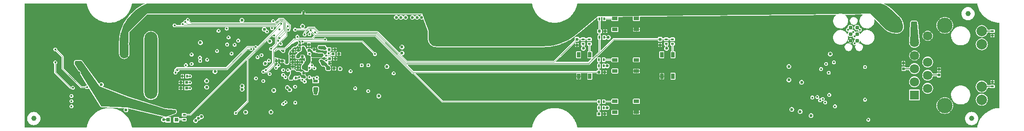
<source format=gbr>
G04 #@! TF.GenerationSoftware,KiCad,Pcbnew,6.0.9-8da3e8f707~117~ubuntu22.04.1*
G04 #@! TF.CreationDate,2023-01-10T20:00:55+01:00*
G04 #@! TF.ProjectId,CIS,4349532e-6b69-4636-9164-5f7063625858,2.1.0*
G04 #@! TF.SameCoordinates,PX5268310PY6353990*
G04 #@! TF.FileFunction,Copper,L6,Bot*
G04 #@! TF.FilePolarity,Positive*
%FSLAX46Y46*%
G04 Gerber Fmt 4.6, Leading zero omitted, Abs format (unit mm)*
G04 Created by KiCad (PCBNEW 6.0.9-8da3e8f707~117~ubuntu22.04.1) date 2023-01-10 20:00:55*
%MOMM*%
%LPD*%
G01*
G04 APERTURE LIST*
G04 #@! TA.AperFunction,SMDPad,CuDef*
%ADD10R,0.600000X0.500000*%
G04 #@! TD*
G04 #@! TA.AperFunction,SMDPad,CuDef*
%ADD11R,0.500000X0.600000*%
G04 #@! TD*
G04 #@! TA.AperFunction,ComponentPad*
%ADD12R,1.800000X1.800000*%
G04 #@! TD*
G04 #@! TA.AperFunction,ComponentPad*
%ADD13C,1.800000*%
G04 #@! TD*
G04 #@! TA.AperFunction,ComponentPad*
%ADD14C,2.000000*%
G04 #@! TD*
G04 #@! TA.AperFunction,ComponentPad*
%ADD15C,3.000000*%
G04 #@! TD*
G04 #@! TA.AperFunction,WasherPad*
%ADD16O,2.500000X13.000000*%
G04 #@! TD*
G04 #@! TA.AperFunction,SMDPad,CuDef*
%ADD17C,1.000000*%
G04 #@! TD*
G04 #@! TA.AperFunction,SMDPad,CuDef*
%ADD18R,0.900000X1.700000*%
G04 #@! TD*
G04 #@! TA.AperFunction,SMDPad,CuDef*
%ADD19R,0.900000X0.500000*%
G04 #@! TD*
G04 #@! TA.AperFunction,SMDPad,CuDef*
%ADD20R,0.400000X0.600000*%
G04 #@! TD*
G04 #@! TA.AperFunction,SMDPad,CuDef*
%ADD21R,0.600000X0.400000*%
G04 #@! TD*
G04 #@! TA.AperFunction,SMDPad,CuDef*
%ADD22R,0.800000X0.800000*%
G04 #@! TD*
G04 #@! TA.AperFunction,ConnectorPad*
%ADD23C,0.787400*%
G04 #@! TD*
G04 #@! TA.AperFunction,SMDPad,CuDef*
%ADD24R,1.050000X0.650000*%
G04 #@! TD*
G04 #@! TA.AperFunction,SMDPad,CuDef*
%ADD25R,0.650000X1.050000*%
G04 #@! TD*
G04 #@! TA.AperFunction,ViaPad*
%ADD26C,0.600000*%
G04 #@! TD*
G04 #@! TA.AperFunction,ViaPad*
%ADD27C,0.440000*%
G04 #@! TD*
G04 #@! TA.AperFunction,Conductor*
%ADD28C,0.125000*%
G04 #@! TD*
G04 #@! TA.AperFunction,Conductor*
%ADD29C,0.091000*%
G04 #@! TD*
G04 #@! TA.AperFunction,Conductor*
%ADD30C,0.200000*%
G04 #@! TD*
G04 APERTURE END LIST*
D10*
X59050000Y15600040D03*
X60150000Y15600040D03*
X60950000Y14700040D03*
X59850000Y14700040D03*
X60250000Y13800040D03*
X59150000Y13800040D03*
D11*
X48900000Y13350040D03*
X48900000Y14450040D03*
D12*
X171700000Y6801440D03*
D13*
X174240000Y8071440D03*
X171700000Y9341440D03*
X174240000Y10611440D03*
X171700000Y11881440D03*
X174240000Y13151440D03*
X171700000Y14421440D03*
X171700000Y16961440D03*
X174240000Y18231440D03*
D14*
X184650000Y5881440D03*
X184650000Y8421440D03*
X184650000Y16601440D03*
X184650000Y19141440D03*
D15*
X177540000Y4761440D03*
X177540000Y20261440D03*
D16*
X24800000Y12510040D03*
D10*
X54150000Y12101440D03*
X53050000Y12101440D03*
X54950000Y13101440D03*
X53850000Y13101440D03*
X55050000Y14201440D03*
X53950000Y14201440D03*
X54250000Y15401440D03*
X53150000Y15401440D03*
D17*
X182000000Y22501440D03*
D11*
X176400000Y10651440D03*
X176400000Y11751440D03*
X169600000Y11851440D03*
X169600000Y12951440D03*
X52100000Y11151440D03*
X52100000Y12251440D03*
D10*
X50950000Y13101440D03*
X52050000Y13101440D03*
X50950000Y14201440D03*
X52050000Y14201440D03*
X51050000Y15301440D03*
X52150000Y15301440D03*
D11*
X50000000Y14451440D03*
X50000000Y13351440D03*
X55200000Y15390040D03*
X55200000Y16490040D03*
D10*
X58050000Y12901440D03*
X59150000Y12901440D03*
D18*
X171650000Y20001440D03*
X168750000Y20001440D03*
D19*
X56500000Y9451440D03*
X56500000Y7951440D03*
X57500000Y15950040D03*
X57500000Y14450040D03*
D20*
X30850000Y10411440D03*
X31750000Y10411440D03*
D21*
X186700000Y8451440D03*
X186700000Y9351440D03*
D20*
X51750000Y10101440D03*
X52650000Y10101440D03*
D10*
X52350000Y16401440D03*
X53450000Y16401440D03*
X31650000Y9211440D03*
X30550000Y9211440D03*
D11*
X56200000Y15550040D03*
X56200000Y14450040D03*
D10*
X60050000Y11901440D03*
X58950000Y11901440D03*
D11*
X53000000Y14251440D03*
X53000000Y13151440D03*
D20*
X111900000Y4311440D03*
X111000000Y4311440D03*
X111000000Y5511440D03*
X111900000Y5511440D03*
D22*
X29700000Y2001440D03*
X28100000Y2001440D03*
D20*
X111100000Y21511440D03*
X112000000Y21511440D03*
D21*
X107950000Y16661440D03*
X107950000Y17561440D03*
D23*
X160655000Y19831440D03*
X159385000Y19831440D03*
X160655000Y18561440D03*
X159385000Y18561440D03*
X160655000Y17291440D03*
X159385000Y17291440D03*
D11*
X122750000Y17561440D03*
X122750000Y16461440D03*
D10*
X111100000Y19111440D03*
X112200000Y19111440D03*
D20*
X111000000Y13611440D03*
X111900000Y13611440D03*
D21*
X109150000Y17561440D03*
X109150000Y16661440D03*
X123950000Y16661440D03*
X123950000Y17561440D03*
D20*
X112000000Y17911440D03*
X111100000Y17911440D03*
D21*
X125150000Y17561440D03*
X125150000Y16661440D03*
D20*
X111900000Y12411440D03*
X111000000Y12411440D03*
D24*
X114075000Y3436440D03*
X118225000Y3436440D03*
X114075000Y5586440D03*
X118225000Y5586440D03*
X114075000Y11436440D03*
X118225000Y11436440D03*
X114075000Y13586440D03*
X118225000Y13586440D03*
D25*
X107075000Y14586440D03*
X107075000Y10436440D03*
X109225000Y14586440D03*
X109225000Y10436440D03*
X123075000Y14586440D03*
X123075000Y10436440D03*
X125225000Y14586440D03*
X125225000Y10436440D03*
D24*
X114075000Y19436440D03*
X118225000Y19436440D03*
X114075000Y21586440D03*
X118225000Y21586440D03*
D10*
X111000000Y3111440D03*
X112100000Y3111440D03*
X111000000Y11211440D03*
X112100000Y11211440D03*
D11*
X106750000Y17561440D03*
X106750000Y16461440D03*
D10*
X53050000Y11001440D03*
X54150000Y11001440D03*
D21*
X31200000Y2051440D03*
X31200000Y2951440D03*
D17*
X2250000Y2251440D03*
D10*
X31650000Y8111440D03*
X30550000Y8111440D03*
D17*
X182700000Y2251440D03*
D21*
X186700000Y19151440D03*
X186700000Y18251440D03*
D26*
X57600000Y6136000D03*
D27*
X161200000Y19400000D03*
X153000000Y6400040D03*
X53920000Y9760040D03*
X66630000Y12540040D03*
X55759000Y12524440D03*
X55315000Y12064640D03*
X65360000Y12539040D03*
X56250000Y11950040D03*
X64093000Y8093240D03*
X56750000Y10160040D03*
X66600000Y7550040D03*
X67900000Y14700040D03*
X53939000Y17102640D03*
X52980000Y18061640D03*
X55524000Y19277840D03*
X54367000Y18501640D03*
X56339000Y18916040D03*
X52540000Y19421240D03*
X153550000Y5758340D03*
X50241000Y10673940D03*
X47120000Y19062440D03*
X40900000Y16500040D03*
X47625000Y10851440D03*
X46925000Y11626440D03*
X51100000Y20100040D03*
X52540000Y8400640D03*
X49550000Y19501440D03*
X39376000Y19624140D03*
X154050000Y6026440D03*
X50687000Y10239840D03*
X31520000Y12572440D03*
X46067000Y14496140D03*
X154525000Y5351440D03*
X51161000Y11593340D03*
X29920000Y11601440D03*
X44100000Y15701440D03*
X29520000Y11111440D03*
X44971000Y16080540D03*
X41600000Y17300040D03*
X48300000Y21050040D03*
X30931000Y20516240D03*
X49300000Y17300040D03*
X39738000Y17937540D03*
X48100000Y19700040D03*
X63200000Y11400040D03*
X152050000Y6301440D03*
X48500000Y18300040D03*
X41120000Y3311440D03*
X53331000Y10231440D03*
X49900000Y20600040D03*
X29350000Y20250040D03*
X47889000Y15731140D03*
X31900000Y21300040D03*
X51233000Y19408140D03*
X49539000Y17778740D03*
X31400000Y20900040D03*
X49782000Y16662440D03*
X39454000Y16545740D03*
X49338000Y12524540D03*
X37520000Y15311440D03*
X55290000Y18541440D03*
X37800000Y19200040D03*
X32620000Y12811440D03*
X45000000Y10001440D03*
X34281000Y13411440D03*
X45300000Y14101440D03*
X34220000Y14011440D03*
X50241000Y11619240D03*
X32620000Y14611440D03*
X40311000Y14811440D03*
X48862000Y12064540D03*
X35620000Y13611440D03*
X154700000Y12801440D03*
X153738000Y11801240D03*
X9800000Y8200040D03*
X6400000Y13100040D03*
X56100000Y10001440D03*
X6400000Y15600040D03*
X12500000Y8300040D03*
X58962000Y14854740D03*
X9500000Y6600040D03*
X9500000Y5600040D03*
X58503000Y14363640D03*
X9500000Y4600040D03*
X58520000Y13441440D03*
X32300000Y8111440D03*
X32320000Y9211440D03*
X52570000Y5321240D03*
X46400000Y9501440D03*
X50664000Y5411440D03*
X50250000Y5063440D03*
X158900000Y19400000D03*
X32300000Y10411440D03*
X47482000Y13443940D03*
X160200000Y16800000D03*
X46400000Y11301440D03*
X58300000Y17507040D03*
X159900000Y19000000D03*
X160190000Y18080000D03*
X71500000Y11000040D03*
X56660000Y14360740D03*
D26*
X51500000Y7801440D03*
X51050000Y8251440D03*
X46800000Y12901440D03*
D27*
X55300000Y10206740D03*
D26*
X53979000Y20087140D03*
X78800000Y17201440D03*
X78800000Y17801440D03*
X19963000Y15005240D03*
X19300000Y15000040D03*
X19900000Y14300040D03*
X79300000Y16800040D03*
X33400000Y1825440D03*
X61200000Y11860540D03*
X34500000Y2600440D03*
X33900000Y2300440D03*
D27*
X57490000Y13420040D03*
D26*
X10500000Y13100040D03*
X11200000Y13000040D03*
X11000000Y12200040D03*
X27750000Y3725440D03*
X29300000Y3575440D03*
X27753000Y3028440D03*
D27*
X15300000Y4900040D03*
X156400000Y4601440D03*
X162820000Y2011440D03*
X162195000Y5901440D03*
X155300000Y6801440D03*
X156199000Y13101440D03*
X155200000Y11101440D03*
X162195000Y12201440D03*
D26*
X42341000Y8516440D03*
X35520000Y9511440D03*
X34320000Y16911440D03*
X35520000Y8311440D03*
X42341000Y7916440D03*
X18180000Y18400040D03*
X45300000Y19301440D03*
X64100000Y14900040D03*
X75850000Y19201440D03*
X20500000Y10900040D03*
X160995000Y9151440D03*
X152000000Y14251440D03*
X16100000Y11700040D03*
X3900000Y14700040D03*
X40750000Y4551440D03*
X30900000Y5275040D03*
X6400000Y14401440D03*
X122700000Y15800000D03*
X154700000Y3101440D03*
X186700000Y10101440D03*
D27*
X53000000Y21150040D03*
D26*
X54150000Y22751440D03*
X147270000Y7546540D03*
D27*
X50240000Y15271440D03*
D26*
X3900000Y14100040D03*
X13400000Y3600440D03*
X49150000Y4951440D03*
X61273000Y12980140D03*
X32150000Y5325040D03*
X20100000Y10400040D03*
X157300000Y11600040D03*
X44200000Y19301440D03*
D27*
X51170000Y10681440D03*
D26*
X14816000Y17485540D03*
X17200000Y14000040D03*
X7800000Y10800040D03*
X119250000Y3647440D03*
X119250000Y19411440D03*
X157140000Y5841440D03*
D27*
X53460000Y8371440D03*
D26*
X112850000Y2775440D03*
X73200000Y19201440D03*
D27*
X56213000Y11163940D03*
D26*
X153275000Y8451440D03*
X30200000Y10411440D03*
X112850000Y11437440D03*
X29800000Y9211440D03*
X70500000Y9900040D03*
X17900000Y11700040D03*
X48100000Y21901440D03*
X21500000Y3200440D03*
D27*
X56660000Y13448640D03*
D26*
X59781913Y13218087D03*
X76600000Y14401440D03*
X63140000Y8260040D03*
X44100000Y12801440D03*
X44900000Y13601440D03*
X123050000Y9600000D03*
D27*
X54850000Y9771440D03*
D26*
X31400000Y1460440D03*
D27*
X50240000Y12531440D03*
D26*
X113050000Y19111440D03*
X186700000Y17501440D03*
X42700000Y19137440D03*
X29800000Y8111440D03*
X60800000Y7001440D03*
X9500000Y14700040D03*
X8400000Y14700040D03*
X6200000Y13800040D03*
X107050000Y9600000D03*
X20800000Y16700040D03*
X77700000Y19300040D03*
X60300000Y6301440D03*
D27*
X53086000Y7087040D03*
D26*
X47100000Y21901440D03*
X45300000Y17701440D03*
X152650000Y9076440D03*
X150100000Y14151440D03*
X53700000Y6201440D03*
X154078000Y13873640D03*
X10700000Y23801440D03*
D27*
X51590000Y14771440D03*
D26*
X13000000Y15100040D03*
X53350000Y21951440D03*
X20600000Y14000040D03*
X11100000Y9300040D03*
X11030200Y21313740D03*
X47900000Y8501440D03*
D27*
X55270000Y14770040D03*
X52500000Y15835440D03*
D26*
X21800000Y13500040D03*
X119250000Y11437440D03*
X153300000Y20000040D03*
X13300000Y19200040D03*
D27*
X50720000Y16646840D03*
D26*
X9100000Y21601440D03*
D27*
X54398000Y16651440D03*
D26*
X10300000Y10000040D03*
X43300000Y19300040D03*
X79820000Y14411440D03*
X153300000Y9751440D03*
X34612000Y17719740D03*
X8300000Y10000040D03*
X28600000Y1100440D03*
X57385000Y10757940D03*
X77900000Y14251440D03*
X73900000Y14951440D03*
X37841000Y4116440D03*
X151850000Y20551440D03*
D27*
X58050000Y13900040D03*
X52550000Y14801440D03*
D26*
X46941000Y4716440D03*
X152009571Y15825187D03*
X62400000Y14953440D03*
X40300000Y21236040D03*
X45300000Y16601440D03*
X33200000Y6076440D03*
X13000000Y13900040D03*
X18400000Y16700040D03*
X6800000Y13900040D03*
X74950000Y14951440D03*
X106750000Y15825440D03*
X159845000Y6501440D03*
X75150000Y19201440D03*
X13000000Y16200040D03*
X176400000Y12451440D03*
X153950000Y9076440D03*
X157300000Y14700000D03*
D27*
X51533000Y12710140D03*
D26*
X43400000Y22001440D03*
X10900000Y11100040D03*
X70100000Y7850040D03*
X73900000Y19201440D03*
X8500000Y23501440D03*
X68950000Y16251440D03*
X44000000Y9301440D03*
D27*
X53050000Y11567440D03*
D26*
X160600000Y13400000D03*
X21300000Y8900040D03*
X160995000Y2801440D03*
X14700000Y19200040D03*
D27*
X46000000Y13901440D03*
D26*
X76550000Y19201440D03*
X168950000Y12951440D03*
X47900000Y3500440D03*
X70200000Y12300040D03*
D27*
X54380000Y9400040D03*
D26*
X147550000Y12301440D03*
X76000000Y21801440D03*
X55300000Y13601440D03*
X20000000Y3900440D03*
D27*
X50365000Y13945740D03*
D26*
X148100000Y4000440D03*
X108000000Y15800000D03*
X73100000Y16051440D03*
X72000000Y21801440D03*
D27*
X58300000Y15801440D03*
D26*
X56500000Y7191440D03*
X48447000Y7689240D03*
D27*
X51598000Y15762340D03*
D26*
X112600000Y12411440D03*
X75100000Y21801440D03*
D27*
X52900000Y16901440D03*
D26*
X37120000Y11311440D03*
X149700000Y3601440D03*
D27*
X54050000Y15962940D03*
D26*
X27220000Y2011440D03*
X43024000Y3476440D03*
D27*
X49340000Y15291440D03*
D26*
X15270000Y8811440D03*
X112800000Y17911440D03*
X76900000Y21801440D03*
X68650000Y6590540D03*
X73800000Y21801440D03*
X155500000Y14700000D03*
X147550000Y9701440D03*
X46600000Y19500040D03*
D27*
X52080000Y10685340D03*
D26*
X72900000Y21801440D03*
X112600000Y4311440D03*
D27*
X54700000Y14734640D03*
D26*
X150000000Y9251440D03*
X124000000Y15800000D03*
D27*
X54800000Y11601440D03*
X53449000Y14804440D03*
D26*
X73100000Y14900000D03*
X151800000Y2826440D03*
X47684000Y17151440D03*
X42300000Y21236040D03*
D28*
X59781913Y13218087D02*
X59465266Y12901440D01*
X59465266Y12901440D02*
X59150000Y12901440D01*
D29*
X106750000Y17561440D02*
X102364000Y13175440D01*
X102364000Y13175440D02*
X74096718Y13175440D01*
X74096718Y13175440D02*
X68309654Y18962504D01*
X54678214Y19421240D02*
X52540000Y19421240D01*
X68309654Y18962504D02*
X57059746Y18962504D01*
X57059746Y18962504D02*
X56201910Y19820340D01*
X56201910Y19820340D02*
X55077314Y19820340D01*
X55077314Y19820340D02*
X54678214Y19421240D01*
X111100000Y17911440D02*
X111100000Y15118840D01*
X111100000Y15118840D02*
X108975000Y12993440D01*
X74021332Y12993440D02*
X68234268Y18780504D01*
X108975000Y12993440D02*
X74021332Y12993440D01*
X68234268Y18780504D02*
X56984360Y18780504D01*
X56984360Y18780504D02*
X56126524Y19638340D01*
X56126524Y19638340D02*
X55152700Y19638340D01*
X55152700Y19638340D02*
X54367000Y18852640D01*
X54367000Y18852640D02*
X54367000Y18501640D01*
X56339000Y18916040D02*
X56656536Y18598504D01*
X109050387Y12811440D02*
X109157000Y12918053D01*
X56656536Y18598504D02*
X68158882Y18598504D01*
X68158882Y18598504D02*
X73945946Y12811440D01*
X113800000Y17561440D02*
X122750000Y17561440D01*
X73945946Y12811440D02*
X109050387Y12811440D01*
X109157000Y12918053D02*
X109157000Y12918440D01*
X109157000Y12918440D02*
X113800000Y17561440D01*
X111000000Y5511440D02*
X80888560Y5511440D01*
X75370560Y11029440D02*
X75213174Y11029440D01*
X80888560Y5511440D02*
X75370560Y11029440D01*
X75213174Y11029440D02*
X68013174Y18229440D01*
X56329440Y18229440D02*
X55789040Y17689040D01*
X68013174Y18229440D02*
X56329440Y18229440D01*
X55789040Y17689040D02*
X53352600Y17689040D01*
X53352600Y17689040D02*
X52980000Y18061640D01*
X55524000Y19277840D02*
X55524000Y19207840D01*
X55524000Y19207840D02*
X56320000Y18411440D01*
X56320000Y18411440D02*
X68088560Y18411440D01*
X68088560Y18411440D02*
X75288560Y11211440D01*
X75288560Y11211440D02*
X111000000Y11211440D01*
X58300000Y17507040D02*
X52307040Y17507040D01*
X47041500Y11208140D02*
X46493300Y11208140D01*
X46493300Y11208140D02*
X46400000Y11301440D01*
X52307040Y17507040D02*
X50526940Y15726940D01*
X50526940Y15726940D02*
X49026940Y15726940D01*
X49026940Y15726940D02*
X48482000Y15182000D01*
X48482000Y15182000D02*
X48482000Y12648640D01*
X48482000Y12648640D02*
X47041500Y11208140D01*
X51100000Y20100040D02*
X50872000Y19872440D01*
X48300000Y15700167D02*
X48300000Y13001440D01*
X50872000Y19872440D02*
X50872000Y18272167D01*
X48300000Y13001440D02*
X46925000Y11626440D01*
X50872000Y18272167D02*
X48300000Y15700167D01*
D28*
X122750000Y16461440D02*
X122750000Y15850000D01*
X122750000Y15850000D02*
X122700000Y15800000D01*
X123950000Y16661440D02*
X123950000Y15850000D01*
X123950000Y15850000D02*
X124000000Y15800000D01*
X107950000Y16661440D02*
X107950000Y15850000D01*
X107950000Y15850000D02*
X108000000Y15800000D01*
X123050000Y9600000D02*
X123075000Y9625000D01*
X123075000Y9625000D02*
X123075000Y10436440D01*
X107050000Y9600000D02*
X107075000Y9625000D01*
X107075000Y9625000D02*
X107075000Y10436440D01*
X62400000Y14953440D02*
X61753400Y15600040D01*
X62400000Y14953440D02*
X62146600Y14700040D01*
X62146600Y14700040D02*
X60950000Y14700040D01*
X61753400Y15600040D02*
X60150000Y15600040D01*
X106750000Y16461440D02*
X106750000Y15825440D01*
D29*
X29350000Y20250040D02*
X29500000Y20100040D01*
X29500000Y20100040D02*
X48890000Y20100040D01*
X48890000Y20100040D02*
X49751000Y20960540D01*
X49751000Y20960540D02*
X50049000Y20960540D01*
X50049000Y20960540D02*
X50260000Y20749340D01*
X50260000Y20749340D02*
X50260000Y19560000D01*
X50260000Y19560000D02*
X48860000Y18160000D01*
X48860000Y18160000D02*
X48860000Y16702540D01*
X48860000Y16702540D02*
X47889000Y15731140D01*
X31400000Y20900040D02*
X31836000Y20464040D01*
X31836000Y20464040D02*
X48707000Y20464040D01*
X48707000Y20464040D02*
X49567000Y21324540D01*
X50200000Y21324540D02*
X50644000Y20880240D01*
X50644000Y18883740D02*
X49539000Y17778740D01*
X49567000Y21324540D02*
X50200000Y21324540D01*
X50644000Y20880240D02*
X50644000Y18883740D01*
X12500000Y8300040D02*
X11382695Y8300040D01*
X11382695Y8300040D02*
X7800000Y11882735D01*
X7800000Y11882735D02*
X7800000Y14200040D01*
X7800000Y14200040D02*
X6400000Y15600040D01*
X9800000Y8200040D02*
X9299960Y8200040D01*
X6400000Y11100000D02*
X6400000Y13100040D01*
X9299960Y8200040D02*
X6400000Y11100000D01*
X29920000Y11601440D02*
X30098500Y11779940D01*
X30098500Y11779940D02*
X39336787Y11779940D01*
X43258286Y15701440D02*
X44100000Y15701440D01*
X39336787Y11779940D02*
X43258286Y15701440D01*
X44971000Y16080540D02*
X43380000Y16080540D01*
X39261400Y11961940D02*
X29761900Y11961940D01*
X43380000Y16080540D02*
X39261400Y11961940D01*
X29761900Y11961940D02*
X29520000Y11720040D01*
X29520000Y11720040D02*
X29520000Y11111440D01*
X158900000Y19400000D02*
X158953560Y19400000D01*
X158953560Y19400000D02*
X159385000Y19831440D01*
X159900000Y19000000D02*
X159461440Y18561440D01*
X159461440Y18561440D02*
X159385000Y18561440D01*
X161086440Y19400000D02*
X160655000Y19831440D01*
X161200000Y19400000D02*
X161086440Y19400000D01*
X160200000Y16836440D02*
X160655000Y17291440D01*
X160200000Y16800000D02*
X160200000Y16836440D01*
X160190000Y18080000D02*
X160190000Y18096440D01*
X160190000Y18096440D02*
X160655000Y18561440D01*
X65497000Y17102640D02*
X53939000Y17102640D01*
X67900000Y14700040D02*
X65497000Y17102640D01*
X111000000Y4311440D02*
X111000000Y3111440D01*
X111000000Y5511440D02*
X111000000Y4311440D01*
X111000000Y11211440D02*
X111000000Y12411440D01*
X111000000Y13611440D02*
X111000000Y12411440D01*
X107950000Y17561440D02*
X106750000Y17561440D01*
X109150000Y17561440D02*
X107950000Y17561440D01*
X123950000Y17561440D02*
X125150000Y17561440D01*
X122750000Y17561440D02*
X123950000Y17561440D01*
X111100000Y17911440D02*
X111100000Y19111440D01*
X111100000Y21511440D02*
X111100000Y19111440D01*
X31165000Y20282040D02*
X30931000Y20516240D01*
X48782000Y20282040D02*
X31165000Y20282040D01*
X49642000Y21142540D02*
X48782000Y20282040D01*
X50125000Y21142540D02*
X49642000Y21142540D01*
X50442000Y20824740D02*
X50125000Y21142540D01*
X50442000Y19192540D02*
X50442000Y20824740D01*
X49178000Y17928140D02*
X50442000Y19192540D01*
X49178000Y17421940D02*
X49178000Y17928140D01*
X49300000Y17300040D02*
X49178000Y17421940D01*
X43420000Y5611440D02*
X41120000Y3311440D01*
X43420000Y13762040D02*
X43420000Y5611440D01*
X47958000Y18300040D02*
X43420000Y13762040D01*
X48500000Y18300040D02*
X47958000Y18300040D01*
D30*
X53201000Y10101440D02*
X52650000Y10101440D01*
X53331000Y10231440D02*
X53201000Y10101440D01*
D29*
X114000000Y5511440D02*
X114075000Y5586440D01*
X112100000Y5511440D02*
X114000000Y5511440D01*
X112100000Y5511440D02*
X111900000Y5511440D01*
X114050000Y13611440D02*
X114075000Y13586440D01*
X111900000Y13611440D02*
X114050000Y13611440D01*
X109150000Y14661440D02*
X109225000Y14586440D01*
X109150000Y16661440D02*
X109150000Y14661440D01*
X125150000Y14661440D02*
X125225000Y14586440D01*
X125150000Y16661440D02*
X125150000Y14661440D01*
X114000000Y21511440D02*
X114075000Y21586440D01*
X112000000Y21511440D02*
X114000000Y21511440D01*
X32352000Y2951440D02*
X31200000Y2951440D01*
X49900000Y20499440D02*
X32352000Y2951440D01*
X49900000Y20600040D02*
X49900000Y20499440D01*
X51500000Y19675240D02*
X51233000Y19408140D01*
X51500000Y20281940D02*
X51500000Y19675240D01*
X50275000Y21506540D02*
X51500000Y20281940D01*
X49492000Y21506540D02*
X50275000Y21506540D01*
X49268000Y21282340D02*
X49492000Y21506540D01*
X48631000Y20646040D02*
X49268000Y21282340D01*
X32554000Y20646040D02*
X48631000Y20646040D01*
X31900000Y21300040D02*
X32554000Y20646040D01*
D30*
X184660000Y19151440D02*
X184650000Y19141440D01*
X186700000Y19151440D02*
X184660000Y19151440D01*
X184705000Y8451440D02*
X184660000Y8406440D01*
X186700000Y8451440D02*
X184705000Y8451440D01*
X184680000Y8451440D02*
X184650000Y8421440D01*
X184705000Y8451440D02*
X184680000Y8451440D01*
D29*
X29750000Y2051440D02*
X29700000Y2001440D01*
X31200000Y2051440D02*
X29750000Y2051440D01*
D30*
X56100000Y9801440D02*
X56100000Y10001440D01*
X56450000Y9451440D02*
X56100000Y9801440D01*
X56500000Y9451440D02*
X56450000Y9451440D01*
D29*
X58962000Y15511840D02*
X59050000Y15600040D01*
X58962000Y14854740D02*
X58962000Y15511840D01*
X59400000Y14700040D02*
X59850000Y14700040D01*
X59064000Y14363640D02*
X59400000Y14700040D01*
X58503000Y14363640D02*
X59064000Y14363640D01*
X58879000Y13800040D02*
X58520000Y13441440D01*
X59150000Y13800040D02*
X58879000Y13800040D01*
D30*
X32300000Y8111440D02*
X31650000Y8111440D01*
D29*
X32320000Y9211440D02*
X31650000Y9211440D01*
D30*
X32300000Y10411440D02*
X31750000Y10411440D01*
X171650000Y17006440D02*
X171710000Y16946440D01*
X171650000Y20001440D02*
X171650000Y17006440D01*
D28*
X79201000Y16800040D02*
X78800000Y17201440D01*
X79300000Y16800040D02*
X79201000Y16800040D01*
X167700000Y20001440D02*
X167700000Y20701440D01*
X79651000Y17801440D02*
X81550000Y19700040D01*
X78800000Y17801440D02*
X79651000Y17801440D01*
X78800000Y17201440D02*
X78800000Y17801440D01*
X168750000Y20001440D02*
X167700000Y20001440D01*
X77640000Y23610440D02*
X81550000Y19700040D01*
X24010000Y23610440D02*
X77640000Y23610440D01*
X19963000Y19563440D02*
X24010000Y23610440D01*
X19963000Y15005240D02*
X19963000Y19563440D01*
X167700000Y21050040D02*
X167700000Y20701440D01*
X165500000Y23250040D02*
X167700000Y21050040D01*
X108950000Y23250040D02*
X165500000Y23250040D01*
X105400000Y19700040D02*
X108950000Y23250040D01*
X81550000Y19700040D02*
X105400000Y19700040D01*
X19300000Y15000040D02*
X19957800Y15000040D01*
X19958000Y15000040D02*
X19963000Y15005240D01*
X19957800Y15000040D02*
X19958000Y15000040D01*
X19900000Y14941840D02*
X19957800Y15000040D01*
X19900000Y14300040D02*
X19900000Y14941840D01*
X19957800Y15000040D02*
X19963000Y15005240D01*
D30*
X169615000Y11866440D02*
X169600000Y11851440D01*
X171710000Y11866440D02*
X169615000Y11866440D01*
X174305000Y10651440D02*
X174250000Y10596440D01*
X174280000Y10651440D02*
X174305000Y10651440D01*
X174240000Y10611440D02*
X174280000Y10651440D01*
X174305000Y10651440D02*
X176400000Y10651440D01*
X171670000Y11851440D02*
X171700000Y11881440D01*
X169600000Y11851440D02*
X171670000Y11851440D01*
X30850000Y10411440D02*
X30200000Y10411440D01*
D28*
X186700000Y18251440D02*
X186700000Y17501440D01*
X119039000Y3436440D02*
X119250000Y3647440D01*
X118225000Y3436440D02*
X119039000Y3436440D01*
D30*
X30550000Y9211440D02*
X29800000Y9211440D01*
D28*
X169600000Y12951440D02*
X168950000Y12951440D01*
X112514000Y3111440D02*
X112850000Y2775440D01*
X112100000Y3111440D02*
X112514000Y3111440D01*
X112200000Y19111440D02*
X113050000Y19111440D01*
X112624000Y11211440D02*
X112850000Y11437440D01*
X112100000Y11211440D02*
X112624000Y11211440D01*
X119225000Y19436440D02*
X119250000Y19411440D01*
X118225000Y19436440D02*
X119225000Y19436440D01*
D30*
X186700000Y9351440D02*
X186700000Y10101440D01*
D28*
X50000000Y12771440D02*
X50240000Y12531440D01*
X50000000Y13351440D02*
X50000000Y12771440D01*
X53050000Y11567440D02*
X53050000Y12101440D01*
X61129000Y12980140D02*
X60050000Y11901440D01*
X61273000Y12980140D02*
X61129000Y12980140D01*
D30*
X30550000Y8111440D02*
X29800000Y8111440D01*
D28*
X119249000Y11436440D02*
X119250000Y11437440D01*
X118225000Y11436440D02*
X119249000Y11436440D01*
X59150000Y12901440D02*
X59050000Y12901440D01*
X111900000Y12411440D02*
X112600000Y12411440D01*
X112000000Y17911440D02*
X112800000Y17911440D01*
D30*
X27230000Y2001440D02*
X27220000Y2011440D01*
X28100000Y2001440D02*
X27230000Y2001440D01*
D28*
X112600000Y4311440D02*
X112100000Y4311440D01*
X112100000Y4311440D02*
X111900000Y4311440D01*
G04 #@! TA.AperFunction,Conductor*
G36*
X98105907Y24486466D02*
G01*
X98118221Y24462971D01*
X98171397Y24170923D01*
X98171676Y24169927D01*
X98171677Y24169922D01*
X98227523Y23970329D01*
X98281401Y23777766D01*
X98366583Y23555203D01*
X98421685Y23411235D01*
X98427331Y23396482D01*
X98427787Y23395557D01*
X98427789Y23395553D01*
X98604049Y23038222D01*
X98607934Y23030345D01*
X98821657Y22682502D01*
X98822275Y22681678D01*
X98822280Y22681671D01*
X98959017Y22499420D01*
X99066666Y22355938D01*
X99340856Y22053460D01*
X99341608Y22052771D01*
X99341609Y22052770D01*
X99641116Y21778357D01*
X99641124Y21778350D01*
X99641872Y21777665D01*
X99967128Y21530923D01*
X100112223Y21440707D01*
X100305877Y21320298D01*
X100313830Y21315353D01*
X100314752Y21314892D01*
X100472003Y21236283D01*
X100679001Y21132806D01*
X101059504Y20984851D01*
X101452070Y20872758D01*
X101453082Y20872568D01*
X101453087Y20872567D01*
X101852309Y20797681D01*
X101852312Y20797681D01*
X101853328Y20797490D01*
X101854347Y20797395D01*
X101854356Y20797394D01*
X102105713Y20774023D01*
X102259831Y20759693D01*
X102668087Y20759693D01*
X102822209Y20774023D01*
X103073562Y20797393D01*
X103073571Y20797394D01*
X103074590Y20797489D01*
X103075606Y20797680D01*
X103075609Y20797680D01*
X103474831Y20872566D01*
X103474836Y20872567D01*
X103475848Y20872757D01*
X103868414Y20984850D01*
X104248917Y21132805D01*
X104455917Y21236283D01*
X104613166Y21314891D01*
X104614088Y21315352D01*
X104614967Y21315898D01*
X104950397Y21524460D01*
X104960790Y21530922D01*
X105286046Y21777664D01*
X105286794Y21778349D01*
X105286802Y21778356D01*
X105586309Y22052768D01*
X105586311Y22052770D01*
X105587062Y22053458D01*
X105861252Y22355936D01*
X105980625Y22515044D01*
X106105638Y22681669D01*
X106105643Y22681676D01*
X106106261Y22682500D01*
X106319985Y23030343D01*
X106323872Y23038222D01*
X106500130Y23395551D01*
X106500132Y23395555D01*
X106500588Y23396480D01*
X106500961Y23397453D01*
X106594383Y23641547D01*
X106646518Y23777764D01*
X106646799Y23778766D01*
X106756244Y24169927D01*
X106756522Y24170920D01*
X106809699Y24462970D01*
X106828158Y24491592D01*
X106853479Y24499498D01*
X106967470Y24499498D01*
X165277128Y24499500D01*
X165292218Y24496862D01*
X165294326Y24496102D01*
X165297493Y24494821D01*
X165778918Y24278195D01*
X165781981Y24276673D01*
X166245362Y24023702D01*
X166248280Y24021961D01*
X166522540Y23843611D01*
X166690872Y23734145D01*
X166693665Y23732171D01*
X167112815Y23411235D01*
X167115447Y23409054D01*
X167242644Y23295146D01*
X167509358Y23056295D01*
X167510608Y23055131D01*
X168659553Y21943753D01*
X168692506Y21911877D01*
X168694286Y21910053D01*
X168902212Y21684489D01*
X168905446Y21680550D01*
X169085466Y21433728D01*
X169088227Y21429447D01*
X169181292Y21265229D01*
X169238844Y21163674D01*
X169241097Y21159109D01*
X169312420Y20990886D01*
X169360349Y20877842D01*
X169362066Y20873045D01*
X169448379Y20579993D01*
X169449536Y20575030D01*
X169501780Y20274046D01*
X169502363Y20268984D01*
X169519801Y19964902D01*
X169519660Y19957992D01*
X169501549Y19774097D01*
X169498333Y19741447D01*
X169496632Y19732896D01*
X169483426Y19689362D01*
X169433733Y19525549D01*
X169430395Y19517490D01*
X169328255Y19326397D01*
X169323408Y19319145D01*
X169185951Y19151652D01*
X169179788Y19145489D01*
X169168846Y19136509D01*
X169012296Y19008032D01*
X169005044Y19003186D01*
X168992033Y18996231D01*
X168813950Y18901045D01*
X168805891Y18897707D01*
X168702220Y18866258D01*
X168598544Y18834808D01*
X168589998Y18833108D01*
X168372173Y18811654D01*
X168367811Y18811440D01*
X168171258Y18811440D01*
X168168733Y18811512D01*
X168166234Y18811654D01*
X167808109Y18832007D01*
X167803107Y18832577D01*
X167625732Y18863081D01*
X167448365Y18893584D01*
X167443445Y18894721D01*
X167242112Y18953455D01*
X167097905Y18995524D01*
X167093157Y18997207D01*
X166761263Y19136509D01*
X166756724Y19138724D01*
X166442753Y19314731D01*
X166438495Y19317446D01*
X166288352Y19425650D01*
X166146476Y19527896D01*
X166142558Y19531074D01*
X165875338Y19774097D01*
X165873518Y19775848D01*
X165010321Y20655393D01*
X165010319Y20655395D01*
X165010000Y20655720D01*
X163200000Y22500000D01*
X162871885Y22496869D01*
X162830241Y22508418D01*
X162830239Y22508418D01*
X162828488Y22508904D01*
X162826682Y22509097D01*
X162826677Y22509098D01*
X162637975Y22529264D01*
X162636796Y22529390D01*
X162500473Y22529390D01*
X162325979Y22515044D01*
X162317977Y22513034D01*
X162229208Y22490737D01*
X160616041Y22475344D01*
X160616038Y22475344D01*
X160615617Y22475340D01*
X160615615Y22475340D01*
X160239476Y22471751D01*
X157967132Y22450068D01*
X157954817Y22451684D01*
X157935234Y22457115D01*
X157868141Y22475721D01*
X157750241Y22508418D01*
X157750239Y22508418D01*
X157748488Y22508904D01*
X157746682Y22509097D01*
X157746677Y22509098D01*
X157557975Y22529264D01*
X157556796Y22529390D01*
X157420473Y22529390D01*
X157245979Y22515044D01*
X157183777Y22499420D01*
X157020011Y22458285D01*
X157020009Y22458284D01*
X157018244Y22457841D01*
X156991366Y22446154D01*
X156986962Y22444239D01*
X156969643Y22440550D01*
X114390502Y22034261D01*
X114390487Y22034260D01*
X110800000Y22000000D01*
X106690451Y18545596D01*
X106689354Y18544703D01*
X106191927Y18152855D01*
X106189652Y18151177D01*
X106126477Y18107614D01*
X105668910Y17792097D01*
X105666554Y17790581D01*
X105236119Y17532486D01*
X105124074Y17465302D01*
X105121603Y17463926D01*
X104674793Y17233244D01*
X104559581Y17173762D01*
X104557029Y17172545D01*
X103977698Y16918649D01*
X103975074Y16917597D01*
X103380789Y16701004D01*
X103378103Y16700121D01*
X102771276Y16521706D01*
X102768540Y16520995D01*
X102151603Y16381474D01*
X102148827Y16380938D01*
X101524262Y16280875D01*
X101521457Y16280517D01*
X101206641Y16250418D01*
X100891815Y16220317D01*
X100889013Y16220139D01*
X100268422Y16200414D01*
X100256074Y16200022D01*
X100254660Y16200000D01*
X79701750Y16200000D01*
X79698259Y16200137D01*
X79468836Y16218193D01*
X79461939Y16219286D01*
X79320942Y16253136D01*
X79239881Y16272597D01*
X79233248Y16274752D01*
X79022243Y16362152D01*
X79016024Y16365322D01*
X78990542Y16380938D01*
X78862488Y16459410D01*
X78821309Y16484645D01*
X78815660Y16488749D01*
X78707630Y16581015D01*
X78641999Y16637069D01*
X78637069Y16641999D01*
X78488749Y16815660D01*
X78484645Y16821309D01*
X78411843Y16940109D01*
X78365321Y17016027D01*
X78362151Y17022246D01*
X78274752Y17233248D01*
X78272596Y17239885D01*
X78219286Y17461939D01*
X78218193Y17468836D01*
X78200076Y17699033D01*
X78200000Y17700373D01*
X78200000Y19200000D01*
X77283528Y21720298D01*
X77291156Y21768454D01*
X77296380Y21801440D01*
X77276980Y21923928D01*
X77220678Y22034426D01*
X77139941Y22115163D01*
X77000000Y22500000D01*
X54533893Y22500000D01*
X54502427Y22513034D01*
X54489393Y22544500D01*
X54494243Y22564703D01*
X54525389Y22625830D01*
X54526980Y22628952D01*
X54546380Y22751440D01*
X54526980Y22873928D01*
X54470678Y22984426D01*
X54382986Y23072118D01*
X54272488Y23128420D01*
X54150000Y23147820D01*
X54027512Y23128420D01*
X53917014Y23072118D01*
X53829322Y22984426D01*
X53773020Y22873928D01*
X53753620Y22751440D01*
X53773020Y22628952D01*
X53774611Y22625830D01*
X53805757Y22564703D01*
X53808429Y22530749D01*
X53786310Y22504850D01*
X53766107Y22500000D01*
X24000000Y22500000D01*
X20500000Y19000000D01*
X20500000Y16953704D01*
X20479322Y16933026D01*
X20423020Y16822528D01*
X20403620Y16700040D01*
X20423020Y16577552D01*
X20479322Y16467054D01*
X20486966Y16459410D01*
X20500000Y16427944D01*
X20500000Y14753937D01*
X20499720Y14748955D01*
X20479251Y14567281D01*
X20477035Y14557572D01*
X20423952Y14405866D01*
X20417479Y14387369D01*
X20413158Y14378396D01*
X20388113Y14338537D01*
X20372826Y14324565D01*
X20372969Y14324368D01*
X20371221Y14323098D01*
X20370638Y14322565D01*
X20370135Y14322309D01*
X20370132Y14322306D01*
X20367014Y14320718D01*
X20279322Y14233026D01*
X20239470Y14154812D01*
X20233916Y14143912D01*
X20225732Y14132649D01*
X20183511Y14090428D01*
X20175720Y14084215D01*
X20023048Y13988285D01*
X20014070Y13983961D01*
X19843868Y13924405D01*
X19834163Y13922190D01*
X19654979Y13902001D01*
X19645021Y13902001D01*
X19465837Y13922190D01*
X19456132Y13924405D01*
X19285930Y13983961D01*
X19276952Y13988285D01*
X19124280Y14084215D01*
X19116489Y14090428D01*
X18988988Y14217929D01*
X18982775Y14225720D01*
X18886845Y14378392D01*
X18882521Y14387369D01*
X18876048Y14405866D01*
X18822965Y14557572D01*
X18820749Y14567281D01*
X18800280Y14748955D01*
X18800000Y14753937D01*
X18800000Y16949890D01*
X18800032Y16951568D01*
X18821831Y17529139D01*
X18822084Y17532486D01*
X18887260Y18105936D01*
X18887764Y18109255D01*
X18895920Y18151978D01*
X18995986Y18676188D01*
X18996740Y18679459D01*
X19083408Y19000000D01*
X19147379Y19236594D01*
X19148374Y19239792D01*
X19170876Y19303500D01*
X19340591Y19784017D01*
X19341827Y19787135D01*
X19420142Y19964902D01*
X19574505Y20315294D01*
X19575972Y20318310D01*
X19811685Y20759788D01*
X19847806Y20827441D01*
X19849495Y20830337D01*
X19876317Y20872566D01*
X20128929Y21270291D01*
X20158935Y21317534D01*
X20160841Y21320298D01*
X20426274Y21675830D01*
X20506116Y21782775D01*
X20508223Y21785385D01*
X20887920Y22221145D01*
X20889046Y22222390D01*
X21009050Y22350053D01*
X21149455Y22499420D01*
X21150599Y22500592D01*
X21158523Y22508418D01*
X21567644Y22912507D01*
X21570070Y22914733D01*
X22015908Y23294083D01*
X22018488Y23296117D01*
X22491215Y23641362D01*
X22493940Y23643202D01*
X22990961Y23952446D01*
X22993808Y23954075D01*
X23512415Y24225631D01*
X23515383Y24227046D01*
X24052651Y24459384D01*
X24055728Y24460582D01*
X24130334Y24486466D01*
X24160818Y24497042D01*
X24175403Y24499500D01*
X98074441Y24499500D01*
X98105907Y24486466D01*
G37*
G04 #@! TD.AperFunction*
G04 #@! TA.AperFunction,Conductor*
G36*
X56804298Y8300585D02*
G01*
X56867855Y8287943D01*
X56883897Y8281298D01*
X56934064Y8247777D01*
X56946337Y8235504D01*
X56975896Y8191267D01*
X56979858Y8185337D01*
X56986503Y8169295D01*
X56999145Y8105738D01*
X57000000Y8097057D01*
X57000000Y7727430D01*
X56999917Y7724708D01*
X56998669Y7704346D01*
X56998003Y7698937D01*
X56994277Y7678889D01*
X56993697Y7676227D01*
X56839070Y7057722D01*
X56835655Y7048523D01*
X56802977Y6983541D01*
X56790607Y6968458D01*
X56737262Y6926807D01*
X56719629Y6918464D01*
X56648662Y6902522D01*
X56638909Y6901440D01*
X56361091Y6901440D01*
X56351338Y6902522D01*
X56280371Y6918464D01*
X56262738Y6926807D01*
X56209393Y6968458D01*
X56197023Y6983541D01*
X56164345Y7048523D01*
X56160930Y7057722D01*
X56006303Y7676227D01*
X56005723Y7678889D01*
X56001997Y7698937D01*
X56001331Y7704346D01*
X56000083Y7724708D01*
X56000000Y7727430D01*
X56000000Y8097057D01*
X56000855Y8105738D01*
X56013497Y8169295D01*
X56020142Y8185337D01*
X56024104Y8191267D01*
X56053663Y8235504D01*
X56065936Y8247777D01*
X56116103Y8281298D01*
X56132145Y8287943D01*
X56195702Y8300585D01*
X56204383Y8301440D01*
X56795617Y8301440D01*
X56804298Y8300585D01*
G37*
G04 #@! TD.AperFunction*
G04 #@! TA.AperFunction,Conductor*
G36*
X58192333Y16298532D02*
G01*
X58235125Y16287259D01*
X58273966Y16277026D01*
X58293694Y16265857D01*
X58354140Y16206918D01*
X58361225Y16197958D01*
X58422630Y16095617D01*
X58532722Y15912130D01*
X58536328Y15904596D01*
X58557770Y15846284D01*
X58560490Y15829871D01*
X58559113Y15772040D01*
X58555616Y15755776D01*
X58531422Y15698543D01*
X58527472Y15691209D01*
X58472240Y15608359D01*
X58466991Y15601891D01*
X58423641Y15557671D01*
X58410027Y15548199D01*
X58357393Y15524666D01*
X58341257Y15520836D01*
X58279401Y15518016D01*
X58271081Y15518417D01*
X57176987Y15674716D01*
X57166772Y15677444D01*
X57094118Y15706467D01*
X57077009Y15718635D01*
X57029339Y15773598D01*
X57019712Y15792257D01*
X57001256Y15868285D01*
X57000000Y15878783D01*
X57000000Y16095617D01*
X57000855Y16104298D01*
X57013497Y16167855D01*
X57020142Y16183897D01*
X57035526Y16206921D01*
X57053663Y16234064D01*
X57065936Y16246337D01*
X57116103Y16279858D01*
X57132145Y16286503D01*
X57195702Y16299145D01*
X57204383Y16300000D01*
X58180997Y16300000D01*
X58192333Y16298532D01*
G37*
G04 #@! TD.AperFunction*
G04 #@! TA.AperFunction,Conductor*
G36*
X52945800Y17140754D02*
G01*
X53016952Y17121859D01*
X53035591Y17111660D01*
X53093962Y17058177D01*
X53100926Y17050051D01*
X53118965Y17022993D01*
X53123219Y17014929D01*
X53148496Y16952146D01*
X53151699Y16934291D01*
X53149951Y16871317D01*
X53145764Y16853672D01*
X53117038Y16792377D01*
X53112353Y16784578D01*
X53047909Y16698652D01*
X52688286Y16219155D01*
X52658979Y16201802D01*
X52632484Y16206205D01*
X52625301Y16209865D01*
X52625297Y16209866D01*
X52622175Y16211457D01*
X52618715Y16212005D01*
X52618712Y16212006D01*
X52503460Y16230260D01*
X52500000Y16230808D01*
X52496540Y16230260D01*
X52381288Y16212006D01*
X52381285Y16212005D01*
X52377825Y16211457D01*
X52374703Y16209866D01*
X52374702Y16209866D01*
X52367517Y16206205D01*
X52267609Y16155299D01*
X52180141Y16067831D01*
X52178552Y16064712D01*
X52159991Y16028285D01*
X52137517Y16008943D01*
X52100000Y16001440D01*
X52059918Y15968038D01*
X51549612Y15542783D01*
X51500000Y15501440D01*
X51480699Y15453187D01*
X51324892Y15063670D01*
X51315041Y15048731D01*
X51270141Y15003831D01*
X51213983Y14893615D01*
X51213435Y14890155D01*
X51213434Y14890152D01*
X51195180Y14774900D01*
X51194632Y14771440D01*
X51195180Y14767980D01*
X51213434Y14652728D01*
X51213435Y14652725D01*
X51213983Y14649265D01*
X51270141Y14539049D01*
X51286966Y14522224D01*
X51300000Y14490758D01*
X51300000Y13047822D01*
X51286966Y13016356D01*
X51213141Y12942531D01*
X51156983Y12832315D01*
X51155894Y12832870D01*
X51136757Y12810457D01*
X51125231Y12806459D01*
X51104298Y12802295D01*
X51095616Y12801440D01*
X50804383Y12801440D01*
X50795702Y12802295D01*
X50732145Y12814937D01*
X50716103Y12821582D01*
X50700040Y12832315D01*
X50665936Y12855103D01*
X50653663Y12867376D01*
X50620142Y12917543D01*
X50613497Y12933585D01*
X50600855Y12997142D01*
X50600000Y13005823D01*
X50600000Y13601440D01*
X50448377Y13639237D01*
X50448376Y13639237D01*
X50366133Y13659738D01*
X50338754Y13679996D01*
X50336868Y13683738D01*
X50336191Y13687142D01*
X50315968Y13717408D01*
X50285702Y13737631D01*
X50259013Y13742940D01*
X50037832Y13742940D01*
X50027068Y13744261D01*
X48756413Y14061009D01*
X48747207Y14064421D01*
X48682176Y14097078D01*
X48667080Y14109448D01*
X48628434Y14158911D01*
X48619000Y14186308D01*
X48619000Y15057240D01*
X48620413Y15068364D01*
X48622135Y15075032D01*
X48632909Y15094502D01*
X48689894Y15154677D01*
X48698571Y15161784D01*
X49260766Y15514168D01*
X49269741Y15518479D01*
X49339402Y15542783D01*
X49359068Y15544984D01*
X49378506Y15542783D01*
X49427272Y15537261D01*
X49445946Y15530719D01*
X49472277Y15514168D01*
X49508411Y15491454D01*
X49516195Y15485245D01*
X49871265Y15130175D01*
X49879449Y15118911D01*
X49918550Y15042170D01*
X49918553Y15042166D01*
X49920141Y15039049D01*
X50007609Y14951581D01*
X50117825Y14895423D01*
X50121285Y14894875D01*
X50121288Y14894874D01*
X50236540Y14876620D01*
X50240000Y14876072D01*
X50243460Y14876620D01*
X50358712Y14894874D01*
X50358715Y14894875D01*
X50362175Y14895423D01*
X50472391Y14951581D01*
X50559859Y15039049D01*
X50606290Y15130175D01*
X50614426Y15146142D01*
X50614426Y15146143D01*
X50616017Y15149265D01*
X50616565Y15152725D01*
X50616566Y15152728D01*
X50634820Y15267980D01*
X50635368Y15271440D01*
X50616017Y15393615D01*
X50614427Y15396736D01*
X50613453Y15399733D01*
X50615973Y15433385D01*
X50680631Y15562701D01*
X50682845Y15566620D01*
X50700860Y15595048D01*
X50706418Y15602120D01*
X50729779Y15626340D01*
X50733051Y15629407D01*
X51305007Y16113369D01*
X51980695Y16685105D01*
X51982759Y16686748D01*
X51998660Y16698652D01*
X52003093Y16701575D01*
X52020296Y16711499D01*
X52022631Y16712755D01*
X52501412Y16952146D01*
X52837270Y17120074D01*
X52847338Y17123671D01*
X52924555Y17141147D01*
X52945800Y17140754D01*
G37*
G04 #@! TD.AperFunction*
G04 #@! TA.AperFunction,Conductor*
G36*
X54182356Y16199746D02*
G01*
X54269379Y16175024D01*
X54290066Y16162240D01*
X54351098Y16095458D01*
X54358049Y16085342D01*
X54423607Y15954226D01*
X54854699Y15092041D01*
X54858542Y15080821D01*
X54863809Y15054338D01*
X54884032Y15024072D01*
X54887322Y15021873D01*
X54895356Y15010728D01*
X54914539Y14972362D01*
X54916954Y14938390D01*
X54914390Y14932266D01*
X54893983Y14892215D01*
X54893435Y14888755D01*
X54893434Y14888752D01*
X54885116Y14836231D01*
X54874632Y14770040D01*
X54875180Y14766580D01*
X54893434Y14651328D01*
X54893435Y14651325D01*
X54893983Y14647865D01*
X54950141Y14537649D01*
X55037609Y14450181D01*
X55086199Y14425423D01*
X55144701Y14395615D01*
X55147825Y14394023D01*
X55151285Y14393475D01*
X55151288Y14393474D01*
X55266540Y14375220D01*
X55270000Y14374672D01*
X55273460Y14375220D01*
X55388712Y14393474D01*
X55388715Y14393475D01*
X55392175Y14394023D01*
X55395297Y14395614D01*
X55395301Y14395615D01*
X55407000Y14401576D01*
X55440954Y14404248D01*
X55457217Y14394779D01*
X55460794Y14391511D01*
X55473585Y14370818D01*
X55498306Y14283796D01*
X55500000Y14271636D01*
X55500000Y13168879D01*
X55499468Y13162017D01*
X55491560Y13111344D01*
X55487378Y13098273D01*
X55464406Y13052421D01*
X55460859Y13046529D01*
X55250000Y12750720D01*
X55037140Y12452104D01*
X55037138Y12452101D01*
X55000000Y12400000D01*
X55000000Y12098972D01*
X54999324Y12091245D01*
X54994633Y12064640D01*
X54995309Y12060806D01*
X54999324Y12038035D01*
X55000000Y12030308D01*
X55000000Y11557299D01*
X54998484Y11545782D01*
X54982990Y11487957D01*
X54971472Y11468008D01*
X54933432Y11429968D01*
X54913483Y11418450D01*
X54855658Y11402956D01*
X54844141Y11401440D01*
X54754650Y11401440D01*
X54749024Y11401797D01*
X54707284Y11407117D01*
X54696390Y11409940D01*
X54657319Y11425561D01*
X54652228Y11427981D01*
X54038272Y11769067D01*
X53908073Y11841399D01*
X53898611Y11848445D01*
X53836302Y11909231D01*
X53824441Y11929389D01*
X53801564Y12013379D01*
X53800000Y12025074D01*
X53800000Y12327439D01*
X53800633Y12334918D01*
X53810023Y12389995D01*
X53814979Y12404107D01*
X53840755Y12450561D01*
X53842089Y12452965D01*
X53846269Y12459194D01*
X54073853Y12743264D01*
X54103699Y12759672D01*
X54108581Y12759941D01*
X54159012Y12759941D01*
X54161157Y12760368D01*
X54161161Y12760368D01*
X54171536Y12762432D01*
X54185702Y12765249D01*
X54215968Y12785472D01*
X54236191Y12815738D01*
X54241500Y12842427D01*
X54241500Y12936893D01*
X54251271Y12964716D01*
X54554912Y13343720D01*
X54554915Y13343724D01*
X54556086Y13345186D01*
X54556087Y13345188D01*
X54600000Y13400000D01*
X54600000Y13901440D01*
X54393626Y14382979D01*
X54389970Y14391511D01*
X54352803Y14478233D01*
X54351950Y14480224D01*
X54351949Y14480225D01*
X54300000Y14601440D01*
X53700000Y14601440D01*
X53666785Y14543313D01*
X53665886Y14542939D01*
X53640988Y14542939D01*
X53638843Y14542512D01*
X53638839Y14542512D01*
X53628464Y14540448D01*
X53614298Y14537631D01*
X53584032Y14517408D01*
X53563809Y14487142D01*
X53558500Y14460453D01*
X53558500Y14365633D01*
X53552637Y14343555D01*
X53456570Y14175437D01*
X53375512Y14033585D01*
X53360503Y14007320D01*
X53353438Y13998038D01*
X53292761Y13936954D01*
X53272757Y13925346D01*
X53191592Y13903501D01*
X53189616Y13902969D01*
X53178051Y13901440D01*
X52904383Y13901440D01*
X52895702Y13902295D01*
X52832145Y13914937D01*
X52816103Y13921582D01*
X52793096Y13936955D01*
X52765936Y13955103D01*
X52753663Y13967376D01*
X52720142Y14017543D01*
X52713497Y14033585D01*
X52700855Y14097142D01*
X52700000Y14105823D01*
X52700000Y14412331D01*
X52713034Y14443797D01*
X52724295Y14451980D01*
X52782391Y14481581D01*
X52869859Y14569049D01*
X52926017Y14679265D01*
X52934505Y14732855D01*
X52954566Y14763436D01*
X53409569Y15052984D01*
X53433460Y15059941D01*
X53459012Y15059941D01*
X53461157Y15060368D01*
X53461161Y15060368D01*
X53471536Y15062432D01*
X53485702Y15065249D01*
X53515968Y15085472D01*
X53536191Y15115738D01*
X53537046Y15120036D01*
X53538724Y15124087D01*
X53540539Y15123335D01*
X53556293Y15146354D01*
X53707375Y15242497D01*
X53800000Y15301440D01*
X53800000Y15951648D01*
X53800299Y15956795D01*
X53804751Y15995030D01*
X53807116Y16005048D01*
X53820235Y16041240D01*
X53822269Y16045975D01*
X53847228Y16095895D01*
X53854182Y16106015D01*
X53908171Y16165090D01*
X53928858Y16177876D01*
X54005840Y16199746D01*
X54018001Y16201440D01*
X54170196Y16201440D01*
X54182356Y16199746D01*
G37*
G04 #@! TD.AperFunction*
G04 #@! TA.AperFunction,Conductor*
G36*
X52398291Y11600104D02*
G01*
X52476512Y11580489D01*
X52495598Y11570274D01*
X52555305Y11516073D01*
X52562421Y11507808D01*
X52700000Y11301440D01*
X52763750Y11301440D01*
X52817609Y11247581D01*
X52927825Y11191423D01*
X52931285Y11190875D01*
X52931288Y11190874D01*
X53046540Y11172620D01*
X53050000Y11172072D01*
X53053460Y11172620D01*
X53168712Y11190874D01*
X53168715Y11190875D01*
X53172175Y11191423D01*
X53282391Y11247581D01*
X53294860Y11260050D01*
X53326326Y11273084D01*
X53345850Y11268572D01*
X53348337Y11267357D01*
X53354134Y11263962D01*
X53739331Y10997288D01*
X53757783Y10968660D01*
X53758501Y10960705D01*
X53758501Y10742428D01*
X53763809Y10715738D01*
X53784032Y10685472D01*
X53814298Y10665249D01*
X53840987Y10659940D01*
X53846429Y10659940D01*
X54212709Y10659941D01*
X54238038Y10652029D01*
X54509409Y10464157D01*
X54517415Y10457047D01*
X54569903Y10397675D01*
X54579773Y10378837D01*
X54598711Y10301887D01*
X54600000Y10291253D01*
X54600000Y10205823D01*
X54599145Y10197142D01*
X54586503Y10133585D01*
X54579858Y10117543D01*
X54546337Y10067376D01*
X54534064Y10055103D01*
X54509691Y10038817D01*
X54483897Y10021582D01*
X54467855Y10014937D01*
X54404298Y10002295D01*
X54395617Y10001440D01*
X54139339Y10001440D01*
X54110735Y10011851D01*
X54084443Y10033912D01*
X54080184Y10037486D01*
X54076530Y10038816D01*
X54076528Y10038817D01*
X53979292Y10074208D01*
X53979289Y10074208D01*
X53975631Y10075540D01*
X53864369Y10075540D01*
X53860714Y10074210D01*
X53856876Y10073533D01*
X53856574Y10075245D01*
X53828787Y10076452D01*
X53816119Y10085321D01*
X53657300Y10244140D01*
X53644942Y10267879D01*
X53632723Y10337179D01*
X53632723Y10337180D01*
X53632047Y10341012D01*
X53620172Y10361581D01*
X53578362Y10433996D01*
X53578362Y10433997D01*
X53576415Y10437368D01*
X53548043Y10461175D01*
X53494164Y10506386D01*
X53494162Y10506387D01*
X53491184Y10508886D01*
X53487530Y10510216D01*
X53487528Y10510217D01*
X53390292Y10545608D01*
X53390289Y10545608D01*
X53386631Y10546940D01*
X53275369Y10546940D01*
X53271711Y10545608D01*
X53271708Y10545608D01*
X53174476Y10510218D01*
X53174475Y10510217D01*
X53170817Y10508886D01*
X53168790Y10507185D01*
X53147349Y10501440D01*
X52400000Y10501440D01*
X52379870Y10461179D01*
X52363809Y10437142D01*
X52362954Y10432843D01*
X52361138Y10423717D01*
X52344722Y10390884D01*
X52344721Y10390883D01*
X52343341Y10388123D01*
X52343339Y10388120D01*
X52058051Y9817541D01*
X52051098Y9807422D01*
X52007777Y9760019D01*
X51990067Y9740641D01*
X51969379Y9727856D01*
X51889011Y9705025D01*
X51882356Y9703134D01*
X51870196Y9701440D01*
X51604383Y9701440D01*
X51595702Y9702295D01*
X51532145Y9714937D01*
X51516103Y9721582D01*
X51501544Y9731310D01*
X51465936Y9755103D01*
X51453663Y9767376D01*
X51420142Y9817543D01*
X51413497Y9833585D01*
X51400855Y9897142D01*
X51400000Y9905823D01*
X51400000Y10340758D01*
X51413034Y10372224D01*
X51489859Y10449049D01*
X51529373Y10526599D01*
X51544426Y10556142D01*
X51544426Y10556143D01*
X51546017Y10559265D01*
X51546565Y10562725D01*
X51546566Y10562728D01*
X51560352Y10649773D01*
X51572838Y10674278D01*
X51700000Y10801440D01*
X51700000Y11397057D01*
X51700855Y11405738D01*
X51713497Y11469295D01*
X51720142Y11485337D01*
X51735157Y11507808D01*
X51753663Y11535504D01*
X51765936Y11547777D01*
X51816103Y11581298D01*
X51832145Y11587943D01*
X51895702Y11600585D01*
X51904383Y11601440D01*
X52387467Y11601440D01*
X52398291Y11600104D01*
G37*
G04 #@! TD.AperFunction*
G04 #@! TA.AperFunction,Conductor*
G36*
X12439279Y24486482D02*
G01*
X12451593Y24462987D01*
X12504773Y24170912D01*
X12505053Y24169912D01*
X12505053Y24169911D01*
X12606931Y23805791D01*
X12614779Y23777740D01*
X12666898Y23641561D01*
X12754513Y23412639D01*
X12760712Y23396441D01*
X12761168Y23395516D01*
X12761170Y23395512D01*
X12766673Y23384356D01*
X12941320Y23030290D01*
X13030215Y22885608D01*
X13123887Y22733151D01*
X13155049Y22682432D01*
X13210864Y22608038D01*
X13399451Y22356674D01*
X13399453Y22356672D01*
X13400066Y22355855D01*
X13400749Y22355102D01*
X13400756Y22355093D01*
X13620767Y22112383D01*
X13674265Y22053365D01*
X13675017Y22052676D01*
X13675018Y22052675D01*
X13712070Y22018727D01*
X13975291Y21777559D01*
X14300558Y21530806D01*
X14380256Y21481252D01*
X14628265Y21327046D01*
X14647273Y21315227D01*
X14648195Y21314766D01*
X14727427Y21275158D01*
X15012457Y21132672D01*
X15392973Y20984710D01*
X15785554Y20872611D01*
X15786566Y20872421D01*
X15786571Y20872420D01*
X16077225Y20817899D01*
X16186826Y20797340D01*
X16187845Y20797245D01*
X16187854Y20797244D01*
X16477042Y20770355D01*
X16593344Y20759541D01*
X16797480Y20759540D01*
X17001616Y20759540D01*
X17117935Y20770355D01*
X17407106Y20797241D01*
X17407115Y20797242D01*
X17408134Y20797337D01*
X17409150Y20797528D01*
X17409153Y20797528D01*
X17808390Y20872416D01*
X17808395Y20872417D01*
X17809407Y20872607D01*
X18087617Y20952046D01*
X18201004Y20984422D01*
X18201005Y20984422D01*
X18201988Y20984703D01*
X18582505Y21132664D01*
X18684847Y21183824D01*
X18946769Y21314756D01*
X18946779Y21314762D01*
X18947690Y21315217D01*
X18965773Y21326460D01*
X19192533Y21467454D01*
X19294405Y21530795D01*
X19619673Y21777546D01*
X19620421Y21778231D01*
X19620429Y21778238D01*
X19826987Y21967489D01*
X19920701Y22053350D01*
X20194901Y22355840D01*
X20324808Y22528988D01*
X20439296Y22681584D01*
X20439301Y22681591D01*
X20439919Y22682415D01*
X20653651Y23030272D01*
X20657573Y23038222D01*
X20833802Y23395493D01*
X20833804Y23395497D01*
X20834260Y23396422D01*
X20840369Y23412382D01*
X20895035Y23555216D01*
X20980195Y23777720D01*
X20980481Y23778740D01*
X21089925Y24169899D01*
X21090203Y24170892D01*
X21143385Y24462972D01*
X21161844Y24491594D01*
X21187165Y24499500D01*
X23538634Y24499500D01*
X23570100Y24486466D01*
X23583134Y24455000D01*
X23570100Y24423534D01*
X23556297Y24414156D01*
X23453918Y24369883D01*
X23453892Y24369871D01*
X23453662Y24369772D01*
X23448464Y24367410D01*
X23445496Y24365995D01*
X23440282Y24363388D01*
X22921675Y24091832D01*
X22916582Y24089043D01*
X22913735Y24087414D01*
X22908813Y24084476D01*
X22411792Y23775232D01*
X22406922Y23772074D01*
X22406774Y23771974D01*
X22406733Y23771947D01*
X22404391Y23770365D01*
X22404197Y23770234D01*
X22399504Y23766938D01*
X22399320Y23766803D01*
X22399301Y23766790D01*
X22308371Y23700381D01*
X21926777Y23421693D01*
X21924497Y23419963D01*
X21922380Y23418357D01*
X21922347Y23418331D01*
X21922216Y23418232D01*
X21922048Y23418099D01*
X21922046Y23418098D01*
X21919851Y23416368D01*
X21919822Y23416344D01*
X21919636Y23416198D01*
X21917468Y23414422D01*
X21915291Y23412639D01*
X21915264Y23412617D01*
X21915139Y23412514D01*
X21469301Y23033164D01*
X21469125Y23033009D01*
X21469121Y23033005D01*
X21466029Y23030272D01*
X21464939Y23029309D01*
X21464807Y23029188D01*
X21464786Y23029169D01*
X21462678Y23027235D01*
X21462650Y23027209D01*
X21462513Y23027083D01*
X21458371Y23023140D01*
X21041326Y22611225D01*
X21041178Y22611076D01*
X21039449Y22609337D01*
X21039248Y22609134D01*
X21038179Y22608038D01*
X21036154Y22605924D01*
X20775745Y22328894D01*
X20773717Y22326695D01*
X20772591Y22325450D01*
X20772457Y22325299D01*
X20772430Y22325269D01*
X20770682Y22323300D01*
X20391148Y21887728D01*
X20391109Y21887683D01*
X20390985Y21887540D01*
X20387229Y21883061D01*
X20387095Y21882894D01*
X20387081Y21882878D01*
X20385278Y21880645D01*
X20385244Y21880602D01*
X20385122Y21880451D01*
X20381512Y21875802D01*
X20381390Y21875638D01*
X20381369Y21875611D01*
X20213925Y21651329D01*
X20036237Y21413325D01*
X20036137Y21413186D01*
X20036124Y21413168D01*
X20035645Y21412500D01*
X20032827Y21408574D01*
X20030921Y21405810D01*
X20027673Y21400904D01*
X19718233Y20913707D01*
X19715171Y20908677D01*
X19713482Y20905781D01*
X19710633Y20900680D01*
X19710536Y20900498D01*
X19710532Y20900491D01*
X19488759Y20485121D01*
X19438799Y20391549D01*
X19436137Y20386327D01*
X19434670Y20383311D01*
X19432202Y20377985D01*
X19199524Y19849826D01*
X19199443Y19849633D01*
X19199442Y19849630D01*
X19197365Y19844664D01*
X19197351Y19844629D01*
X19197271Y19844438D01*
X19196035Y19841320D01*
X19193968Y19835803D01*
X19193912Y19835645D01*
X19193906Y19835628D01*
X19003540Y19296642D01*
X19001751Y19291578D01*
X18999895Y19285989D01*
X18998900Y19282791D01*
X18997269Y19277181D01*
X18997214Y19276977D01*
X18997213Y19276974D01*
X18852012Y18739950D01*
X18846630Y18720046D01*
X18845214Y18714387D01*
X18844460Y18711116D01*
X18843244Y18705345D01*
X18843206Y18705144D01*
X18843202Y18705126D01*
X18801612Y18487251D01*
X18735022Y18138412D01*
X18734026Y18132601D01*
X18733522Y18129282D01*
X18733498Y18129098D01*
X18732868Y18124346D01*
X18732755Y18123496D01*
X18667579Y17550046D01*
X18667563Y17549872D01*
X18667559Y17549839D01*
X18667487Y17549073D01*
X18667026Y17544207D01*
X18666773Y17540860D01*
X18666442Y17535004D01*
X18666435Y17534821D01*
X18666434Y17534798D01*
X18647820Y17041606D01*
X18644643Y16957433D01*
X18644560Y16954533D01*
X18644528Y16952855D01*
X18644500Y16949890D01*
X18644500Y14753937D01*
X18644745Y14745211D01*
X18644761Y14744932D01*
X18644761Y14744924D01*
X18644870Y14742993D01*
X18645025Y14740229D01*
X18645758Y14731545D01*
X18645793Y14731238D01*
X18645796Y14731203D01*
X18666156Y14550500D01*
X18666227Y14549871D01*
X18669148Y14532679D01*
X18669292Y14532049D01*
X18669292Y14532048D01*
X18669895Y14529408D01*
X18671364Y14522970D01*
X18676191Y14506214D01*
X18735747Y14336011D01*
X18742426Y14319889D01*
X18742683Y14319355D01*
X18742685Y14319351D01*
X18746367Y14311708D01*
X18746750Y14310912D01*
X18755179Y14295661D01*
X18851109Y14142989D01*
X18861199Y14128768D01*
X18861564Y14128310D01*
X18861577Y14128293D01*
X18864568Y14124543D01*
X18867412Y14120977D01*
X18870001Y14118080D01*
X18878623Y14108432D01*
X18878635Y14108419D01*
X18879033Y14107974D01*
X19006534Y13980473D01*
X19006979Y13980075D01*
X19006992Y13980063D01*
X19015236Y13972696D01*
X19019537Y13968852D01*
X19020024Y13968464D01*
X19026853Y13963017D01*
X19026870Y13963004D01*
X19027328Y13962639D01*
X19041549Y13952549D01*
X19194221Y13856619D01*
X19194759Y13856321D01*
X19194772Y13856314D01*
X19200582Y13853104D01*
X19209478Y13848187D01*
X19218456Y13843863D01*
X19219026Y13843627D01*
X19219028Y13843626D01*
X19233982Y13837431D01*
X19233994Y13837426D01*
X19234572Y13837187D01*
X19235163Y13836980D01*
X19235174Y13836976D01*
X19318318Y13807883D01*
X19404774Y13777631D01*
X19421532Y13772803D01*
X19422155Y13772661D01*
X19422162Y13772659D01*
X19426842Y13771591D01*
X19431237Y13770588D01*
X19448427Y13767668D01*
X19449046Y13767598D01*
X19449055Y13767597D01*
X19626987Y13747549D01*
X19626998Y13747548D01*
X19627611Y13747479D01*
X19628231Y13747444D01*
X19628233Y13747444D01*
X19631990Y13747233D01*
X19645021Y13746501D01*
X19654979Y13746501D01*
X19668010Y13747233D01*
X19671767Y13747444D01*
X19671769Y13747444D01*
X19672389Y13747479D01*
X19673002Y13747548D01*
X19673013Y13747549D01*
X19850945Y13767597D01*
X19850954Y13767598D01*
X19851573Y13767668D01*
X19868763Y13770588D01*
X19873158Y13771591D01*
X19877838Y13772659D01*
X19877845Y13772661D01*
X19878468Y13772803D01*
X19895226Y13777631D01*
X19981682Y13807883D01*
X20064826Y13836976D01*
X20064837Y13836980D01*
X20065428Y13837187D01*
X20066006Y13837426D01*
X20066018Y13837431D01*
X20080972Y13843626D01*
X20080974Y13843627D01*
X20081544Y13843863D01*
X20090522Y13848187D01*
X20099418Y13853104D01*
X20105228Y13856314D01*
X20105241Y13856321D01*
X20105779Y13856619D01*
X20258451Y13952549D01*
X20272672Y13962639D01*
X20273130Y13963004D01*
X20273147Y13963017D01*
X20279976Y13968464D01*
X20280463Y13968852D01*
X20284764Y13972696D01*
X20293008Y13980063D01*
X20293021Y13980075D01*
X20293466Y13980473D01*
X20335687Y14022694D01*
X20336251Y14023354D01*
X20336260Y14023364D01*
X20350963Y14040578D01*
X20350967Y14040583D01*
X20351529Y14041241D01*
X20359713Y14052504D01*
X20372467Y14073316D01*
X20403494Y14134209D01*
X20411677Y14145471D01*
X20467660Y14201454D01*
X20473778Y14206563D01*
X20474076Y14206769D01*
X20475562Y14207799D01*
X20476145Y14208332D01*
X20476112Y14208368D01*
X20477080Y14209140D01*
X20478321Y14209140D01*
X20479616Y14207517D01*
X20479719Y14207611D01*
X20478321Y14209140D01*
X20477080Y14209140D01*
X20477798Y14209713D01*
X20477733Y14209784D01*
X20493020Y14223756D01*
X20493980Y14224905D01*
X20493985Y14224911D01*
X20518812Y14254648D01*
X20519779Y14255806D01*
X20544824Y14295665D01*
X20553260Y14310929D01*
X20557581Y14319902D01*
X20557810Y14320455D01*
X20557819Y14320475D01*
X20564010Y14335424D01*
X20564016Y14335439D01*
X20564253Y14336011D01*
X20564457Y14336593D01*
X20564462Y14336607D01*
X20607460Y14459490D01*
X20623809Y14506214D01*
X20628636Y14522970D01*
X20630106Y14529408D01*
X20630708Y14532048D01*
X20630708Y14532049D01*
X20630852Y14532679D01*
X20633773Y14549871D01*
X20633844Y14550500D01*
X20654204Y14731203D01*
X20654207Y14731238D01*
X20654242Y14731545D01*
X20654975Y14740229D01*
X20655131Y14742993D01*
X20655239Y14744924D01*
X20655239Y14744932D01*
X20655255Y14745211D01*
X20655500Y14753937D01*
X20655500Y16427944D01*
X20653956Y16435709D01*
X20644089Y16485311D01*
X20643663Y16487453D01*
X20639906Y16496523D01*
X20631468Y16516895D01*
X20631465Y16516900D01*
X20630629Y16518919D01*
X20618561Y16536979D01*
X20615911Y16541500D01*
X20575952Y16619922D01*
X20571650Y16633164D01*
X20571564Y16633710D01*
X20562161Y16693082D01*
X20562161Y16707001D01*
X20563434Y16715034D01*
X20571651Y16766918D01*
X20575953Y16780159D01*
X20603788Y16834785D01*
X20609666Y16843460D01*
X20609955Y16843749D01*
X20613229Y16848015D01*
X20631998Y16872476D01*
X20634667Y16875954D01*
X20635801Y16880186D01*
X20635802Y16880188D01*
X20650736Y16935925D01*
X20655500Y16953704D01*
X20655500Y18917158D01*
X20668534Y18948624D01*
X20919950Y19200040D01*
X37424882Y19200040D01*
X37425430Y19196580D01*
X37442431Y19089244D01*
X37443242Y19084122D01*
X37444831Y19081004D01*
X37444831Y19081003D01*
X37487675Y18996917D01*
X37496523Y18979551D01*
X37579511Y18896563D01*
X37582632Y18894973D01*
X37582633Y18894972D01*
X37678453Y18846150D01*
X37684082Y18843282D01*
X37687538Y18842735D01*
X37687540Y18842734D01*
X37796540Y18825470D01*
X37800000Y18824922D01*
X37803460Y18825470D01*
X37912460Y18842734D01*
X37912462Y18842735D01*
X37915918Y18843282D01*
X37921547Y18846150D01*
X38017367Y18894972D01*
X38017368Y18894973D01*
X38020489Y18896563D01*
X38103477Y18979551D01*
X38112326Y18996917D01*
X38155169Y19081003D01*
X38155169Y19081004D01*
X38156758Y19084122D01*
X38157570Y19089244D01*
X38174570Y19196580D01*
X38175118Y19200040D01*
X38168791Y19239989D01*
X38157306Y19312500D01*
X38157305Y19312502D01*
X38156758Y19315958D01*
X38153754Y19321854D01*
X38105068Y19417407D01*
X38105067Y19417408D01*
X38103477Y19420529D01*
X38020489Y19503517D01*
X38017368Y19505107D01*
X38017367Y19505108D01*
X37919037Y19555209D01*
X37919036Y19555209D01*
X37915918Y19556798D01*
X37912462Y19557345D01*
X37912460Y19557346D01*
X37803460Y19574610D01*
X37800000Y19575158D01*
X37796540Y19574610D01*
X37687540Y19557346D01*
X37687538Y19557345D01*
X37684082Y19556798D01*
X37680964Y19555209D01*
X37680963Y19555209D01*
X37582633Y19505108D01*
X37582632Y19505107D01*
X37579511Y19503517D01*
X37496523Y19420529D01*
X37494933Y19417408D01*
X37494932Y19417407D01*
X37446246Y19321854D01*
X37443242Y19315958D01*
X37442695Y19312502D01*
X37442694Y19312500D01*
X37431209Y19239989D01*
X37424882Y19200040D01*
X20919950Y19200040D01*
X23526910Y21807000D01*
X71544901Y21807000D01*
X71551778Y21754412D01*
X71560932Y21684410D01*
X71561633Y21679046D01*
X71613605Y21560930D01*
X71615643Y21558505D01*
X71615644Y21558504D01*
X71676659Y21485918D01*
X71696639Y21462149D01*
X71699276Y21460394D01*
X71699279Y21460391D01*
X71752210Y21425158D01*
X71804060Y21390644D01*
X71927233Y21352162D01*
X71966311Y21351446D01*
X72053084Y21349855D01*
X72053085Y21349855D01*
X72056255Y21349797D01*
X72133043Y21370732D01*
X72177694Y21382905D01*
X72177697Y21382906D01*
X72180755Y21383740D01*
X72221475Y21408742D01*
X72288018Y21449599D01*
X72288020Y21449601D01*
X72290724Y21451261D01*
X72308194Y21470561D01*
X72375195Y21544583D01*
X72377322Y21546933D01*
X72409979Y21614337D01*
X72435428Y21636972D01*
X72469429Y21634981D01*
X72490757Y21612856D01*
X72513605Y21560930D01*
X72515643Y21558505D01*
X72515644Y21558504D01*
X72576659Y21485918D01*
X72596639Y21462149D01*
X72599276Y21460394D01*
X72599279Y21460391D01*
X72652210Y21425158D01*
X72704060Y21390644D01*
X72827233Y21352162D01*
X72866311Y21351446D01*
X72953084Y21349855D01*
X72953085Y21349855D01*
X72956255Y21349797D01*
X73033043Y21370732D01*
X73077694Y21382905D01*
X73077697Y21382906D01*
X73080755Y21383740D01*
X73121475Y21408742D01*
X73188018Y21449599D01*
X73188020Y21449601D01*
X73190724Y21451261D01*
X73208194Y21470561D01*
X73275195Y21544583D01*
X73277322Y21546933D01*
X73309979Y21614337D01*
X73335428Y21636972D01*
X73369429Y21634981D01*
X73390757Y21612856D01*
X73413605Y21560930D01*
X73415643Y21558505D01*
X73415644Y21558504D01*
X73476659Y21485918D01*
X73496639Y21462149D01*
X73499276Y21460394D01*
X73499279Y21460391D01*
X73552210Y21425158D01*
X73604060Y21390644D01*
X73727233Y21352162D01*
X73766311Y21351446D01*
X73853084Y21349855D01*
X73853085Y21349855D01*
X73856255Y21349797D01*
X73933043Y21370732D01*
X73977694Y21382905D01*
X73977697Y21382906D01*
X73980755Y21383740D01*
X74021475Y21408742D01*
X74088018Y21449599D01*
X74088020Y21449601D01*
X74090724Y21451261D01*
X74108194Y21470561D01*
X74175195Y21544583D01*
X74177322Y21546933D01*
X74191703Y21576614D01*
X74232204Y21660208D01*
X74232204Y21660209D01*
X74233588Y21663065D01*
X74234207Y21666740D01*
X74254711Y21788620D01*
X74254997Y21790320D01*
X74255133Y21801440D01*
X74236839Y21929181D01*
X74183428Y22046652D01*
X74099193Y22144412D01*
X74096539Y22146132D01*
X74096537Y22146134D01*
X73993566Y22212875D01*
X73993565Y22212875D01*
X73990906Y22214599D01*
X73908507Y22239242D01*
X73870310Y22250666D01*
X73870308Y22250666D01*
X73867273Y22251574D01*
X73801686Y22251975D01*
X73741399Y22252343D01*
X73741397Y22252343D01*
X73738231Y22252362D01*
X73735187Y22251492D01*
X73617201Y22217772D01*
X73617198Y22217771D01*
X73614155Y22216901D01*
X73611475Y22215210D01*
X73507700Y22149733D01*
X73507698Y22149731D01*
X73505019Y22148041D01*
X73502922Y22145667D01*
X73502920Y22145665D01*
X73472270Y22110960D01*
X73419596Y22051318D01*
X73418249Y22048449D01*
X73390271Y21988858D01*
X73365100Y21965914D01*
X73331078Y21967489D01*
X73309481Y21989352D01*
X73284742Y22043764D01*
X73284739Y22043769D01*
X73283428Y22046652D01*
X73199193Y22144412D01*
X73196539Y22146132D01*
X73196537Y22146134D01*
X73093566Y22212875D01*
X73093565Y22212875D01*
X73090906Y22214599D01*
X73008507Y22239242D01*
X72970310Y22250666D01*
X72970308Y22250666D01*
X72967273Y22251574D01*
X72901686Y22251975D01*
X72841399Y22252343D01*
X72841397Y22252343D01*
X72838231Y22252362D01*
X72835187Y22251492D01*
X72717201Y22217772D01*
X72717198Y22217771D01*
X72714155Y22216901D01*
X72711475Y22215210D01*
X72607700Y22149733D01*
X72607698Y22149731D01*
X72605019Y22148041D01*
X72602922Y22145667D01*
X72602920Y22145665D01*
X72572270Y22110960D01*
X72519596Y22051318D01*
X72518249Y22048449D01*
X72490271Y21988858D01*
X72465100Y21965914D01*
X72431078Y21967489D01*
X72409481Y21989352D01*
X72384742Y22043764D01*
X72384739Y22043769D01*
X72383428Y22046652D01*
X72299193Y22144412D01*
X72296539Y22146132D01*
X72296537Y22146134D01*
X72193566Y22212875D01*
X72193565Y22212875D01*
X72190906Y22214599D01*
X72108507Y22239242D01*
X72070310Y22250666D01*
X72070308Y22250666D01*
X72067273Y22251574D01*
X72001686Y22251975D01*
X71941399Y22252343D01*
X71941397Y22252343D01*
X71938231Y22252362D01*
X71935187Y22251492D01*
X71817201Y22217772D01*
X71817198Y22217771D01*
X71814155Y22216901D01*
X71811475Y22215210D01*
X71707700Y22149733D01*
X71707698Y22149731D01*
X71705019Y22148041D01*
X71702922Y22145667D01*
X71702920Y22145665D01*
X71672270Y22110960D01*
X71619596Y22051318D01*
X71564754Y21934508D01*
X71564266Y21931373D01*
X71564265Y21931370D01*
X71546179Y21815210D01*
X71544901Y21807000D01*
X23526910Y21807000D01*
X24051376Y22331466D01*
X24082842Y22344500D01*
X53766107Y22344500D01*
X53767397Y22344653D01*
X53767403Y22344653D01*
X53801113Y22348643D01*
X53802406Y22348796D01*
X53816877Y22352270D01*
X53822068Y22353516D01*
X53822072Y22353517D01*
X53822609Y22353646D01*
X53838220Y22358270D01*
X53904555Y22403863D01*
X53914670Y22415706D01*
X53925726Y22428652D01*
X53926674Y22429762D01*
X53948781Y22463804D01*
X53949580Y22468114D01*
X53962919Y22540082D01*
X53962919Y22540084D01*
X53963450Y22542948D01*
X53960778Y22576902D01*
X53944308Y22635299D01*
X53943316Y22637246D01*
X53943314Y22637251D01*
X53925953Y22671323D01*
X53921650Y22684565D01*
X53915884Y22720971D01*
X53912161Y22744482D01*
X53912161Y22758401D01*
X53914048Y22770312D01*
X53921651Y22818318D01*
X53925953Y22831558D01*
X53953494Y22885608D01*
X53961677Y22896871D01*
X54004569Y22939763D01*
X54015832Y22947946D01*
X54069882Y22975487D01*
X54083122Y22979789D01*
X54143042Y22989279D01*
X54156958Y22989279D01*
X54216878Y22979789D01*
X54230118Y22975487D01*
X54284168Y22947946D01*
X54295431Y22939763D01*
X54338323Y22896871D01*
X54346506Y22885608D01*
X54374047Y22831558D01*
X54378349Y22818318D01*
X54385953Y22770312D01*
X54387839Y22758401D01*
X54387839Y22744482D01*
X54384116Y22720971D01*
X54378350Y22684565D01*
X54374047Y22671323D01*
X54356288Y22636471D01*
X54356281Y22636455D01*
X54355692Y22635299D01*
X54343039Y22601002D01*
X54338189Y22580799D01*
X54335223Y22564795D01*
X54335680Y22561323D01*
X54335680Y22561320D01*
X54345349Y22487882D01*
X54345730Y22484991D01*
X54358764Y22453525D01*
X54379060Y22418373D01*
X54382534Y22415707D01*
X54382535Y22415706D01*
X54426215Y22382188D01*
X54442918Y22369371D01*
X54445612Y22368255D01*
X54472365Y22357173D01*
X54472368Y22357172D01*
X54474384Y22356337D01*
X54533893Y22344500D01*
X76859915Y22344500D01*
X76891381Y22331466D01*
X76901738Y22315200D01*
X76902929Y22311923D01*
X76901428Y22277898D01*
X76876306Y22254900D01*
X76860834Y22252224D01*
X76841399Y22252343D01*
X76841396Y22252343D01*
X76838231Y22252362D01*
X76835187Y22251492D01*
X76717201Y22217772D01*
X76717198Y22217771D01*
X76714155Y22216901D01*
X76711475Y22215210D01*
X76607700Y22149733D01*
X76607698Y22149731D01*
X76605019Y22148041D01*
X76602922Y22145667D01*
X76602920Y22145665D01*
X76572270Y22110960D01*
X76519596Y22051318D01*
X76518249Y22048449D01*
X76490271Y21988858D01*
X76465100Y21965914D01*
X76431078Y21967489D01*
X76409481Y21989352D01*
X76384742Y22043764D01*
X76384739Y22043769D01*
X76383428Y22046652D01*
X76299193Y22144412D01*
X76296539Y22146132D01*
X76296537Y22146134D01*
X76193566Y22212875D01*
X76193565Y22212875D01*
X76190906Y22214599D01*
X76108507Y22239242D01*
X76070310Y22250666D01*
X76070308Y22250666D01*
X76067273Y22251574D01*
X76001686Y22251975D01*
X75941399Y22252343D01*
X75941397Y22252343D01*
X75938231Y22252362D01*
X75935187Y22251492D01*
X75817201Y22217772D01*
X75817198Y22217771D01*
X75814155Y22216901D01*
X75811475Y22215210D01*
X75707700Y22149733D01*
X75707698Y22149731D01*
X75705019Y22148041D01*
X75702922Y22145667D01*
X75702920Y22145665D01*
X75672270Y22110960D01*
X75619596Y22051318D01*
X75618249Y22048449D01*
X75590271Y21988858D01*
X75565100Y21965914D01*
X75531078Y21967489D01*
X75509481Y21989352D01*
X75484742Y22043764D01*
X75484739Y22043769D01*
X75483428Y22046652D01*
X75399193Y22144412D01*
X75396539Y22146132D01*
X75396537Y22146134D01*
X75293566Y22212875D01*
X75293565Y22212875D01*
X75290906Y22214599D01*
X75208507Y22239242D01*
X75170310Y22250666D01*
X75170308Y22250666D01*
X75167273Y22251574D01*
X75101686Y22251975D01*
X75041399Y22252343D01*
X75041397Y22252343D01*
X75038231Y22252362D01*
X75035187Y22251492D01*
X74917201Y22217772D01*
X74917198Y22217771D01*
X74914155Y22216901D01*
X74911475Y22215210D01*
X74807700Y22149733D01*
X74807698Y22149731D01*
X74805019Y22148041D01*
X74802922Y22145667D01*
X74802920Y22145665D01*
X74772270Y22110960D01*
X74719596Y22051318D01*
X74664754Y21934508D01*
X74664266Y21931373D01*
X74664265Y21931370D01*
X74646179Y21815210D01*
X74644901Y21807000D01*
X74651778Y21754412D01*
X74660932Y21684410D01*
X74661633Y21679046D01*
X74713605Y21560930D01*
X74715643Y21558505D01*
X74715644Y21558504D01*
X74776659Y21485918D01*
X74796639Y21462149D01*
X74799276Y21460394D01*
X74799279Y21460391D01*
X74852210Y21425158D01*
X74904060Y21390644D01*
X75027233Y21352162D01*
X75066311Y21351446D01*
X75153084Y21349855D01*
X75153085Y21349855D01*
X75156255Y21349797D01*
X75233043Y21370732D01*
X75277694Y21382905D01*
X75277697Y21382906D01*
X75280755Y21383740D01*
X75321475Y21408742D01*
X75388018Y21449599D01*
X75388020Y21449601D01*
X75390724Y21451261D01*
X75408194Y21470561D01*
X75475195Y21544583D01*
X75477322Y21546933D01*
X75509979Y21614337D01*
X75535428Y21636972D01*
X75569429Y21634981D01*
X75590757Y21612856D01*
X75613605Y21560930D01*
X75615643Y21558505D01*
X75615644Y21558504D01*
X75676659Y21485918D01*
X75696639Y21462149D01*
X75699276Y21460394D01*
X75699279Y21460391D01*
X75752210Y21425158D01*
X75804060Y21390644D01*
X75927233Y21352162D01*
X75966311Y21351446D01*
X76053084Y21349855D01*
X76053085Y21349855D01*
X76056255Y21349797D01*
X76133043Y21370732D01*
X76177694Y21382905D01*
X76177697Y21382906D01*
X76180755Y21383740D01*
X76221475Y21408742D01*
X76288018Y21449599D01*
X76288020Y21449601D01*
X76290724Y21451261D01*
X76308194Y21470561D01*
X76375195Y21544583D01*
X76377322Y21546933D01*
X76409979Y21614337D01*
X76435428Y21636972D01*
X76469429Y21634981D01*
X76490757Y21612856D01*
X76513605Y21560930D01*
X76515643Y21558505D01*
X76515644Y21558504D01*
X76576659Y21485918D01*
X76596639Y21462149D01*
X76599276Y21460394D01*
X76599279Y21460391D01*
X76652210Y21425158D01*
X76704060Y21390644D01*
X76827233Y21352162D01*
X76866311Y21351446D01*
X76953084Y21349855D01*
X76953085Y21349855D01*
X76956255Y21349797D01*
X77033043Y21370732D01*
X77077694Y21382905D01*
X77077697Y21382906D01*
X77080755Y21383740D01*
X77164833Y21435364D01*
X77198468Y21440722D01*
X77226039Y21420726D01*
X77229938Y21412650D01*
X78041821Y19179971D01*
X78044500Y19164763D01*
X78044500Y17700373D01*
X78044750Y17691568D01*
X78044826Y17690228D01*
X78045053Y17686865D01*
X78045055Y17686833D01*
X78062919Y17459855D01*
X78063172Y17456636D01*
X78064610Y17444497D01*
X78065703Y17437600D01*
X78066863Y17431766D01*
X78067991Y17426094D01*
X78067996Y17426070D01*
X78068082Y17425639D01*
X78068189Y17425195D01*
X78068193Y17425175D01*
X78098707Y17298076D01*
X78121392Y17203585D01*
X78124703Y17191843D01*
X78126859Y17185206D01*
X78131089Y17173741D01*
X78131253Y17173345D01*
X78131262Y17173322D01*
X78163277Y17096032D01*
X78218488Y16962739D01*
X78218678Y16962328D01*
X78218681Y16962320D01*
X78222654Y16953704D01*
X78223611Y16951628D01*
X78226781Y16945409D01*
X78232736Y16934778D01*
X78232959Y16934415D01*
X78232969Y16934397D01*
X78351837Y16740423D01*
X78351850Y16740403D01*
X78352060Y16740060D01*
X78358840Y16729912D01*
X78362944Y16724263D01*
X78363209Y16723927D01*
X78363224Y16723907D01*
X78368349Y16717407D01*
X78370506Y16714671D01*
X78518826Y16541010D01*
X78527114Y16532044D01*
X78532044Y16527114D01*
X78541010Y16518826D01*
X78714671Y16370506D01*
X78715034Y16370220D01*
X78723907Y16363224D01*
X78723927Y16363209D01*
X78724263Y16362944D01*
X78729912Y16358840D01*
X78730253Y16358612D01*
X78730259Y16358608D01*
X78732109Y16357372D01*
X78740060Y16352060D01*
X78740424Y16351837D01*
X78934394Y16232970D01*
X78934412Y16232960D01*
X78934775Y16232737D01*
X78945406Y16226782D01*
X78945772Y16226596D01*
X78945784Y16226589D01*
X78951269Y16223793D01*
X78951287Y16223784D01*
X78951625Y16223612D01*
X78962736Y16218488D01*
X79173741Y16131088D01*
X79185200Y16126861D01*
X79185621Y16126724D01*
X79185636Y16126719D01*
X79189481Y16125470D01*
X79191833Y16124706D01*
X79192929Y16124397D01*
X79201429Y16122000D01*
X79203581Y16121393D01*
X79213557Y16118998D01*
X79425175Y16068193D01*
X79425195Y16068189D01*
X79425639Y16068082D01*
X79426070Y16067996D01*
X79426094Y16067991D01*
X79431653Y16066886D01*
X79437600Y16065703D01*
X79438036Y16065634D01*
X79438041Y16065633D01*
X79444098Y16064673D01*
X79444109Y16064671D01*
X79444497Y16064610D01*
X79444899Y16064562D01*
X79444909Y16064561D01*
X79449199Y16064053D01*
X79456636Y16063172D01*
X79457039Y16063140D01*
X79457062Y16063138D01*
X79625552Y16049878D01*
X79686059Y16045116D01*
X79686250Y16045105D01*
X79686261Y16045104D01*
X79687378Y16045038D01*
X79692161Y16044757D01*
X79695652Y16044620D01*
X79695910Y16044615D01*
X79695941Y16044614D01*
X79698539Y16044563D01*
X79701750Y16044500D01*
X100254660Y16044500D01*
X100257079Y16044519D01*
X100258493Y16044541D01*
X100258496Y16044541D01*
X100260992Y16044599D01*
X100261029Y16044600D01*
X100893796Y16064712D01*
X100893797Y16064712D01*
X100893953Y16064717D01*
X100898871Y16064952D01*
X100901673Y16065130D01*
X100901800Y16065140D01*
X100901842Y16065143D01*
X100904264Y16065336D01*
X100906615Y16065523D01*
X101536257Y16125723D01*
X101536335Y16125732D01*
X101536368Y16125735D01*
X101538944Y16126023D01*
X101541144Y16126268D01*
X101542861Y16126487D01*
X101543802Y16126607D01*
X101543830Y16126611D01*
X101543949Y16126626D01*
X101544103Y16126648D01*
X101548739Y16127315D01*
X101548779Y16127321D01*
X101548861Y16127333D01*
X101971045Y16194972D01*
X102173315Y16227378D01*
X102173334Y16227381D01*
X102173426Y16227396D01*
X102178307Y16228258D01*
X102181083Y16228794D01*
X102181269Y16228833D01*
X102181319Y16228843D01*
X102184792Y16229571D01*
X102185903Y16229804D01*
X102198872Y16232737D01*
X102802726Y16369299D01*
X102802749Y16369304D01*
X102802840Y16369325D01*
X102804010Y16369609D01*
X102807495Y16370456D01*
X102807505Y16370459D01*
X102807651Y16370494D01*
X102807821Y16370538D01*
X102807856Y16370547D01*
X102809267Y16370914D01*
X102810387Y16371205D01*
X102810542Y16371248D01*
X102810580Y16371258D01*
X102814979Y16372476D01*
X102814978Y16372476D01*
X102815138Y16372520D01*
X102815281Y16372562D01*
X102815337Y16372578D01*
X103421738Y16550868D01*
X103421762Y16550875D01*
X103421965Y16550935D01*
X103426666Y16552399D01*
X103429352Y16553282D01*
X103434036Y16554905D01*
X103913263Y16729564D01*
X104028217Y16771460D01*
X104028225Y16771463D01*
X104028321Y16771498D01*
X104031075Y16772551D01*
X104032697Y16773171D01*
X104032742Y16773189D01*
X104032939Y16773264D01*
X104033176Y16773359D01*
X104035360Y16774234D01*
X104035413Y16774256D01*
X104035563Y16774316D01*
X104040116Y16776226D01*
X104244628Y16865855D01*
X104619254Y17030037D01*
X104619288Y17030052D01*
X104619447Y17030122D01*
X104623963Y17032188D01*
X104626515Y17033405D01*
X104626598Y17033446D01*
X104626647Y17033470D01*
X104628861Y17034569D01*
X104630917Y17035590D01*
X105192939Y17325754D01*
X105197256Y17328070D01*
X105197409Y17328155D01*
X105199520Y17329330D01*
X105199589Y17329369D01*
X105199727Y17329446D01*
X105199867Y17329527D01*
X105199920Y17329557D01*
X105203857Y17331833D01*
X105203875Y17331843D01*
X105204040Y17331939D01*
X105449851Y17479331D01*
X105746351Y17657116D01*
X105746407Y17657150D01*
X105746520Y17657218D01*
X105750698Y17659814D01*
X105753054Y17661330D01*
X105755294Y17662822D01*
X105757120Y17664038D01*
X105757153Y17664060D01*
X105757184Y17664081D01*
X105757213Y17664101D01*
X105757244Y17664122D01*
X106186969Y17960441D01*
X106277926Y18023161D01*
X106278017Y18023226D01*
X106278060Y18023256D01*
X106281841Y18025954D01*
X106281866Y18025972D01*
X106281954Y18026035D01*
X106284229Y18027713D01*
X106285781Y18028896D01*
X106288020Y18030602D01*
X106288048Y18030623D01*
X106288152Y18030703D01*
X106785579Y18422551D01*
X106787523Y18424108D01*
X106788620Y18425001D01*
X106790508Y18426563D01*
X107428352Y18962722D01*
X110676366Y21692937D01*
X110708840Y21703207D01*
X110739064Y21687507D01*
X110749500Y21658873D01*
X110749500Y21196620D01*
X110758233Y21152718D01*
X110791496Y21102936D01*
X110841278Y21069673D01*
X110854398Y21067063D01*
X110868182Y21064321D01*
X110896501Y21045398D01*
X110904000Y21020676D01*
X110904000Y19556440D01*
X110890966Y19524974D01*
X110859500Y19511940D01*
X110785180Y19511940D01*
X110741278Y19503207D01*
X110691496Y19469944D01*
X110658233Y19420162D01*
X110649500Y19376260D01*
X110649500Y18846620D01*
X110652409Y18831996D01*
X110656850Y18809673D01*
X110658233Y18802718D01*
X110691496Y18752936D01*
X110741278Y18719673D01*
X110785180Y18710940D01*
X110859500Y18710940D01*
X110890966Y18697906D01*
X110904000Y18666440D01*
X110904000Y18402204D01*
X110890966Y18370738D01*
X110868182Y18358559D01*
X110854398Y18355817D01*
X110841278Y18353207D01*
X110791496Y18319944D01*
X110758233Y18270162D01*
X110749500Y18226260D01*
X110749500Y17596620D01*
X110758233Y17552718D01*
X110791496Y17502936D01*
X110841278Y17469673D01*
X110854398Y17467063D01*
X110868182Y17464321D01*
X110896501Y17445398D01*
X110904000Y17420676D01*
X110904000Y15218445D01*
X110890969Y15186982D01*
X109776469Y14072272D01*
X109745004Y14059235D01*
X109713537Y14072266D01*
X109700500Y14103735D01*
X109700500Y15126260D01*
X109691767Y15170162D01*
X109658504Y15219944D01*
X109608722Y15253207D01*
X109564820Y15261940D01*
X109390500Y15261940D01*
X109359034Y15274974D01*
X109346000Y15306440D01*
X109346000Y16266440D01*
X109359034Y16297906D01*
X109390500Y16310940D01*
X109464820Y16310940D01*
X109500172Y16317972D01*
X109504424Y16318818D01*
X109508722Y16319673D01*
X109558504Y16352936D01*
X109591767Y16402718D01*
X109600500Y16446620D01*
X109600500Y16876260D01*
X109591767Y16920162D01*
X109558504Y16969944D01*
X109508722Y17003207D01*
X109464820Y17011940D01*
X108835180Y17011940D01*
X108791278Y17003207D01*
X108741496Y16969944D01*
X108708233Y16920162D01*
X108699500Y16876260D01*
X108699500Y16446620D01*
X108708233Y16402718D01*
X108741496Y16352936D01*
X108791278Y16319673D01*
X108795576Y16318818D01*
X108799828Y16317972D01*
X108835180Y16310940D01*
X108909500Y16310940D01*
X108940966Y16297906D01*
X108954000Y16266440D01*
X108954000Y15306440D01*
X108940966Y15274974D01*
X108909500Y15261940D01*
X108885180Y15261940D01*
X108841278Y15253207D01*
X108791496Y15219944D01*
X108758233Y15170162D01*
X108749500Y15126260D01*
X108749500Y14046620D01*
X108758233Y14002718D01*
X108791496Y13952936D01*
X108841278Y13919673D01*
X108885180Y13910940D01*
X109507750Y13910940D01*
X109539216Y13897906D01*
X109552250Y13866440D01*
X109539219Y13834978D01*
X108907297Y13202936D01*
X108906838Y13202477D01*
X108875369Y13189440D01*
X102762618Y13189440D01*
X102731152Y13202474D01*
X102718118Y13233940D01*
X102731152Y13265406D01*
X103512366Y14046620D01*
X106599500Y14046620D01*
X106608233Y14002718D01*
X106641496Y13952936D01*
X106691278Y13919673D01*
X106735180Y13910940D01*
X107414820Y13910940D01*
X107458722Y13919673D01*
X107508504Y13952936D01*
X107541767Y14002718D01*
X107550500Y14046620D01*
X107550500Y15126260D01*
X107541767Y15170162D01*
X107508504Y15219944D01*
X107458722Y15253207D01*
X107414820Y15261940D01*
X106735180Y15261940D01*
X106691278Y15253207D01*
X106641496Y15219944D01*
X106608233Y15170162D01*
X106599500Y15126260D01*
X106599500Y14046620D01*
X103512366Y14046620D01*
X105620413Y16154667D01*
X106409001Y16154667D01*
X106409428Y16150329D01*
X106413425Y16130232D01*
X106416714Y16122290D01*
X106431960Y16099474D01*
X106438034Y16093400D01*
X106460851Y16078153D01*
X106468789Y16074865D01*
X106488892Y16070867D01*
X106493225Y16070440D01*
X106666149Y16070440D01*
X106672408Y16073032D01*
X106675000Y16079291D01*
X106675000Y16079292D01*
X106825000Y16079292D01*
X106827592Y16073033D01*
X106833851Y16070441D01*
X107006773Y16070441D01*
X107011111Y16070868D01*
X107031208Y16074865D01*
X107039150Y16078154D01*
X107061966Y16093400D01*
X107068040Y16099474D01*
X107083287Y16122291D01*
X107086575Y16130229D01*
X107090573Y16150332D01*
X107091000Y16154665D01*
X107091000Y16377589D01*
X107088408Y16383848D01*
X107082149Y16386440D01*
X106833851Y16386440D01*
X106827592Y16383848D01*
X106825000Y16377589D01*
X106825000Y16079292D01*
X106675000Y16079292D01*
X106675000Y16377589D01*
X106672408Y16383848D01*
X106666149Y16386440D01*
X106417852Y16386440D01*
X106411593Y16383848D01*
X106409001Y16377589D01*
X106409001Y16154667D01*
X105620413Y16154667D01*
X105912366Y16446620D01*
X107499500Y16446620D01*
X107508233Y16402718D01*
X107541496Y16352936D01*
X107591278Y16319673D01*
X107595576Y16318818D01*
X107599828Y16317972D01*
X107635180Y16310940D01*
X107692500Y16310940D01*
X107723966Y16297906D01*
X107737000Y16266440D01*
X107737000Y16191320D01*
X107723966Y16159854D01*
X107716247Y16153686D01*
X107711818Y16150891D01*
X107705019Y16146601D01*
X107702922Y16144227D01*
X107702920Y16144225D01*
X107663015Y16099041D01*
X107619596Y16049878D01*
X107564754Y15933068D01*
X107564266Y15929933D01*
X107564265Y15929930D01*
X107545389Y15808696D01*
X107544901Y15805560D01*
X107551776Y15752986D01*
X107560974Y15682648D01*
X107561633Y15677606D01*
X107613605Y15559490D01*
X107615643Y15557065D01*
X107615644Y15557064D01*
X107684959Y15474604D01*
X107696639Y15460709D01*
X107699276Y15458954D01*
X107699279Y15458951D01*
X107756084Y15421139D01*
X107804060Y15389204D01*
X107927233Y15350722D01*
X107963785Y15350052D01*
X108053084Y15348415D01*
X108053085Y15348415D01*
X108056255Y15348357D01*
X108133428Y15369397D01*
X108177694Y15381465D01*
X108177697Y15381466D01*
X108180755Y15382300D01*
X108219053Y15405815D01*
X108288018Y15448159D01*
X108288020Y15448161D01*
X108290724Y15449821D01*
X108293708Y15453117D01*
X108375195Y15543143D01*
X108377322Y15545493D01*
X108398392Y15588980D01*
X108432204Y15658768D01*
X108432204Y15658769D01*
X108433588Y15661625D01*
X108434427Y15666609D01*
X108454711Y15787180D01*
X108454997Y15788880D01*
X108455133Y15800000D01*
X108436839Y15927741D01*
X108430987Y15940613D01*
X108411279Y15983958D01*
X108383428Y16045212D01*
X108299193Y16142972D01*
X108296539Y16144692D01*
X108296537Y16144694D01*
X108220342Y16194080D01*
X108190906Y16213159D01*
X108188635Y16213838D01*
X108165738Y16238650D01*
X108163000Y16254017D01*
X108163000Y16266440D01*
X108176034Y16297906D01*
X108207500Y16310940D01*
X108264820Y16310940D01*
X108300172Y16317972D01*
X108304424Y16318818D01*
X108308722Y16319673D01*
X108358504Y16352936D01*
X108391767Y16402718D01*
X108400500Y16446620D01*
X108400500Y16876260D01*
X108391767Y16920162D01*
X108358504Y16969944D01*
X108308722Y17003207D01*
X108264820Y17011940D01*
X107635180Y17011940D01*
X107591278Y17003207D01*
X107541496Y16969944D01*
X107508233Y16920162D01*
X107499500Y16876260D01*
X107499500Y16446620D01*
X105912366Y16446620D01*
X106011037Y16545291D01*
X106409000Y16545291D01*
X106411592Y16539032D01*
X106417851Y16536440D01*
X106666149Y16536440D01*
X106672408Y16539032D01*
X106675000Y16545291D01*
X106825000Y16545291D01*
X106827592Y16539032D01*
X106833851Y16536440D01*
X107082148Y16536440D01*
X107088407Y16539032D01*
X107090999Y16545291D01*
X107090999Y16768213D01*
X107090572Y16772551D01*
X107086575Y16792648D01*
X107083286Y16800590D01*
X107068040Y16823406D01*
X107061966Y16829480D01*
X107039149Y16844727D01*
X107031211Y16848015D01*
X107011108Y16852013D01*
X107006775Y16852440D01*
X106833851Y16852440D01*
X106827592Y16849848D01*
X106825000Y16843589D01*
X106825000Y16545291D01*
X106675000Y16545291D01*
X106675000Y16843588D01*
X106672408Y16849847D01*
X106666149Y16852439D01*
X106493227Y16852439D01*
X106488889Y16852012D01*
X106468792Y16848015D01*
X106460850Y16844726D01*
X106438034Y16829480D01*
X106431960Y16823406D01*
X106416713Y16800589D01*
X106413425Y16792651D01*
X106409427Y16772548D01*
X106409000Y16768215D01*
X106409000Y16545291D01*
X106011037Y16545291D01*
X106563652Y17097906D01*
X106595118Y17110940D01*
X107014820Y17110940D01*
X107058722Y17119673D01*
X107108504Y17152936D01*
X107141767Y17202718D01*
X107150500Y17246620D01*
X107150500Y17320940D01*
X107163534Y17352406D01*
X107195000Y17365440D01*
X107459236Y17365440D01*
X107490702Y17352406D01*
X107502881Y17329622D01*
X107503663Y17325691D01*
X107508233Y17302718D01*
X107541496Y17252936D01*
X107591278Y17219673D01*
X107635180Y17210940D01*
X108264820Y17210940D01*
X108308722Y17219673D01*
X108358504Y17252936D01*
X108391767Y17302718D01*
X108396337Y17325691D01*
X108397119Y17329622D01*
X108416042Y17357941D01*
X108440764Y17365440D01*
X108659236Y17365440D01*
X108690702Y17352406D01*
X108702881Y17329622D01*
X108703663Y17325691D01*
X108708233Y17302718D01*
X108741496Y17252936D01*
X108791278Y17219673D01*
X108835180Y17210940D01*
X109464820Y17210940D01*
X109508722Y17219673D01*
X109558504Y17252936D01*
X109591767Y17302718D01*
X109600500Y17346620D01*
X109600500Y17776260D01*
X109591767Y17820162D01*
X109558504Y17869944D01*
X109508722Y17903207D01*
X109464820Y17911940D01*
X108835180Y17911940D01*
X108791278Y17903207D01*
X108741496Y17869944D01*
X108708233Y17820162D01*
X108705623Y17807042D01*
X108702881Y17793258D01*
X108683958Y17764939D01*
X108659236Y17757440D01*
X108440764Y17757440D01*
X108409298Y17770474D01*
X108397119Y17793258D01*
X108394377Y17807042D01*
X108391767Y17820162D01*
X108358504Y17869944D01*
X108308722Y17903207D01*
X108264820Y17911940D01*
X107635180Y17911940D01*
X107591278Y17903207D01*
X107541496Y17869944D01*
X107508233Y17820162D01*
X107505623Y17807042D01*
X107502881Y17793258D01*
X107483958Y17764939D01*
X107459236Y17757440D01*
X107195000Y17757440D01*
X107163534Y17770474D01*
X107150500Y17801940D01*
X107150500Y17876260D01*
X107141767Y17920162D01*
X107108504Y17969944D01*
X107058722Y18003207D01*
X107014820Y18011940D01*
X106485180Y18011940D01*
X106441278Y18003207D01*
X106391496Y17969944D01*
X106358233Y17920162D01*
X106349500Y17876260D01*
X106349500Y17456558D01*
X106336466Y17425092D01*
X102295848Y13384474D01*
X102264382Y13371440D01*
X74196336Y13371440D01*
X74164870Y13384474D01*
X73167054Y14382290D01*
X73154020Y14413756D01*
X73167054Y14445222D01*
X73186814Y14456688D01*
X73242389Y14471840D01*
X73277694Y14481465D01*
X73277697Y14481466D01*
X73280755Y14482300D01*
X73320688Y14506819D01*
X73388018Y14548159D01*
X73388020Y14548161D01*
X73390724Y14549821D01*
X73398823Y14558768D01*
X73475195Y14643143D01*
X73477322Y14645493D01*
X73481154Y14653401D01*
X73532204Y14758768D01*
X73532204Y14758769D01*
X73533588Y14761625D01*
X73534849Y14769117D01*
X73554711Y14887180D01*
X73554997Y14888880D01*
X73555133Y14900000D01*
X73536839Y15027741D01*
X73533715Y15034613D01*
X73503739Y15100540D01*
X73483428Y15145212D01*
X73399193Y15242972D01*
X73396539Y15244692D01*
X73396537Y15244694D01*
X73293566Y15311435D01*
X73293565Y15311435D01*
X73290906Y15313159D01*
X73190241Y15343265D01*
X73170310Y15349226D01*
X73170308Y15349226D01*
X73167273Y15350134D01*
X73101686Y15350535D01*
X73041399Y15350903D01*
X73041397Y15350903D01*
X73038231Y15350922D01*
X73035187Y15350052D01*
X72917201Y15316332D01*
X72917198Y15316331D01*
X72914155Y15315461D01*
X72911475Y15313770D01*
X72807700Y15248293D01*
X72807698Y15248291D01*
X72805019Y15246601D01*
X72802922Y15244227D01*
X72802920Y15244225D01*
X72763833Y15199967D01*
X72719596Y15149878D01*
X72664754Y15033068D01*
X72662087Y15015940D01*
X72658230Y14991169D01*
X72640510Y14962083D01*
X72607413Y14954046D01*
X72582794Y14966550D01*
X71492344Y16057000D01*
X72644901Y16057000D01*
X72652340Y16000113D01*
X72660404Y15938447D01*
X72661633Y15929046D01*
X72713605Y15810930D01*
X72715643Y15808505D01*
X72715644Y15808504D01*
X72780675Y15731140D01*
X72796639Y15712149D01*
X72799276Y15710394D01*
X72799279Y15710391D01*
X72840953Y15682651D01*
X72904060Y15640644D01*
X73027233Y15602162D01*
X73066311Y15601446D01*
X73153084Y15599855D01*
X73153085Y15599855D01*
X73156255Y15599797D01*
X73228451Y15619480D01*
X73277694Y15632905D01*
X73277697Y15632906D01*
X73280755Y15633740D01*
X73321517Y15658768D01*
X73388018Y15699599D01*
X73388020Y15699601D01*
X73390724Y15701261D01*
X73415257Y15728364D01*
X73475195Y15794583D01*
X73477322Y15796933D01*
X73485514Y15813840D01*
X73532204Y15910208D01*
X73532204Y15910209D01*
X73533588Y15913065D01*
X73535046Y15921727D01*
X73554711Y16038620D01*
X73554997Y16040320D01*
X73555133Y16051440D01*
X73536839Y16179181D01*
X73527210Y16200360D01*
X73497362Y16266005D01*
X73483428Y16296652D01*
X73399193Y16394412D01*
X73396539Y16396132D01*
X73396537Y16396134D01*
X73293566Y16462875D01*
X73293565Y16462875D01*
X73290906Y16464599D01*
X73207738Y16489472D01*
X73170310Y16500666D01*
X73170308Y16500666D01*
X73167273Y16501574D01*
X73101686Y16501975D01*
X73041399Y16502343D01*
X73041397Y16502343D01*
X73038231Y16502362D01*
X73035187Y16501492D01*
X72917201Y16467772D01*
X72917198Y16467771D01*
X72914155Y16466901D01*
X72907923Y16462969D01*
X72807700Y16399733D01*
X72807698Y16399731D01*
X72805019Y16398041D01*
X72802922Y16395667D01*
X72802920Y16395665D01*
X72764609Y16352286D01*
X72719596Y16301318D01*
X72664754Y16184508D01*
X72664266Y16181373D01*
X72664265Y16181370D01*
X72645389Y16060136D01*
X72644901Y16057000D01*
X71492344Y16057000D01*
X68477253Y19072091D01*
X68471583Y19080092D01*
X68469158Y19083141D01*
X68466990Y19087655D01*
X68463079Y19090783D01*
X68463077Y19090785D01*
X68442449Y19107281D01*
X68438776Y19110568D01*
X68432621Y19116723D01*
X68430506Y19118052D01*
X68430504Y19118054D01*
X68425517Y19121189D01*
X68421409Y19124109D01*
X68401068Y19140375D01*
X68401065Y19140376D01*
X68397153Y19143505D01*
X68392272Y19144628D01*
X68389698Y19145872D01*
X68383053Y19148631D01*
X68380343Y19149580D01*
X68376101Y19152246D01*
X68371122Y19152809D01*
X68345251Y19155734D01*
X68340278Y19156584D01*
X68334383Y19157940D01*
X68334376Y19157941D01*
X68331927Y19158504D01*
X68323254Y19158504D01*
X68318255Y19158786D01*
X68292226Y19161729D01*
X68292225Y19161729D01*
X68287244Y19162292D01*
X68282513Y19160640D01*
X68279350Y19160285D01*
X68268850Y19158504D01*
X57159364Y19158504D01*
X57127898Y19171538D01*
X56369509Y19929927D01*
X56363839Y19937928D01*
X56361414Y19940977D01*
X56359246Y19945491D01*
X56355335Y19948619D01*
X56355333Y19948621D01*
X56334705Y19965117D01*
X56331032Y19968404D01*
X56324877Y19974559D01*
X56322762Y19975888D01*
X56322760Y19975890D01*
X56317773Y19979025D01*
X56313665Y19981945D01*
X56293324Y19998211D01*
X56293321Y19998212D01*
X56289409Y20001341D01*
X56284528Y20002464D01*
X56281954Y20003708D01*
X56275309Y20006467D01*
X56272599Y20007416D01*
X56268357Y20010082D01*
X56263378Y20010645D01*
X56237507Y20013570D01*
X56232534Y20014420D01*
X56226639Y20015776D01*
X56226632Y20015777D01*
X56224183Y20016340D01*
X56215510Y20016340D01*
X56210511Y20016622D01*
X56184482Y20019565D01*
X56184481Y20019565D01*
X56179500Y20020128D01*
X56174769Y20018476D01*
X56171606Y20018121D01*
X56161106Y20016340D01*
X55118333Y20016340D01*
X55108665Y20017988D01*
X55104801Y20018428D01*
X55100072Y20020089D01*
X55095093Y20019535D01*
X55095091Y20019535D01*
X55068839Y20016613D01*
X55063917Y20016340D01*
X55055216Y20016340D01*
X55052779Y20015784D01*
X55052777Y20015784D01*
X55047037Y20014475D01*
X55042066Y20013634D01*
X55016175Y20010752D01*
X55011198Y20010198D01*
X55006952Y20007540D01*
X55004256Y20006601D01*
X54997613Y20003857D01*
X54995017Y20002608D01*
X54990131Y20001493D01*
X54986213Y19998371D01*
X54986211Y19998370D01*
X54965852Y19982146D01*
X54961733Y19979230D01*
X54961406Y19979025D01*
X54954471Y19974683D01*
X54948341Y19968553D01*
X54944607Y19965217D01*
X54920196Y19945765D01*
X54918020Y19941253D01*
X54916036Y19938768D01*
X54909867Y19930079D01*
X54610062Y19630274D01*
X54578596Y19617240D01*
X54232260Y19617240D01*
X54200794Y19630274D01*
X54187760Y19661740D01*
X54200794Y19693206D01*
X54208976Y19699662D01*
X54214581Y19703103D01*
X54249783Y19724717D01*
X54267018Y19735299D01*
X54267020Y19735301D01*
X54269724Y19736961D01*
X54274617Y19742366D01*
X54354195Y19830283D01*
X54356322Y19832633D01*
X54357952Y19835996D01*
X54411204Y19945908D01*
X54411204Y19945909D01*
X54412588Y19948765D01*
X54415524Y19966213D01*
X54433711Y20074320D01*
X54433997Y20076020D01*
X54434133Y20087140D01*
X54415839Y20214881D01*
X54362428Y20332352D01*
X54278193Y20430112D01*
X54275539Y20431832D01*
X54275537Y20431834D01*
X54172566Y20498575D01*
X54172565Y20498575D01*
X54169906Y20500299D01*
X54087507Y20524942D01*
X54049310Y20536366D01*
X54049308Y20536366D01*
X54046273Y20537274D01*
X53980686Y20537675D01*
X53920399Y20538043D01*
X53920397Y20538043D01*
X53917231Y20538062D01*
X53914187Y20537192D01*
X53796201Y20503472D01*
X53796198Y20503471D01*
X53793155Y20502601D01*
X53790475Y20500910D01*
X53686700Y20435433D01*
X53686698Y20435431D01*
X53684019Y20433741D01*
X53681922Y20431367D01*
X53681920Y20431365D01*
X53665436Y20412700D01*
X53598596Y20337018D01*
X53543754Y20220208D01*
X53543266Y20217073D01*
X53543265Y20217070D01*
X53529035Y20125673D01*
X53523901Y20092700D01*
X53527165Y20067738D01*
X53540155Y19968404D01*
X53540633Y19964746D01*
X53592605Y19846630D01*
X53594643Y19844205D01*
X53594644Y19844204D01*
X53649954Y19778405D01*
X53675639Y19747849D01*
X53678276Y19746094D01*
X53678279Y19746091D01*
X53730038Y19711638D01*
X53742861Y19703103D01*
X53749349Y19698784D01*
X53768321Y19670498D01*
X53761735Y19637082D01*
X53733449Y19618110D01*
X53724691Y19617240D01*
X52883225Y19617240D01*
X52851759Y19630274D01*
X52847541Y19636075D01*
X52847127Y19635774D01*
X52845066Y19638610D01*
X52843477Y19641729D01*
X52760489Y19724717D01*
X52757368Y19726307D01*
X52757367Y19726308D01*
X52659037Y19776409D01*
X52659036Y19776409D01*
X52655918Y19777998D01*
X52652462Y19778545D01*
X52652460Y19778546D01*
X52543460Y19795810D01*
X52540000Y19796358D01*
X52536540Y19795810D01*
X52427540Y19778546D01*
X52427538Y19778545D01*
X52424082Y19777998D01*
X52420964Y19776409D01*
X52420963Y19776409D01*
X52322633Y19726308D01*
X52322632Y19726307D01*
X52319511Y19724717D01*
X52236523Y19641729D01*
X52234933Y19638608D01*
X52234932Y19638607D01*
X52192592Y19555509D01*
X52183242Y19537158D01*
X52182695Y19533702D01*
X52182694Y19533700D01*
X52169756Y19452013D01*
X52164882Y19421240D01*
X52165430Y19417780D01*
X52180624Y19321854D01*
X52183242Y19305322D01*
X52184831Y19302204D01*
X52184831Y19302203D01*
X52233720Y19206253D01*
X52236523Y19200751D01*
X52319511Y19117763D01*
X52322632Y19116173D01*
X52322633Y19116172D01*
X52420963Y19066071D01*
X52424082Y19064482D01*
X52427538Y19063935D01*
X52427540Y19063934D01*
X52536540Y19046670D01*
X52540000Y19046122D01*
X52543460Y19046670D01*
X52652460Y19063934D01*
X52652462Y19063935D01*
X52655918Y19064482D01*
X52659037Y19066071D01*
X52757367Y19116172D01*
X52757368Y19116173D01*
X52760489Y19117763D01*
X52843477Y19200751D01*
X52845068Y19203873D01*
X52847127Y19206706D01*
X52848848Y19205455D01*
X52869504Y19223072D01*
X52883225Y19225240D01*
X54354982Y19225240D01*
X54386448Y19212206D01*
X54399482Y19180740D01*
X54386448Y19149274D01*
X54257413Y19020239D01*
X54249412Y19014569D01*
X54246363Y19012144D01*
X54241849Y19009976D01*
X54238721Y19006065D01*
X54238719Y19006063D01*
X54222223Y18985435D01*
X54218936Y18981762D01*
X54212781Y18975607D01*
X54211452Y18973492D01*
X54211450Y18973490D01*
X54208315Y18968503D01*
X54205395Y18964395D01*
X54189129Y18944054D01*
X54189128Y18944051D01*
X54185999Y18940139D01*
X54184876Y18935258D01*
X54183632Y18932684D01*
X54180873Y18926039D01*
X54179924Y18923329D01*
X54177258Y18919087D01*
X54176695Y18914108D01*
X54173770Y18888237D01*
X54172920Y18883264D01*
X54171564Y18877369D01*
X54171563Y18877362D01*
X54171000Y18874913D01*
X54171000Y18866240D01*
X54170718Y18861241D01*
X54169867Y18853710D01*
X54168090Y18837997D01*
X54150031Y18806997D01*
X54149633Y18806708D01*
X54146511Y18805117D01*
X54063523Y18722129D01*
X54061933Y18719008D01*
X54061932Y18719007D01*
X54011831Y18620677D01*
X54010242Y18617558D01*
X54009695Y18614102D01*
X54009694Y18614100D01*
X53997122Y18534726D01*
X53991882Y18501640D01*
X53992430Y18498180D01*
X54005067Y18418398D01*
X54010242Y18385722D01*
X54011831Y18382604D01*
X54011831Y18382603D01*
X54059221Y18289595D01*
X54063523Y18281151D01*
X54146511Y18198163D01*
X54149632Y18196573D01*
X54149633Y18196572D01*
X54242607Y18149200D01*
X54251082Y18144882D01*
X54254538Y18144335D01*
X54254540Y18144334D01*
X54363540Y18127070D01*
X54367000Y18126522D01*
X54370460Y18127070D01*
X54479460Y18144334D01*
X54479462Y18144335D01*
X54482918Y18144882D01*
X54491393Y18149200D01*
X54584367Y18196572D01*
X54584368Y18196573D01*
X54587489Y18198163D01*
X54670477Y18281151D01*
X54674780Y18289595D01*
X54722169Y18382603D01*
X54722169Y18382604D01*
X54723758Y18385722D01*
X54728934Y18418398D01*
X54741570Y18498180D01*
X54742118Y18501640D01*
X54736878Y18534726D01*
X54724306Y18614100D01*
X54724305Y18614102D01*
X54723758Y18617558D01*
X54722169Y18620677D01*
X54672068Y18719007D01*
X54672067Y18719008D01*
X54670477Y18722129D01*
X54623542Y18769064D01*
X54610508Y18800530D01*
X54623542Y18831996D01*
X55076257Y19284711D01*
X55107723Y19297745D01*
X55139189Y19284711D01*
X55151675Y19260206D01*
X55165696Y19171686D01*
X55167242Y19161922D01*
X55168831Y19158804D01*
X55168831Y19158803D01*
X55217984Y19062335D01*
X55220523Y19057351D01*
X55289809Y18988065D01*
X55302843Y18956599D01*
X55289809Y18925133D01*
X55265305Y18912647D01*
X55228908Y18906882D01*
X55174082Y18898198D01*
X55170964Y18896609D01*
X55170963Y18896609D01*
X55072633Y18846508D01*
X55072632Y18846507D01*
X55069511Y18844917D01*
X54986523Y18761929D01*
X54984933Y18758808D01*
X54984932Y18758807D01*
X54935940Y18662653D01*
X54933242Y18657358D01*
X54932695Y18653902D01*
X54932694Y18653900D01*
X54924966Y18605108D01*
X54914882Y18541440D01*
X54915430Y18537980D01*
X54931153Y18438713D01*
X54933242Y18425522D01*
X54934831Y18422404D01*
X54934831Y18422403D01*
X54984202Y18325507D01*
X54986523Y18320951D01*
X55069511Y18237963D01*
X55072632Y18236373D01*
X55072633Y18236372D01*
X55170963Y18186271D01*
X55174082Y18184682D01*
X55177538Y18184135D01*
X55177540Y18184134D01*
X55286540Y18166870D01*
X55290000Y18166322D01*
X55293460Y18166870D01*
X55402460Y18184134D01*
X55402462Y18184135D01*
X55405918Y18184682D01*
X55409037Y18186271D01*
X55507367Y18236372D01*
X55507368Y18236373D01*
X55510489Y18237963D01*
X55593477Y18320951D01*
X55595799Y18325507D01*
X55645169Y18422403D01*
X55645169Y18422404D01*
X55646758Y18425522D01*
X55648848Y18438713D01*
X55664570Y18537980D01*
X55665118Y18541440D01*
X55655034Y18605108D01*
X55647306Y18653900D01*
X55647305Y18653902D01*
X55646758Y18657358D01*
X55618085Y18713633D01*
X55615413Y18747585D01*
X55637532Y18773484D01*
X55671486Y18776156D01*
X55689209Y18765292D01*
X55813667Y18640772D01*
X56095739Y18358559D01*
X56107095Y18347197D01*
X56120121Y18315728D01*
X56107087Y18284273D01*
X55720888Y17898074D01*
X55689422Y17885040D01*
X53452218Y17885040D01*
X53420752Y17898074D01*
X53357761Y17961065D01*
X53344727Y17992531D01*
X53345275Y17999492D01*
X53354570Y18058180D01*
X53355118Y18061640D01*
X53346693Y18114831D01*
X53337306Y18174100D01*
X53337305Y18174102D01*
X53336758Y18177558D01*
X53335130Y18180754D01*
X53285068Y18279007D01*
X53285067Y18279008D01*
X53283477Y18282129D01*
X53200489Y18365117D01*
X53197368Y18366707D01*
X53197367Y18366708D01*
X53099037Y18416809D01*
X53099036Y18416809D01*
X53095918Y18418398D01*
X53092462Y18418945D01*
X53092460Y18418946D01*
X52983460Y18436210D01*
X52980000Y18436758D01*
X52976540Y18436210D01*
X52867540Y18418946D01*
X52867538Y18418945D01*
X52864082Y18418398D01*
X52860964Y18416809D01*
X52860963Y18416809D01*
X52762633Y18366708D01*
X52762632Y18366707D01*
X52759511Y18365117D01*
X52676523Y18282129D01*
X52674933Y18279008D01*
X52674932Y18279007D01*
X52624870Y18180754D01*
X52623242Y18177558D01*
X52622695Y18174102D01*
X52622694Y18174100D01*
X52613307Y18114831D01*
X52604882Y18061640D01*
X52605430Y18058180D01*
X52620911Y17960441D01*
X52623242Y17945722D01*
X52624831Y17942604D01*
X52624831Y17942603D01*
X52665794Y17862209D01*
X52676523Y17841151D01*
X52738668Y17779006D01*
X52751702Y17747540D01*
X52738668Y17716074D01*
X52707202Y17703040D01*
X52348060Y17703040D01*
X52338392Y17704688D01*
X52334528Y17705128D01*
X52329799Y17706789D01*
X52324820Y17706235D01*
X52324818Y17706235D01*
X52298566Y17703313D01*
X52293644Y17703040D01*
X52284942Y17703040D01*
X52282505Y17702484D01*
X52282503Y17702484D01*
X52276763Y17701175D01*
X52271792Y17700334D01*
X52245901Y17697452D01*
X52240924Y17696898D01*
X52236678Y17694240D01*
X52233982Y17693301D01*
X52227339Y17690557D01*
X52224743Y17689308D01*
X52219857Y17688193D01*
X52215939Y17685071D01*
X52215937Y17685070D01*
X52195578Y17668846D01*
X52191459Y17665930D01*
X52186495Y17662822D01*
X52184197Y17661383D01*
X52178067Y17655253D01*
X52174333Y17651917D01*
X52149922Y17632465D01*
X52147746Y17627953D01*
X52145762Y17625468D01*
X52139593Y17616779D01*
X50458788Y15935974D01*
X50427322Y15922940D01*
X49067960Y15922940D01*
X49058292Y15924588D01*
X49054428Y15925028D01*
X49049699Y15926689D01*
X49044720Y15926135D01*
X49044718Y15926135D01*
X49018466Y15923213D01*
X49013544Y15922940D01*
X49004842Y15922940D01*
X49002405Y15922384D01*
X49002403Y15922384D01*
X48996663Y15921075D01*
X48991692Y15920234D01*
X48965801Y15917352D01*
X48960824Y15916798D01*
X48956578Y15914140D01*
X48953882Y15913201D01*
X48947239Y15910457D01*
X48944643Y15909208D01*
X48939757Y15908093D01*
X48935839Y15904971D01*
X48935837Y15904970D01*
X48915478Y15888746D01*
X48911359Y15885830D01*
X48909299Y15884540D01*
X48904097Y15881283D01*
X48897967Y15875153D01*
X48894233Y15871817D01*
X48869822Y15852365D01*
X48867646Y15847853D01*
X48865662Y15845368D01*
X48859493Y15836679D01*
X48571966Y15549152D01*
X48540500Y15536118D01*
X48509034Y15549152D01*
X48496000Y15580618D01*
X48496000Y15600549D01*
X48509034Y15632015D01*
X48945172Y16068153D01*
X49381358Y16504340D01*
X49412824Y16517374D01*
X49444290Y16504340D01*
X49452473Y16493077D01*
X49460950Y16476440D01*
X49475075Y16448719D01*
X49478523Y16441951D01*
X49561511Y16358963D01*
X49564632Y16357373D01*
X49564633Y16357372D01*
X49662963Y16307271D01*
X49666082Y16305682D01*
X49669538Y16305135D01*
X49669540Y16305134D01*
X49778540Y16287870D01*
X49782000Y16287322D01*
X49785460Y16287870D01*
X49894460Y16305134D01*
X49894462Y16305135D01*
X49897918Y16305682D01*
X49901037Y16307271D01*
X49999367Y16357372D01*
X49999368Y16357373D01*
X50002489Y16358963D01*
X50085477Y16441951D01*
X50088926Y16448719D01*
X50137169Y16543403D01*
X50137169Y16543404D01*
X50138758Y16546522D01*
X50139447Y16550868D01*
X50156570Y16658980D01*
X50157118Y16662440D01*
X50155773Y16670930D01*
X50139306Y16774900D01*
X50139305Y16774902D01*
X50138758Y16778358D01*
X50131477Y16792648D01*
X50087068Y16879807D01*
X50087067Y16879808D01*
X50085477Y16882929D01*
X50002489Y16965917D01*
X49999368Y16967507D01*
X49999367Y16967508D01*
X49961656Y16986722D01*
X49951364Y16991966D01*
X49929244Y17017864D01*
X49931916Y17051818D01*
X49940100Y17063082D01*
X50981585Y18104567D01*
X50989592Y18110242D01*
X50992635Y18112662D01*
X50997151Y18114831D01*
X51000279Y18118742D01*
X51000281Y18118744D01*
X51016781Y18139377D01*
X51020068Y18143050D01*
X51026218Y18149200D01*
X51030678Y18156295D01*
X51033600Y18160408D01*
X51049871Y18180754D01*
X51053001Y18184668D01*
X51054124Y18189552D01*
X51055379Y18192148D01*
X51058120Y18198751D01*
X51059074Y18201475D01*
X51061742Y18205720D01*
X51064803Y18232793D01*
X51065230Y18236570D01*
X51066080Y18241543D01*
X51067436Y18247438D01*
X51067437Y18247445D01*
X51068000Y18249894D01*
X51068000Y18258567D01*
X51068282Y18263566D01*
X51071225Y18289595D01*
X51071225Y18289596D01*
X51071788Y18294577D01*
X51070136Y18299308D01*
X51069781Y18302471D01*
X51068000Y18312971D01*
X51068000Y19007053D01*
X51081034Y19038519D01*
X51112500Y19051553D01*
X51119461Y19051005D01*
X51229540Y19033570D01*
X51233000Y19033022D01*
X51236460Y19033570D01*
X51345460Y19050834D01*
X51345462Y19050835D01*
X51348918Y19051382D01*
X51352037Y19052971D01*
X51450367Y19103072D01*
X51450368Y19103073D01*
X51453489Y19104663D01*
X51536477Y19187651D01*
X51540647Y19195834D01*
X51588169Y19289103D01*
X51588169Y19289104D01*
X51589758Y19292222D01*
X51591120Y19300817D01*
X51607570Y19404680D01*
X51608118Y19408140D01*
X51607570Y19411601D01*
X51598350Y19469814D01*
X51606301Y19502931D01*
X51617190Y19512011D01*
X51616711Y19512614D01*
X51620635Y19515735D01*
X51625151Y19517904D01*
X51644803Y19542477D01*
X51648073Y19546131D01*
X51654242Y19552302D01*
X51655568Y19554412D01*
X51655573Y19554419D01*
X51658697Y19559392D01*
X51661625Y19563513D01*
X51677870Y19583825D01*
X51677871Y19583827D01*
X51681001Y19587741D01*
X51682125Y19592627D01*
X51683347Y19595156D01*
X51686161Y19601935D01*
X51687088Y19604584D01*
X51689755Y19608829D01*
X51693236Y19639667D01*
X51694086Y19644645D01*
X51695436Y19650515D01*
X51696000Y19652967D01*
X51696000Y19661660D01*
X51696281Y19666651D01*
X51699222Y19692706D01*
X51699222Y19692707D01*
X51699784Y19697688D01*
X51698130Y19702421D01*
X51697767Y19705652D01*
X51696000Y19716067D01*
X51696000Y20240941D01*
X51697660Y20250682D01*
X51698093Y20254487D01*
X51699752Y20259214D01*
X51696274Y20290424D01*
X51696000Y20295352D01*
X51696000Y20304038D01*
X51694129Y20312240D01*
X51693289Y20317204D01*
X51691601Y20332352D01*
X51689848Y20348087D01*
X51687185Y20352339D01*
X51686220Y20355109D01*
X51683536Y20361603D01*
X51682267Y20364239D01*
X51681153Y20369123D01*
X51674091Y20377985D01*
X51661790Y20393423D01*
X51658880Y20397532D01*
X51657132Y20400322D01*
X51654322Y20404809D01*
X51648204Y20410925D01*
X51644871Y20414657D01*
X51628549Y20435139D01*
X51628546Y20435141D01*
X51625425Y20439058D01*
X51620912Y20441235D01*
X51618494Y20443165D01*
X51609726Y20449391D01*
X50442593Y21616143D01*
X50436972Y21624073D01*
X50434505Y21627174D01*
X50432336Y21631691D01*
X50407777Y21651332D01*
X50404112Y21654611D01*
X50399709Y21659013D01*
X50399707Y21659014D01*
X50397942Y21660779D01*
X50394304Y21663065D01*
X50390853Y21665233D01*
X50386743Y21668152D01*
X50362499Y21687541D01*
X50357612Y21688665D01*
X50355077Y21689890D01*
X50348306Y21692700D01*
X50345661Y21693626D01*
X50341416Y21696293D01*
X50323277Y21698340D01*
X50310587Y21699773D01*
X50305606Y21700624D01*
X50299727Y21701976D01*
X50299724Y21701976D01*
X50297273Y21702540D01*
X50288580Y21702540D01*
X50283588Y21702821D01*
X50257536Y21705762D01*
X50252557Y21706324D01*
X50247829Y21704672D01*
X50244605Y21704310D01*
X50234176Y21702540D01*
X49532962Y21702540D01*
X49523077Y21704222D01*
X49519398Y21704640D01*
X49514669Y21706298D01*
X49509692Y21705742D01*
X49509691Y21705742D01*
X49483497Y21702815D01*
X49478556Y21702540D01*
X49469902Y21702540D01*
X49461665Y21700661D01*
X49456712Y21699822D01*
X49445121Y21698527D01*
X49425799Y21696368D01*
X49421553Y21693707D01*
X49418665Y21692700D01*
X49412450Y21690130D01*
X49409701Y21688807D01*
X49404817Y21687693D01*
X49400901Y21684573D01*
X49400900Y21684572D01*
X49380487Y21668305D01*
X49376391Y21665404D01*
X49369087Y21660827D01*
X49367308Y21659046D01*
X49367305Y21659044D01*
X49362998Y21654733D01*
X49359256Y21651388D01*
X49334882Y21631965D01*
X49332705Y21627451D01*
X49330839Y21625114D01*
X49324543Y21616244D01*
X49130103Y21421630D01*
X49130072Y21421598D01*
X48748201Y21040147D01*
X48716729Y21027131D01*
X48685269Y21040182D01*
X48672801Y21064669D01*
X48666163Y21106579D01*
X48656758Y21165958D01*
X48647655Y21183824D01*
X48605068Y21267407D01*
X48605067Y21267408D01*
X48603477Y21270529D01*
X48520489Y21353517D01*
X48517368Y21355107D01*
X48517367Y21355108D01*
X48419037Y21405209D01*
X48419036Y21405209D01*
X48415918Y21406798D01*
X48412462Y21407345D01*
X48412460Y21407346D01*
X48303460Y21424610D01*
X48300000Y21425158D01*
X48296540Y21424610D01*
X48187540Y21407346D01*
X48187538Y21407345D01*
X48184082Y21406798D01*
X48180964Y21405209D01*
X48180963Y21405209D01*
X48082633Y21355108D01*
X48082632Y21355107D01*
X48079511Y21353517D01*
X47996523Y21270529D01*
X47994933Y21267408D01*
X47994932Y21267407D01*
X47952345Y21183824D01*
X47943242Y21165958D01*
X47942695Y21162502D01*
X47942694Y21162500D01*
X47928377Y21072109D01*
X47924882Y21050040D01*
X47925430Y21046580D01*
X47942693Y20937585D01*
X47942694Y20937582D01*
X47943242Y20934122D01*
X47944834Y20930998D01*
X47944834Y20930997D01*
X47957192Y20906742D01*
X47959864Y20872788D01*
X47937744Y20846890D01*
X47917542Y20842040D01*
X42651361Y20842040D01*
X42619895Y20855074D01*
X42606861Y20886540D01*
X42618369Y20916403D01*
X42618891Y20916979D01*
X42677322Y20981533D01*
X42680465Y20988019D01*
X42732204Y21094808D01*
X42732204Y21094809D01*
X42733588Y21097665D01*
X42735822Y21110940D01*
X42754711Y21223220D01*
X42754997Y21224920D01*
X42755133Y21236040D01*
X42736839Y21363781D01*
X42725986Y21387652D01*
X42702925Y21438371D01*
X42683428Y21481252D01*
X42599193Y21579012D01*
X42596539Y21580732D01*
X42596537Y21580734D01*
X42493566Y21647475D01*
X42493565Y21647475D01*
X42490906Y21649199D01*
X42408507Y21673842D01*
X42370310Y21685266D01*
X42370308Y21685266D01*
X42367273Y21686174D01*
X42301686Y21686575D01*
X42241399Y21686943D01*
X42241397Y21686943D01*
X42238231Y21686962D01*
X42235187Y21686092D01*
X42117201Y21652372D01*
X42117198Y21652371D01*
X42114155Y21651501D01*
X42111475Y21649810D01*
X42007700Y21584333D01*
X42007698Y21584331D01*
X42005019Y21582641D01*
X42002922Y21580267D01*
X42002920Y21580265D01*
X41958756Y21530258D01*
X41919596Y21485918D01*
X41864754Y21369108D01*
X41864266Y21365973D01*
X41864265Y21365970D01*
X41845580Y21245964D01*
X41844901Y21241600D01*
X41850397Y21199572D01*
X41861206Y21116915D01*
X41861633Y21113646D01*
X41913605Y20995530D01*
X41915643Y20993105D01*
X41915644Y20993104D01*
X41981151Y20915174D01*
X41991421Y20882700D01*
X41975721Y20852476D01*
X41947087Y20842040D01*
X32653618Y20842040D01*
X32622152Y20855074D01*
X32277761Y21199465D01*
X32264727Y21230931D01*
X32265275Y21237892D01*
X32274570Y21296580D01*
X32275118Y21300040D01*
X32267105Y21350632D01*
X32257306Y21412500D01*
X32257305Y21412502D01*
X32256758Y21415958D01*
X32254328Y21420728D01*
X32205068Y21517407D01*
X32205067Y21517408D01*
X32203477Y21520529D01*
X32120489Y21603517D01*
X32117368Y21605107D01*
X32117367Y21605108D01*
X32019037Y21655209D01*
X32019036Y21655209D01*
X32015918Y21656798D01*
X32012462Y21657345D01*
X32012460Y21657346D01*
X31903460Y21674610D01*
X31900000Y21675158D01*
X31896540Y21674610D01*
X31787540Y21657346D01*
X31787538Y21657345D01*
X31784082Y21656798D01*
X31780964Y21655209D01*
X31780963Y21655209D01*
X31682633Y21605108D01*
X31682632Y21605107D01*
X31679511Y21603517D01*
X31596523Y21520529D01*
X31594933Y21517408D01*
X31594932Y21517407D01*
X31545672Y21420728D01*
X31543242Y21415958D01*
X31542695Y21412502D01*
X31542694Y21412500D01*
X31534978Y21363781D01*
X31527215Y21314766D01*
X31524943Y21300424D01*
X31507147Y21271384D01*
X31474030Y21263433D01*
X31403460Y21274610D01*
X31400000Y21275158D01*
X31396540Y21274610D01*
X31287540Y21257346D01*
X31287538Y21257345D01*
X31284082Y21256798D01*
X31280964Y21255209D01*
X31280963Y21255209D01*
X31182633Y21205108D01*
X31182632Y21205107D01*
X31179511Y21203517D01*
X31096523Y21120529D01*
X31094933Y21117408D01*
X31094932Y21117407D01*
X31049520Y21028279D01*
X31043242Y21015958D01*
X31042695Y21012502D01*
X31042694Y21012500D01*
X31038237Y20984358D01*
X31028405Y20922279D01*
X31028205Y20921017D01*
X31010410Y20891977D01*
X30977291Y20884026D01*
X30934460Y20890810D01*
X30931000Y20891358D01*
X30927540Y20890810D01*
X30818540Y20873546D01*
X30818538Y20873545D01*
X30815082Y20872998D01*
X30811964Y20871409D01*
X30811963Y20871409D01*
X30713633Y20821308D01*
X30713632Y20821307D01*
X30710511Y20819717D01*
X30627523Y20736729D01*
X30625933Y20733608D01*
X30625932Y20733607D01*
X30575831Y20635277D01*
X30574242Y20632158D01*
X30573695Y20628702D01*
X30573694Y20628700D01*
X30559070Y20536366D01*
X30555882Y20516240D01*
X30556430Y20512780D01*
X30573267Y20406480D01*
X30574242Y20400322D01*
X30594409Y20360742D01*
X30597081Y20326789D01*
X30574962Y20300890D01*
X30554759Y20296040D01*
X29755838Y20296040D01*
X29724372Y20309074D01*
X29711886Y20333579D01*
X29711701Y20334752D01*
X29709589Y20348087D01*
X29707306Y20362501D01*
X29707305Y20362504D01*
X29706758Y20365958D01*
X29705169Y20369077D01*
X29655068Y20467407D01*
X29655067Y20467408D01*
X29653477Y20470529D01*
X29570489Y20553517D01*
X29567368Y20555107D01*
X29567367Y20555108D01*
X29469037Y20605209D01*
X29469036Y20605209D01*
X29465918Y20606798D01*
X29462462Y20607345D01*
X29462460Y20607346D01*
X29353460Y20624610D01*
X29350000Y20625158D01*
X29346540Y20624610D01*
X29237540Y20607346D01*
X29237538Y20607345D01*
X29234082Y20606798D01*
X29230964Y20605209D01*
X29230963Y20605209D01*
X29132633Y20555108D01*
X29132632Y20555107D01*
X29129511Y20553517D01*
X29046523Y20470529D01*
X29044933Y20467408D01*
X29044932Y20467407D01*
X28994831Y20369077D01*
X28993242Y20365958D01*
X28992695Y20362502D01*
X28992694Y20362500D01*
X28980651Y20286461D01*
X28974882Y20250040D01*
X28975430Y20246580D01*
X28990457Y20151708D01*
X28993242Y20134122D01*
X28994831Y20131004D01*
X28994831Y20131003D01*
X29027185Y20067505D01*
X29046523Y20029551D01*
X29129511Y19946563D01*
X29132632Y19944973D01*
X29132633Y19944972D01*
X29230963Y19894871D01*
X29234082Y19893282D01*
X29237538Y19892735D01*
X29237540Y19892734D01*
X29346540Y19875470D01*
X29350000Y19874922D01*
X29353460Y19875470D01*
X29462460Y19892734D01*
X29462462Y19892735D01*
X29465918Y19893282D01*
X29475459Y19898143D01*
X29500659Y19902711D01*
X29517428Y19900815D01*
X29517429Y19900815D01*
X29522410Y19900252D01*
X29527141Y19901904D01*
X29530304Y19902259D01*
X29540804Y19904040D01*
X39030177Y19904040D01*
X39061643Y19891006D01*
X39074677Y19859540D01*
X39069827Y19839338D01*
X39021553Y19744593D01*
X39019242Y19740058D01*
X39018695Y19736602D01*
X39018694Y19736600D01*
X39005448Y19652967D01*
X39000882Y19624140D01*
X39001430Y19620680D01*
X39018571Y19512460D01*
X39019242Y19508222D01*
X39020829Y19505108D01*
X39020831Y19505103D01*
X39070236Y19408140D01*
X39072523Y19403651D01*
X39155511Y19320663D01*
X39158632Y19319073D01*
X39158633Y19319072D01*
X39251725Y19271640D01*
X39260082Y19267382D01*
X39263538Y19266835D01*
X39263540Y19266834D01*
X39372540Y19249570D01*
X39376000Y19249022D01*
X39379460Y19249570D01*
X39488460Y19266834D01*
X39488462Y19266835D01*
X39491918Y19267382D01*
X39500275Y19271640D01*
X39593367Y19319072D01*
X39593368Y19319073D01*
X39596489Y19320663D01*
X39679477Y19403651D01*
X39681765Y19408140D01*
X39731169Y19505103D01*
X39731171Y19505108D01*
X39732758Y19508222D01*
X39733430Y19512460D01*
X39750570Y19620680D01*
X39751118Y19624140D01*
X39746552Y19652967D01*
X39733306Y19736600D01*
X39733305Y19736602D01*
X39732758Y19740058D01*
X39730448Y19744593D01*
X39682173Y19839338D01*
X39679501Y19873291D01*
X39701621Y19899190D01*
X39721823Y19904040D01*
X46257041Y19904040D01*
X46288507Y19891006D01*
X46301541Y19859540D01*
X46290395Y19830083D01*
X46219596Y19749918D01*
X46164754Y19633108D01*
X46164266Y19629973D01*
X46164265Y19629970D01*
X46145810Y19511440D01*
X46144901Y19505600D01*
X46152191Y19449848D01*
X46160852Y19383620D01*
X46161633Y19377646D01*
X46213605Y19259530D01*
X46215643Y19257105D01*
X46215644Y19257104D01*
X46287570Y19171538D01*
X46296639Y19160749D01*
X46299276Y19158994D01*
X46299279Y19158991D01*
X46359302Y19119037D01*
X46404060Y19089244D01*
X46527233Y19050762D01*
X46566311Y19050046D01*
X46653084Y19048455D01*
X46653085Y19048455D01*
X46656255Y19048397D01*
X46695454Y19059084D01*
X46729241Y19054786D01*
X46750092Y19027856D01*
X46751111Y19023114D01*
X46763242Y18946522D01*
X46764831Y18943404D01*
X46764831Y18943403D01*
X46814384Y18846150D01*
X46816523Y18841951D01*
X46899511Y18758963D01*
X46902632Y18757373D01*
X46902633Y18757372D01*
X46993417Y18711116D01*
X47004082Y18705682D01*
X47007538Y18705135D01*
X47007540Y18705134D01*
X47116540Y18687870D01*
X47120000Y18687322D01*
X47123460Y18687870D01*
X47232460Y18705134D01*
X47232462Y18705135D01*
X47235918Y18705682D01*
X47246583Y18711116D01*
X47337367Y18757372D01*
X47337368Y18757373D01*
X47340489Y18758963D01*
X47423477Y18841951D01*
X47425617Y18846150D01*
X47475169Y18943403D01*
X47475169Y18943404D01*
X47476758Y18946522D01*
X47477522Y18951342D01*
X47494570Y19058980D01*
X47495118Y19062440D01*
X47493113Y19075097D01*
X47477306Y19174900D01*
X47477305Y19174902D01*
X47476758Y19178358D01*
X47474580Y19182633D01*
X47425068Y19279807D01*
X47425067Y19279808D01*
X47423477Y19282929D01*
X47340489Y19365917D01*
X47337368Y19367507D01*
X47337367Y19367508D01*
X47239037Y19417609D01*
X47239036Y19417609D01*
X47235918Y19419198D01*
X47232462Y19419745D01*
X47232460Y19419746D01*
X47123460Y19437010D01*
X47120000Y19437558D01*
X47105450Y19435253D01*
X47072333Y19443203D01*
X47054536Y19472242D01*
X47054599Y19485512D01*
X47054558Y19485516D01*
X47054601Y19485997D01*
X47054604Y19486582D01*
X47054711Y19487217D01*
X47054712Y19487223D01*
X47054997Y19488920D01*
X47055133Y19500040D01*
X47036839Y19627781D01*
X47032256Y19637862D01*
X47003549Y19700999D01*
X46983428Y19745252D01*
X46960370Y19772012D01*
X46909981Y19830492D01*
X46899315Y19862838D01*
X46914645Y19893252D01*
X46943693Y19904040D01*
X47715504Y19904040D01*
X47746970Y19891006D01*
X47760004Y19859540D01*
X47755154Y19839338D01*
X47745384Y19820162D01*
X47743242Y19815958D01*
X47742694Y19812498D01*
X47742693Y19812495D01*
X47728741Y19724407D01*
X47724882Y19700040D01*
X47725430Y19696580D01*
X47742669Y19587741D01*
X47743242Y19584122D01*
X47744831Y19581004D01*
X47744831Y19581003D01*
X47793486Y19485512D01*
X47796523Y19479551D01*
X47879511Y19396563D01*
X47882632Y19394973D01*
X47882633Y19394972D01*
X47980963Y19344871D01*
X47984082Y19343282D01*
X47987538Y19342735D01*
X47987540Y19342734D01*
X48096540Y19325470D01*
X48100000Y19324922D01*
X48103460Y19325470D01*
X48212460Y19342734D01*
X48212462Y19342735D01*
X48215918Y19343282D01*
X48219037Y19344871D01*
X48317367Y19394972D01*
X48317368Y19394973D01*
X48320489Y19396563D01*
X48403477Y19479551D01*
X48406515Y19485512D01*
X48455169Y19581003D01*
X48455169Y19581004D01*
X48456758Y19584122D01*
X48457332Y19587741D01*
X48474570Y19696580D01*
X48475118Y19700040D01*
X48471259Y19724407D01*
X48457307Y19812495D01*
X48457306Y19812498D01*
X48456758Y19815958D01*
X48454616Y19820162D01*
X48444846Y19839338D01*
X48442174Y19873292D01*
X48464294Y19899190D01*
X48484496Y19904040D01*
X48848946Y19904040D01*
X48858458Y19902417D01*
X48862454Y19901961D01*
X48867184Y19900298D01*
X48872167Y19900851D01*
X48872168Y19900851D01*
X48898446Y19903768D01*
X48903355Y19904040D01*
X48912098Y19904040D01*
X48914533Y19904596D01*
X48916001Y19904761D01*
X48948729Y19895332D01*
X48965203Y19865523D01*
X48955774Y19832795D01*
X48952449Y19829075D01*
X45368393Y16245019D01*
X45336927Y16231985D01*
X45305461Y16245019D01*
X45297277Y16256282D01*
X45278147Y16293826D01*
X45274477Y16301029D01*
X45191489Y16384017D01*
X45188368Y16385607D01*
X45188367Y16385608D01*
X45090037Y16435709D01*
X45090036Y16435709D01*
X45086918Y16437298D01*
X45083462Y16437845D01*
X45083460Y16437846D01*
X44974460Y16455110D01*
X44971000Y16455658D01*
X44967540Y16455110D01*
X44858540Y16437846D01*
X44858538Y16437845D01*
X44855082Y16437298D01*
X44851964Y16435709D01*
X44851963Y16435709D01*
X44753633Y16385608D01*
X44753632Y16385607D01*
X44750511Y16384017D01*
X44667523Y16301029D01*
X44665934Y16297910D01*
X44663873Y16295074D01*
X44662152Y16296325D01*
X44641496Y16278708D01*
X44627775Y16276540D01*
X43421016Y16276540D01*
X43411371Y16278185D01*
X43407486Y16278628D01*
X43402758Y16280288D01*
X43397778Y16279734D01*
X43397777Y16279734D01*
X43371531Y16276813D01*
X43366609Y16276540D01*
X43357902Y16276540D01*
X43355469Y16275985D01*
X43355460Y16275984D01*
X43349718Y16274674D01*
X43344745Y16273832D01*
X43313884Y16270398D01*
X43309633Y16267737D01*
X43306926Y16266794D01*
X43300299Y16264057D01*
X43297703Y16262808D01*
X43292817Y16261693D01*
X43288898Y16258570D01*
X43268533Y16242342D01*
X43264420Y16239429D01*
X43257156Y16234882D01*
X43251027Y16228753D01*
X43247293Y16225417D01*
X43222882Y16205965D01*
X43220706Y16201453D01*
X43218722Y16198968D01*
X43212553Y16190279D01*
X39193248Y12170974D01*
X39161782Y12157940D01*
X31707949Y12157940D01*
X31676483Y12170974D01*
X31663449Y12202440D01*
X31676483Y12233906D01*
X31687747Y12242090D01*
X31737367Y12267372D01*
X31737368Y12267373D01*
X31740489Y12268963D01*
X31823477Y12351951D01*
X31828877Y12362548D01*
X31875169Y12453403D01*
X31875169Y12453404D01*
X31876758Y12456522D01*
X31877425Y12460729D01*
X31894570Y12568980D01*
X31895118Y12572440D01*
X31893382Y12583400D01*
X31877306Y12684900D01*
X31877305Y12684902D01*
X31876758Y12688358D01*
X31874387Y12693012D01*
X31825068Y12789807D01*
X31825067Y12789808D01*
X31823477Y12792929D01*
X31804966Y12811440D01*
X32244882Y12811440D01*
X32245430Y12807980D01*
X32262363Y12701073D01*
X32263242Y12695522D01*
X32264831Y12692404D01*
X32264831Y12692403D01*
X32305267Y12613043D01*
X32316523Y12590951D01*
X32399511Y12507963D01*
X32402632Y12506373D01*
X32402633Y12506372D01*
X32500963Y12456271D01*
X32504082Y12454682D01*
X32507538Y12454135D01*
X32507540Y12454134D01*
X32616540Y12436870D01*
X32620000Y12436322D01*
X32623460Y12436870D01*
X32732460Y12454134D01*
X32732462Y12454135D01*
X32735918Y12454682D01*
X32739037Y12456271D01*
X32837367Y12506372D01*
X32837368Y12506373D01*
X32840489Y12507963D01*
X32923477Y12590951D01*
X32934734Y12613043D01*
X32975169Y12692403D01*
X32975169Y12692404D01*
X32976758Y12695522D01*
X32977638Y12701073D01*
X32994570Y12807980D01*
X32995118Y12811440D01*
X32989785Y12845108D01*
X32977306Y12923900D01*
X32977305Y12923902D01*
X32976758Y12927358D01*
X32969360Y12941878D01*
X32925068Y13028807D01*
X32925067Y13028808D01*
X32923477Y13031929D01*
X32840489Y13114917D01*
X32837368Y13116507D01*
X32837367Y13116508D01*
X32739037Y13166609D01*
X32739036Y13166609D01*
X32735918Y13168198D01*
X32732462Y13168745D01*
X32732460Y13168746D01*
X32623460Y13186010D01*
X32620000Y13186558D01*
X32616540Y13186010D01*
X32507540Y13168746D01*
X32507538Y13168745D01*
X32504082Y13168198D01*
X32500964Y13166609D01*
X32500963Y13166609D01*
X32402633Y13116508D01*
X32402632Y13116507D01*
X32399511Y13114917D01*
X32316523Y13031929D01*
X32314933Y13028808D01*
X32314932Y13028807D01*
X32270640Y12941878D01*
X32263242Y12927358D01*
X32262695Y12923902D01*
X32262694Y12923900D01*
X32250215Y12845108D01*
X32244882Y12811440D01*
X31804966Y12811440D01*
X31740489Y12875917D01*
X31737368Y12877507D01*
X31737367Y12877508D01*
X31639037Y12927609D01*
X31639036Y12927609D01*
X31635918Y12929198D01*
X31632462Y12929745D01*
X31632460Y12929746D01*
X31523460Y12947010D01*
X31520000Y12947558D01*
X31516540Y12947010D01*
X31407540Y12929746D01*
X31407538Y12929745D01*
X31404082Y12929198D01*
X31400964Y12927609D01*
X31400963Y12927609D01*
X31302633Y12877508D01*
X31302632Y12877507D01*
X31299511Y12875917D01*
X31216523Y12792929D01*
X31214933Y12789808D01*
X31214932Y12789807D01*
X31165613Y12693012D01*
X31163242Y12688358D01*
X31162695Y12684902D01*
X31162694Y12684900D01*
X31146618Y12583400D01*
X31144882Y12572440D01*
X31145430Y12568980D01*
X31162576Y12460729D01*
X31163242Y12456522D01*
X31164831Y12453404D01*
X31164831Y12453403D01*
X31211124Y12362548D01*
X31216523Y12351951D01*
X31299511Y12268963D01*
X31302632Y12267373D01*
X31302633Y12267372D01*
X31352253Y12242090D01*
X31374373Y12216192D01*
X31371701Y12182238D01*
X31345803Y12160118D01*
X31332051Y12157940D01*
X29802916Y12157940D01*
X29793271Y12159585D01*
X29789386Y12160028D01*
X29784658Y12161688D01*
X29779678Y12161134D01*
X29779677Y12161134D01*
X29753431Y12158213D01*
X29748509Y12157940D01*
X29739802Y12157940D01*
X29737369Y12157385D01*
X29737360Y12157384D01*
X29731618Y12156074D01*
X29726645Y12155232D01*
X29695784Y12151798D01*
X29691533Y12149137D01*
X29688826Y12148194D01*
X29682199Y12145457D01*
X29679603Y12144208D01*
X29674717Y12143093D01*
X29670798Y12139970D01*
X29650433Y12123742D01*
X29646320Y12120829D01*
X29639056Y12116282D01*
X29632927Y12110153D01*
X29629193Y12106817D01*
X29604782Y12087365D01*
X29602606Y12082853D01*
X29600622Y12080368D01*
X29594453Y12071679D01*
X29410413Y11887639D01*
X29402412Y11881969D01*
X29399363Y11879544D01*
X29394849Y11877376D01*
X29391721Y11873465D01*
X29391719Y11873463D01*
X29375223Y11852835D01*
X29371936Y11849162D01*
X29365781Y11843007D01*
X29364452Y11840892D01*
X29364450Y11840890D01*
X29361315Y11835903D01*
X29358395Y11831795D01*
X29342129Y11811454D01*
X29342128Y11811451D01*
X29338999Y11807539D01*
X29337876Y11802658D01*
X29336632Y11800084D01*
X29333873Y11793439D01*
X29332924Y11790729D01*
X29330258Y11786487D01*
X29329695Y11781508D01*
X29326770Y11755637D01*
X29325920Y11750664D01*
X29324564Y11744769D01*
X29324563Y11744762D01*
X29324000Y11742313D01*
X29324000Y11733640D01*
X29323718Y11728641D01*
X29320878Y11703517D01*
X29320212Y11697630D01*
X29321864Y11692899D01*
X29322219Y11689736D01*
X29324000Y11679236D01*
X29324000Y11454665D01*
X29310966Y11423199D01*
X29305165Y11418981D01*
X29305466Y11418567D01*
X29302630Y11416506D01*
X29299511Y11414917D01*
X29216523Y11331929D01*
X29214933Y11328808D01*
X29214932Y11328807D01*
X29164831Y11230477D01*
X29163242Y11227358D01*
X29162695Y11223902D01*
X29162694Y11223900D01*
X29150476Y11146756D01*
X29144882Y11111440D01*
X29145430Y11107980D01*
X29162152Y11002406D01*
X29163242Y10995522D01*
X29164831Y10992404D01*
X29164831Y10992403D01*
X29214256Y10895401D01*
X29216523Y10890951D01*
X29299511Y10807963D01*
X29302632Y10806373D01*
X29302633Y10806372D01*
X29400963Y10756271D01*
X29404082Y10754682D01*
X29407538Y10754135D01*
X29407540Y10754134D01*
X29516540Y10736870D01*
X29520000Y10736322D01*
X29523460Y10736870D01*
X29632460Y10754134D01*
X29632462Y10754135D01*
X29635918Y10754682D01*
X29639037Y10756271D01*
X29737367Y10806372D01*
X29737368Y10806373D01*
X29740489Y10807963D01*
X29823477Y10890951D01*
X29825745Y10895401D01*
X29875169Y10992403D01*
X29875169Y10992404D01*
X29876758Y10995522D01*
X29877849Y11002406D01*
X29894570Y11107980D01*
X29895118Y11111440D01*
X29890434Y11141016D01*
X29884938Y11175714D01*
X29892889Y11208831D01*
X29921928Y11226627D01*
X29969789Y11234208D01*
X30035918Y11244682D01*
X30039037Y11246271D01*
X30137367Y11296372D01*
X30137368Y11296373D01*
X30140489Y11297963D01*
X30223477Y11380951D01*
X30229012Y11391813D01*
X30275169Y11482403D01*
X30275169Y11482404D01*
X30276758Y11485522D01*
X30277321Y11489073D01*
X30282302Y11520528D01*
X30286400Y11546402D01*
X30304195Y11575441D01*
X30330352Y11583940D01*
X36680164Y11583940D01*
X36711630Y11570906D01*
X36724664Y11539440D01*
X36720445Y11520528D01*
X36710903Y11500203D01*
X36684754Y11444508D01*
X36684266Y11441373D01*
X36684265Y11441370D01*
X36666054Y11324407D01*
X36664901Y11317000D01*
X36672030Y11262482D01*
X36680251Y11199618D01*
X36681633Y11189046D01*
X36733605Y11070930D01*
X36735643Y11068505D01*
X36735644Y11068504D01*
X36794085Y10998980D01*
X36816639Y10972149D01*
X36819276Y10970394D01*
X36819279Y10970391D01*
X36879610Y10930232D01*
X36924060Y10900644D01*
X37047233Y10862162D01*
X37082639Y10861513D01*
X37173084Y10859855D01*
X37173085Y10859855D01*
X37176255Y10859797D01*
X37244757Y10878473D01*
X37297694Y10892905D01*
X37297697Y10892906D01*
X37300755Y10893740D01*
X37343284Y10919853D01*
X37408018Y10959599D01*
X37408020Y10959601D01*
X37410724Y10961261D01*
X37413269Y10964072D01*
X37495195Y11054583D01*
X37497322Y11056933D01*
X37502325Y11067258D01*
X37552204Y11170208D01*
X37552204Y11170209D01*
X37553588Y11173065D01*
X37554263Y11177073D01*
X37574711Y11298620D01*
X37574997Y11300320D01*
X37575133Y11311440D01*
X37556839Y11439181D01*
X37519628Y11521022D01*
X37518469Y11555060D01*
X37541718Y11579949D01*
X37560137Y11583940D01*
X39295771Y11583940D01*
X39305416Y11582295D01*
X39309301Y11581852D01*
X39314029Y11580192D01*
X39319009Y11580746D01*
X39319010Y11580746D01*
X39345256Y11583667D01*
X39350178Y11583940D01*
X39358885Y11583940D01*
X39361318Y11584495D01*
X39361327Y11584496D01*
X39367069Y11585806D01*
X39372042Y11586648D01*
X39402903Y11590082D01*
X39407154Y11592743D01*
X39409861Y11593686D01*
X39416488Y11596423D01*
X39419084Y11597672D01*
X39423970Y11598787D01*
X39446855Y11617023D01*
X39448254Y11618138D01*
X39452367Y11621051D01*
X39459631Y11625598D01*
X39465760Y11631727D01*
X39469494Y11635063D01*
X39489987Y11651393D01*
X39493905Y11654515D01*
X39496081Y11659027D01*
X39498065Y11661512D01*
X39504234Y11670201D01*
X41413711Y13579678D01*
X43326438Y15492406D01*
X43357904Y15505440D01*
X43756775Y15505440D01*
X43788241Y15492406D01*
X43792459Y15486605D01*
X43792873Y15486906D01*
X43794932Y15484073D01*
X43796523Y15480951D01*
X43879511Y15397963D01*
X43882632Y15396373D01*
X43882633Y15396372D01*
X43976755Y15348415D01*
X43984082Y15344682D01*
X43987538Y15344135D01*
X43987540Y15344134D01*
X44096540Y15326870D01*
X44100000Y15326322D01*
X44103460Y15326870D01*
X44212460Y15344134D01*
X44212462Y15344135D01*
X44215918Y15344682D01*
X44223245Y15348415D01*
X44317367Y15396372D01*
X44317368Y15396373D01*
X44320489Y15397963D01*
X44403477Y15480951D01*
X44405689Y15485291D01*
X44455169Y15582403D01*
X44455169Y15582404D01*
X44456758Y15585522D01*
X44458510Y15596580D01*
X44474570Y15697980D01*
X44475118Y15701440D01*
X44471831Y15722195D01*
X44457307Y15813895D01*
X44457306Y15813898D01*
X44456758Y15817358D01*
X44455167Y15820480D01*
X44454085Y15823811D01*
X44455154Y15824158D01*
X44452823Y15853793D01*
X44474944Y15879691D01*
X44495145Y15884540D01*
X44627775Y15884540D01*
X44659241Y15871506D01*
X44663459Y15865705D01*
X44663873Y15866006D01*
X44665934Y15863170D01*
X44667523Y15860051D01*
X44750511Y15777063D01*
X44753630Y15775474D01*
X44795258Y15754263D01*
X44817377Y15728364D01*
X44814705Y15694410D01*
X44806521Y15683147D01*
X32283848Y3160474D01*
X32252382Y3147440D01*
X31690764Y3147440D01*
X31659298Y3160474D01*
X31647119Y3183258D01*
X31643235Y3202782D01*
X31641767Y3210162D01*
X31608504Y3259944D01*
X31558722Y3293207D01*
X31514820Y3301940D01*
X30885180Y3301940D01*
X30841278Y3293207D01*
X30791496Y3259944D01*
X30758233Y3210162D01*
X30749500Y3166260D01*
X30749500Y2736620D01*
X30758233Y2692718D01*
X30791496Y2642936D01*
X30841278Y2609673D01*
X30885180Y2600940D01*
X31514820Y2600940D01*
X31558722Y2609673D01*
X31608504Y2642936D01*
X31641767Y2692718D01*
X31647119Y2719622D01*
X31666042Y2747941D01*
X31690764Y2755440D01*
X32310984Y2755440D01*
X32320629Y2753795D01*
X32324514Y2753352D01*
X32329242Y2751692D01*
X32334222Y2752246D01*
X32334223Y2752246D01*
X32360469Y2755167D01*
X32365391Y2755440D01*
X32374098Y2755440D01*
X32376531Y2755995D01*
X32376540Y2755996D01*
X32382282Y2757306D01*
X32387255Y2758148D01*
X32418116Y2761582D01*
X32422367Y2764243D01*
X32425074Y2765186D01*
X32431701Y2767923D01*
X32434297Y2769172D01*
X32439183Y2770287D01*
X32463467Y2789638D01*
X32467580Y2792551D01*
X32474844Y2797098D01*
X32480973Y2803227D01*
X32484707Y2806563D01*
X32505200Y2822893D01*
X32509118Y2826015D01*
X32511294Y2830527D01*
X32513278Y2833012D01*
X32519447Y2841701D01*
X37599746Y7922000D01*
X41885901Y7922000D01*
X41891277Y7880887D01*
X41901976Y7799073D01*
X41902633Y7794046D01*
X41954605Y7675930D01*
X41956643Y7673505D01*
X41956644Y7673504D01*
X41968346Y7659583D01*
X42037639Y7577149D01*
X42040276Y7575394D01*
X42040279Y7575391D01*
X42093067Y7540253D01*
X42145060Y7505644D01*
X42268233Y7467162D01*
X42307311Y7466446D01*
X42394084Y7464855D01*
X42394085Y7464855D01*
X42397255Y7464797D01*
X42459505Y7481769D01*
X42518694Y7497905D01*
X42518697Y7497906D01*
X42521755Y7498740D01*
X42589366Y7540253D01*
X42629018Y7564599D01*
X42629020Y7564601D01*
X42631724Y7566261D01*
X42665095Y7603128D01*
X42716195Y7659583D01*
X42718322Y7661933D01*
X42720388Y7666196D01*
X42773204Y7775208D01*
X42773204Y7775209D01*
X42774588Y7778065D01*
X42776289Y7788172D01*
X42795711Y7903620D01*
X42795997Y7905320D01*
X42796133Y7916440D01*
X42777839Y8044181D01*
X42773110Y8054583D01*
X42746954Y8112109D01*
X42724428Y8161652D01*
X42708488Y8180151D01*
X42702837Y8186710D01*
X42692171Y8219056D01*
X42703557Y8245621D01*
X42708946Y8251574D01*
X42718322Y8261933D01*
X42724316Y8274303D01*
X42773204Y8375208D01*
X42773204Y8375209D01*
X42774588Y8378065D01*
X42775262Y8382068D01*
X42795711Y8503620D01*
X42795997Y8505320D01*
X42796133Y8516440D01*
X42777839Y8644181D01*
X42768556Y8664599D01*
X42737037Y8733920D01*
X42724428Y8761652D01*
X42640193Y8859412D01*
X42637539Y8861132D01*
X42637537Y8861134D01*
X42534566Y8927875D01*
X42534565Y8927875D01*
X42531906Y8929599D01*
X42444562Y8955721D01*
X42411310Y8965666D01*
X42411308Y8965666D01*
X42408273Y8966574D01*
X42342686Y8966975D01*
X42282399Y8967343D01*
X42282397Y8967343D01*
X42279231Y8967362D01*
X42276187Y8966492D01*
X42158201Y8932772D01*
X42158198Y8932771D01*
X42155155Y8931901D01*
X42152475Y8930210D01*
X42048700Y8864733D01*
X42048698Y8864731D01*
X42046019Y8863041D01*
X42043922Y8860667D01*
X42043920Y8860665D01*
X42002312Y8813552D01*
X41960596Y8766318D01*
X41905754Y8649508D01*
X41905266Y8646373D01*
X41905265Y8646370D01*
X41890974Y8554583D01*
X41885901Y8522000D01*
X41892987Y8467810D01*
X41902089Y8398208D01*
X41902633Y8394046D01*
X41954605Y8275930D01*
X41956643Y8273505D01*
X41956644Y8273504D01*
X41980061Y8245646D01*
X41990331Y8213172D01*
X41979351Y8187555D01*
X41962696Y8168696D01*
X41960596Y8166318D01*
X41905754Y8049508D01*
X41905266Y8046373D01*
X41905265Y8046370D01*
X41886389Y7925136D01*
X41885901Y7922000D01*
X37599746Y7922000D01*
X43148034Y13470288D01*
X43179500Y13483322D01*
X43210966Y13470288D01*
X43224000Y13438822D01*
X43224000Y5711058D01*
X43210966Y5679592D01*
X41220575Y3689201D01*
X41189109Y3676167D01*
X41182148Y3676715D01*
X41123460Y3686010D01*
X41120000Y3686558D01*
X41116540Y3686010D01*
X41007540Y3668746D01*
X41007538Y3668745D01*
X41004082Y3668198D01*
X41000964Y3666609D01*
X41000963Y3666609D01*
X40902633Y3616508D01*
X40902632Y3616507D01*
X40899511Y3614917D01*
X40816523Y3531929D01*
X40814933Y3528808D01*
X40814932Y3528807D01*
X40768209Y3437107D01*
X40763242Y3427358D01*
X40762695Y3423902D01*
X40762694Y3423900D01*
X40747117Y3325552D01*
X40744882Y3311440D01*
X40745430Y3307980D01*
X40758444Y3225817D01*
X40763242Y3195522D01*
X40764831Y3192404D01*
X40764831Y3192403D01*
X40813635Y3096620D01*
X40816523Y3090951D01*
X40899511Y3007963D01*
X40902632Y3006373D01*
X40902633Y3006372D01*
X40998284Y2957636D01*
X41004082Y2954682D01*
X41007538Y2954135D01*
X41007540Y2954134D01*
X41116540Y2936870D01*
X41120000Y2936322D01*
X41123460Y2936870D01*
X41232460Y2954134D01*
X41232462Y2954135D01*
X41235918Y2954682D01*
X41241716Y2957636D01*
X41337367Y3006372D01*
X41337368Y3006373D01*
X41340489Y3007963D01*
X41423477Y3090951D01*
X41426366Y3096620D01*
X41475169Y3192403D01*
X41475169Y3192404D01*
X41476758Y3195522D01*
X41481557Y3225817D01*
X41494570Y3307980D01*
X41495118Y3311440D01*
X41489497Y3346933D01*
X41485275Y3373588D01*
X41493226Y3406706D01*
X41497761Y3412015D01*
X41567746Y3482000D01*
X42568901Y3482000D01*
X42576511Y3423807D01*
X42584733Y3360930D01*
X42585633Y3354046D01*
X42637605Y3235930D01*
X42639643Y3233505D01*
X42639644Y3233504D01*
X42717261Y3141168D01*
X42720639Y3137149D01*
X42723276Y3135394D01*
X42723279Y3135391D01*
X42785351Y3094073D01*
X42828060Y3065644D01*
X42951233Y3027162D01*
X42990311Y3026446D01*
X43077084Y3024855D01*
X43077085Y3024855D01*
X43080255Y3024797D01*
X43148489Y3043400D01*
X43201694Y3057905D01*
X43201697Y3057906D01*
X43204755Y3058740D01*
X43262301Y3094073D01*
X43312018Y3124599D01*
X43312020Y3124601D01*
X43314724Y3126261D01*
X43334389Y3147986D01*
X43399195Y3219583D01*
X43401322Y3221933D01*
X43403797Y3227040D01*
X43456204Y3335208D01*
X43456204Y3335209D01*
X43457588Y3338065D01*
X43460032Y3352589D01*
X43478711Y3463620D01*
X43478997Y3465320D01*
X43479133Y3476440D01*
X43474900Y3506000D01*
X47444901Y3506000D01*
X47450889Y3460208D01*
X47459724Y3392648D01*
X47461633Y3378046D01*
X47513605Y3259930D01*
X47515643Y3257505D01*
X47515644Y3257504D01*
X47567940Y3195291D01*
X47596639Y3161149D01*
X47599276Y3159394D01*
X47599279Y3159391D01*
X47660195Y3118843D01*
X47704060Y3089644D01*
X47827233Y3051162D01*
X47863785Y3050492D01*
X47953084Y3048855D01*
X47953085Y3048855D01*
X47956255Y3048797D01*
X48032658Y3069627D01*
X48077694Y3081905D01*
X48077697Y3081906D01*
X48080755Y3082740D01*
X48109402Y3100329D01*
X48188018Y3148599D01*
X48188020Y3148601D01*
X48190724Y3150261D01*
X48199969Y3160474D01*
X48275195Y3243583D01*
X48277322Y3245933D01*
X48279904Y3251261D01*
X48332204Y3359208D01*
X48332204Y3359209D01*
X48333588Y3362065D01*
X48334623Y3368213D01*
X48354711Y3487620D01*
X48354997Y3489320D01*
X48355133Y3500440D01*
X48336839Y3628181D01*
X48329477Y3644374D01*
X48310546Y3686010D01*
X48283428Y3745652D01*
X48199193Y3843412D01*
X48196539Y3845132D01*
X48196537Y3845134D01*
X48093566Y3911875D01*
X48093565Y3911875D01*
X48090906Y3913599D01*
X48004254Y3939514D01*
X47970310Y3949666D01*
X47970308Y3949666D01*
X47967273Y3950574D01*
X47901686Y3950975D01*
X47841399Y3951343D01*
X47841397Y3951343D01*
X47838231Y3951362D01*
X47835187Y3950492D01*
X47717201Y3916772D01*
X47717198Y3916771D01*
X47714155Y3915901D01*
X47705739Y3910591D01*
X47607700Y3848733D01*
X47607698Y3848731D01*
X47605019Y3847041D01*
X47602922Y3844667D01*
X47602920Y3844665D01*
X47582077Y3821064D01*
X47519596Y3750318D01*
X47464754Y3633508D01*
X47464266Y3630373D01*
X47464265Y3630370D01*
X47445826Y3511940D01*
X47444901Y3506000D01*
X43474900Y3506000D01*
X43460839Y3604181D01*
X43458132Y3610136D01*
X43418686Y3696892D01*
X43407428Y3721652D01*
X43323193Y3819412D01*
X43320539Y3821132D01*
X43320537Y3821134D01*
X43217566Y3887875D01*
X43217565Y3887875D01*
X43214906Y3889599D01*
X43124048Y3916772D01*
X43094310Y3925666D01*
X43094308Y3925666D01*
X43091273Y3926574D01*
X43025686Y3926975D01*
X42965399Y3927343D01*
X42965397Y3927343D01*
X42962231Y3927362D01*
X42959187Y3926492D01*
X42841201Y3892772D01*
X42841198Y3892771D01*
X42838155Y3891901D01*
X42835475Y3890210D01*
X42731700Y3824733D01*
X42731698Y3824731D01*
X42729019Y3823041D01*
X42726922Y3820667D01*
X42726920Y3820665D01*
X42694508Y3783965D01*
X42643596Y3726318D01*
X42588754Y3609508D01*
X42588266Y3606373D01*
X42588265Y3606370D01*
X42569944Y3488699D01*
X42568901Y3482000D01*
X41567746Y3482000D01*
X43149185Y5063440D01*
X49874882Y5063440D01*
X49875430Y5059980D01*
X49891803Y4956609D01*
X49893242Y4947522D01*
X49894831Y4944404D01*
X49894831Y4944403D01*
X49934187Y4867163D01*
X49946523Y4842951D01*
X50029511Y4759963D01*
X50032632Y4758373D01*
X50032633Y4758372D01*
X50122663Y4712500D01*
X50134082Y4706682D01*
X50137538Y4706135D01*
X50137540Y4706134D01*
X50246540Y4688870D01*
X50250000Y4688322D01*
X50253460Y4688870D01*
X50362460Y4706134D01*
X50362462Y4706135D01*
X50365918Y4706682D01*
X50377337Y4712500D01*
X50467367Y4758372D01*
X50467368Y4758373D01*
X50470489Y4759963D01*
X50553477Y4842951D01*
X50565814Y4867163D01*
X50585147Y4905108D01*
X50606758Y4947522D01*
X50614964Y4999331D01*
X50632760Y5028371D01*
X50658916Y5036870D01*
X50660540Y5036870D01*
X50664000Y5036322D01*
X50667460Y5036870D01*
X50776460Y5054134D01*
X50776462Y5054135D01*
X50779918Y5054682D01*
X50790316Y5059980D01*
X50881367Y5106372D01*
X50881368Y5106373D01*
X50884489Y5107963D01*
X50967477Y5190951D01*
X50970366Y5196620D01*
X51019169Y5292403D01*
X51019169Y5292404D01*
X51020758Y5295522D01*
X51021316Y5299041D01*
X51024832Y5321240D01*
X52194882Y5321240D01*
X52195430Y5317780D01*
X52212139Y5212289D01*
X52213242Y5205322D01*
X52214831Y5202204D01*
X52214831Y5202203D01*
X52263554Y5106579D01*
X52266523Y5100751D01*
X52349511Y5017763D01*
X52352632Y5016173D01*
X52352633Y5016172D01*
X52433129Y4975158D01*
X52454082Y4964482D01*
X52457538Y4963935D01*
X52457540Y4963934D01*
X52566540Y4946670D01*
X52570000Y4946122D01*
X52573460Y4946670D01*
X52682460Y4963934D01*
X52682462Y4963935D01*
X52685918Y4964482D01*
X52706871Y4975158D01*
X52787367Y5016172D01*
X52787368Y5016173D01*
X52790489Y5017763D01*
X52873477Y5100751D01*
X52876447Y5106579D01*
X52925169Y5202203D01*
X52925169Y5202204D01*
X52926758Y5205322D01*
X52927862Y5212289D01*
X52944570Y5317780D01*
X52945118Y5321240D01*
X52932141Y5403171D01*
X52927306Y5433700D01*
X52927305Y5433702D01*
X52926758Y5437158D01*
X52925169Y5440277D01*
X52875068Y5538607D01*
X52875067Y5538608D01*
X52873477Y5541729D01*
X52790489Y5624717D01*
X52787368Y5626307D01*
X52787367Y5626308D01*
X52689037Y5676409D01*
X52689036Y5676409D01*
X52685918Y5677998D01*
X52682462Y5678545D01*
X52682460Y5678546D01*
X52573460Y5695810D01*
X52570000Y5696358D01*
X52566540Y5695810D01*
X52457540Y5678546D01*
X52457538Y5678545D01*
X52454082Y5677998D01*
X52450964Y5676409D01*
X52450963Y5676409D01*
X52352633Y5626308D01*
X52352632Y5626307D01*
X52349511Y5624717D01*
X52266523Y5541729D01*
X52264933Y5538608D01*
X52264932Y5538607D01*
X52214831Y5440277D01*
X52213242Y5437158D01*
X52212695Y5433702D01*
X52212694Y5433700D01*
X52207859Y5403171D01*
X52194882Y5321240D01*
X51024832Y5321240D01*
X51038570Y5407980D01*
X51039118Y5411440D01*
X51037644Y5420746D01*
X51021306Y5523900D01*
X51021305Y5523902D01*
X51020758Y5527358D01*
X51015412Y5537851D01*
X50969068Y5628807D01*
X50969067Y5628808D01*
X50967477Y5631929D01*
X50884489Y5714917D01*
X50881368Y5716507D01*
X50881367Y5716508D01*
X50783037Y5766609D01*
X50783036Y5766609D01*
X50779918Y5768198D01*
X50776462Y5768745D01*
X50776460Y5768746D01*
X50667460Y5786010D01*
X50664000Y5786558D01*
X50660540Y5786010D01*
X50551540Y5768746D01*
X50551538Y5768745D01*
X50548082Y5768198D01*
X50544964Y5766609D01*
X50544963Y5766609D01*
X50446633Y5716508D01*
X50446632Y5716507D01*
X50443511Y5714917D01*
X50360523Y5631929D01*
X50358933Y5628808D01*
X50358932Y5628807D01*
X50334708Y5581265D01*
X50307242Y5527358D01*
X50300942Y5487580D01*
X50299036Y5475549D01*
X50281240Y5446509D01*
X50255084Y5438010D01*
X50253460Y5438010D01*
X50250000Y5438558D01*
X50246540Y5438010D01*
X50137540Y5420746D01*
X50137538Y5420745D01*
X50134082Y5420198D01*
X50130964Y5418609D01*
X50130963Y5418609D01*
X50032633Y5368508D01*
X50032632Y5368507D01*
X50029511Y5366917D01*
X49946523Y5283929D01*
X49944933Y5280808D01*
X49944932Y5280807D01*
X49899149Y5190951D01*
X49893242Y5179358D01*
X49892695Y5175902D01*
X49892694Y5175900D01*
X49876255Y5072109D01*
X49874882Y5063440D01*
X43149185Y5063440D01*
X43529585Y5443840D01*
X43537592Y5449515D01*
X43540635Y5451935D01*
X43545151Y5454104D01*
X43548279Y5458015D01*
X43548281Y5458017D01*
X43564781Y5478650D01*
X43568068Y5482323D01*
X43574218Y5488473D01*
X43575550Y5490592D01*
X43578678Y5495568D01*
X43581600Y5499681D01*
X43597871Y5520027D01*
X43601001Y5523941D01*
X43602124Y5528825D01*
X43603379Y5531421D01*
X43606120Y5538024D01*
X43607074Y5540748D01*
X43609742Y5544993D01*
X43613230Y5575843D01*
X43614080Y5580816D01*
X43615436Y5586711D01*
X43615437Y5586718D01*
X43616000Y5589167D01*
X43616000Y5597840D01*
X43616282Y5602839D01*
X43619225Y5628868D01*
X43619225Y5628869D01*
X43619788Y5633850D01*
X43618136Y5638581D01*
X43617781Y5641744D01*
X43616000Y5652244D01*
X43616000Y6596100D01*
X68194901Y6596100D01*
X68197673Y6574905D01*
X68209952Y6481003D01*
X68211633Y6468146D01*
X68263605Y6350030D01*
X68265643Y6347605D01*
X68265644Y6347604D01*
X68325825Y6276010D01*
X68346639Y6251249D01*
X68349276Y6249494D01*
X68349279Y6249491D01*
X68410561Y6208699D01*
X68454060Y6179744D01*
X68577233Y6141262D01*
X68616311Y6140546D01*
X68703084Y6138955D01*
X68703085Y6138955D01*
X68706255Y6138897D01*
X68768505Y6155869D01*
X68827694Y6172005D01*
X68827697Y6172006D01*
X68830755Y6172840D01*
X68886936Y6207335D01*
X68938018Y6238699D01*
X68938020Y6238701D01*
X68940724Y6240361D01*
X68980335Y6284122D01*
X69025195Y6333683D01*
X69027322Y6336033D01*
X69048407Y6379551D01*
X69082204Y6449308D01*
X69082204Y6449309D01*
X69083588Y6452165D01*
X69088965Y6484122D01*
X69104711Y6577720D01*
X69104997Y6579420D01*
X69105133Y6590540D01*
X69086839Y6718281D01*
X69033428Y6835752D01*
X68949193Y6933512D01*
X68946539Y6935232D01*
X68946537Y6935234D01*
X68843566Y7001975D01*
X68843565Y7001975D01*
X68840906Y7003699D01*
X68743063Y7032961D01*
X68720310Y7039766D01*
X68720308Y7039766D01*
X68717273Y7040674D01*
X68651686Y7041075D01*
X68591399Y7041443D01*
X68591397Y7041443D01*
X68588231Y7041462D01*
X68585187Y7040592D01*
X68467201Y7006872D01*
X68467198Y7006871D01*
X68464155Y7006001D01*
X68461475Y7004310D01*
X68357700Y6938833D01*
X68357698Y6938831D01*
X68355019Y6937141D01*
X68352922Y6934767D01*
X68352920Y6934765D01*
X68315257Y6892119D01*
X68269596Y6840418D01*
X68214754Y6723608D01*
X68214266Y6720473D01*
X68214265Y6720470D01*
X68196274Y6604917D01*
X68194901Y6596100D01*
X43616000Y6596100D01*
X43616000Y7694800D01*
X47991901Y7694800D01*
X47998321Y7645706D01*
X48007516Y7575391D01*
X48008633Y7566846D01*
X48060605Y7448730D01*
X48062643Y7446305D01*
X48062644Y7446304D01*
X48140984Y7353108D01*
X48143639Y7349949D01*
X48146276Y7348194D01*
X48146279Y7348191D01*
X48184782Y7322562D01*
X48251060Y7278444D01*
X48374233Y7239962D01*
X48413311Y7239246D01*
X48500084Y7237655D01*
X48500085Y7237655D01*
X48503255Y7237597D01*
X48565505Y7254568D01*
X48624694Y7270705D01*
X48624697Y7270706D01*
X48627755Y7271540D01*
X48683353Y7305677D01*
X48735018Y7337399D01*
X48735020Y7337401D01*
X48737724Y7339061D01*
X48749583Y7352162D01*
X48822195Y7432383D01*
X48824322Y7434733D01*
X48836754Y7460391D01*
X48879204Y7548008D01*
X48879204Y7548009D01*
X48880588Y7550865D01*
X48882282Y7560930D01*
X48901711Y7676420D01*
X48901997Y7678120D01*
X48902133Y7689240D01*
X48883839Y7816981D01*
X48880229Y7824922D01*
X48862866Y7863108D01*
X48830428Y7934452D01*
X48746193Y8032212D01*
X48743539Y8033932D01*
X48743537Y8033934D01*
X48640566Y8100675D01*
X48640565Y8100675D01*
X48637906Y8102399D01*
X48538281Y8132194D01*
X48517310Y8138466D01*
X48517308Y8138466D01*
X48514273Y8139374D01*
X48448686Y8139775D01*
X48388399Y8140143D01*
X48388397Y8140143D01*
X48385231Y8140162D01*
X48382187Y8139292D01*
X48264201Y8105572D01*
X48264198Y8105571D01*
X48261155Y8104701D01*
X48258475Y8103010D01*
X48154700Y8037533D01*
X48154698Y8037531D01*
X48152019Y8035841D01*
X48149922Y8033467D01*
X48149920Y8033465D01*
X48103391Y7980780D01*
X48066596Y7939118D01*
X48011754Y7822308D01*
X48011266Y7819173D01*
X48011265Y7819170D01*
X47994480Y7711367D01*
X47991901Y7694800D01*
X43616000Y7694800D01*
X43616000Y8257000D01*
X50594901Y8257000D01*
X50599863Y8219056D01*
X50610642Y8136626D01*
X50611633Y8129046D01*
X50663605Y8010930D01*
X50665643Y8008505D01*
X50665644Y8008504D01*
X50741606Y7918136D01*
X50746639Y7912149D01*
X50749276Y7910394D01*
X50749279Y7910391D01*
X50801136Y7875873D01*
X50854060Y7840644D01*
X50977233Y7802162D01*
X51007362Y7801610D01*
X51038583Y7788002D01*
X51050670Y7762888D01*
X51054194Y7735934D01*
X51060862Y7684944D01*
X51061633Y7679046D01*
X51113605Y7560930D01*
X51115643Y7558505D01*
X51115644Y7558504D01*
X51146017Y7522371D01*
X51196639Y7462149D01*
X51199276Y7460394D01*
X51199279Y7460391D01*
X51241356Y7432383D01*
X51304060Y7390644D01*
X51427233Y7352162D01*
X51466311Y7351446D01*
X51553084Y7349855D01*
X51553085Y7349855D01*
X51556255Y7349797D01*
X51630857Y7370136D01*
X51677694Y7382905D01*
X51677697Y7382906D01*
X51680755Y7383740D01*
X51757731Y7431003D01*
X51788018Y7449599D01*
X51788020Y7449601D01*
X51790724Y7451261D01*
X51805065Y7467104D01*
X51875195Y7544583D01*
X51877322Y7546933D01*
X51878828Y7550040D01*
X51932204Y7660208D01*
X51932204Y7660209D01*
X51933588Y7663065D01*
X51934600Y7669077D01*
X51944417Y7727430D01*
X55844500Y7727430D01*
X55844572Y7722691D01*
X55844655Y7719969D01*
X55844874Y7715195D01*
X55846122Y7694833D01*
X55846996Y7685343D01*
X55847044Y7684954D01*
X55847044Y7684953D01*
X55847541Y7680920D01*
X55847662Y7679934D01*
X55847708Y7679639D01*
X55847711Y7679614D01*
X55849034Y7671049D01*
X55849115Y7670523D01*
X55852841Y7650475D01*
X55853788Y7645785D01*
X55854368Y7643123D01*
X55855446Y7638513D01*
X55855482Y7638369D01*
X56009593Y7021929D01*
X56010073Y7020008D01*
X56015151Y7003604D01*
X56018566Y6994405D01*
X56018809Y6993848D01*
X56018813Y6993837D01*
X56020794Y6989288D01*
X56025422Y6978662D01*
X56058100Y6913680D01*
X56058766Y6912655D01*
X56058768Y6912652D01*
X56059884Y6910935D01*
X56076787Y6884932D01*
X56077573Y6883974D01*
X56088378Y6870798D01*
X56088385Y6870791D01*
X56089157Y6869849D01*
X56113696Y6845893D01*
X56114663Y6845138D01*
X56166076Y6804995D01*
X56166081Y6804991D01*
X56167041Y6804242D01*
X56196232Y6786247D01*
X56213865Y6777904D01*
X56230077Y6772325D01*
X56245123Y6767146D01*
X56245128Y6767145D01*
X56246289Y6766745D01*
X56247489Y6766475D01*
X56247494Y6766474D01*
X56271031Y6761187D01*
X56317256Y6750803D01*
X56317847Y6750704D01*
X56317863Y6750701D01*
X56333582Y6748072D01*
X56334192Y6747970D01*
X56343945Y6746888D01*
X56344557Y6746854D01*
X56344559Y6746854D01*
X56360473Y6745974D01*
X56360479Y6745974D01*
X56361091Y6745940D01*
X56408352Y6745940D01*
X56421622Y6743915D01*
X56427233Y6742162D01*
X56466311Y6741446D01*
X56553084Y6739855D01*
X56553085Y6739855D01*
X56556255Y6739797D01*
X56573040Y6744373D01*
X56584744Y6745940D01*
X56638909Y6745940D01*
X56639521Y6745974D01*
X56639527Y6745974D01*
X56655441Y6746854D01*
X56655443Y6746854D01*
X56656055Y6746888D01*
X56665808Y6747970D01*
X56666418Y6748072D01*
X56682137Y6750701D01*
X56682153Y6750704D01*
X56682744Y6750803D01*
X56728969Y6761187D01*
X56752506Y6766474D01*
X56752511Y6766475D01*
X56753711Y6766745D01*
X56754872Y6767145D01*
X56754877Y6767146D01*
X56769923Y6772325D01*
X56786135Y6777904D01*
X56803768Y6786247D01*
X56832959Y6804242D01*
X56833919Y6804991D01*
X56833924Y6804995D01*
X56885337Y6845138D01*
X56886304Y6845893D01*
X56910843Y6869849D01*
X56911615Y6870791D01*
X56911622Y6870798D01*
X56922427Y6883974D01*
X56923213Y6884932D01*
X56940116Y6910935D01*
X56941232Y6912652D01*
X56941234Y6912655D01*
X56941900Y6913680D01*
X56974578Y6978662D01*
X56979206Y6989288D01*
X56981187Y6993837D01*
X56981191Y6993848D01*
X56981434Y6994405D01*
X56984849Y7003604D01*
X56989927Y7020008D01*
X56990408Y7021929D01*
X57122436Y7550040D01*
X66224882Y7550040D01*
X66225430Y7546580D01*
X66241313Y7446304D01*
X66243242Y7434122D01*
X66244831Y7431004D01*
X66244831Y7431003D01*
X66291261Y7339879D01*
X66296523Y7329551D01*
X66379511Y7246563D01*
X66382632Y7244973D01*
X66382633Y7244972D01*
X66480963Y7194871D01*
X66484082Y7193282D01*
X66487538Y7192735D01*
X66487540Y7192734D01*
X66596540Y7175470D01*
X66600000Y7174922D01*
X66603460Y7175470D01*
X66712460Y7192734D01*
X66712462Y7192735D01*
X66715918Y7193282D01*
X66719037Y7194871D01*
X66817367Y7244972D01*
X66817368Y7244973D01*
X66820489Y7246563D01*
X66903477Y7329551D01*
X66908740Y7339879D01*
X66955169Y7431003D01*
X66955169Y7431004D01*
X66956758Y7434122D01*
X66958688Y7446304D01*
X66974570Y7546580D01*
X66975118Y7550040D01*
X66966256Y7605991D01*
X66957306Y7662500D01*
X66957305Y7662502D01*
X66956758Y7665958D01*
X66951570Y7676140D01*
X66905068Y7767407D01*
X66905067Y7767408D01*
X66903477Y7770529D01*
X66820489Y7853517D01*
X66817368Y7855107D01*
X66817367Y7855108D01*
X66719037Y7905209D01*
X66719036Y7905209D01*
X66715918Y7906798D01*
X66712462Y7907345D01*
X66712460Y7907346D01*
X66603460Y7924610D01*
X66600000Y7925158D01*
X66596540Y7924610D01*
X66487540Y7907346D01*
X66487538Y7907345D01*
X66484082Y7906798D01*
X66480964Y7905209D01*
X66480963Y7905209D01*
X66382633Y7855108D01*
X66382632Y7855107D01*
X66379511Y7853517D01*
X66296523Y7770529D01*
X66294933Y7767408D01*
X66294932Y7767407D01*
X66248430Y7676140D01*
X66243242Y7665958D01*
X66242695Y7662502D01*
X66242694Y7662500D01*
X66233744Y7605991D01*
X66224882Y7550040D01*
X57122436Y7550040D01*
X57144554Y7638513D01*
X57145632Y7643123D01*
X57146212Y7645785D01*
X57147159Y7650475D01*
X57150885Y7670523D01*
X57150966Y7671049D01*
X57152289Y7679614D01*
X57152292Y7679639D01*
X57152338Y7679934D01*
X57152460Y7680920D01*
X57152956Y7684953D01*
X57152956Y7684954D01*
X57153004Y7685343D01*
X57153878Y7694833D01*
X57155126Y7715195D01*
X57155345Y7719969D01*
X57155428Y7722691D01*
X57155500Y7727430D01*
X57155500Y8093240D01*
X63717882Y8093240D01*
X63718430Y8089780D01*
X63734946Y7985506D01*
X63736242Y7977322D01*
X63737831Y7974204D01*
X63737831Y7974203D01*
X63785378Y7880887D01*
X63789523Y7872751D01*
X63872511Y7789763D01*
X63875632Y7788173D01*
X63875633Y7788172D01*
X63973963Y7738071D01*
X63977082Y7736482D01*
X63980538Y7735935D01*
X63980540Y7735934D01*
X64089540Y7718670D01*
X64093000Y7718122D01*
X64096460Y7718670D01*
X64205460Y7735934D01*
X64205462Y7735935D01*
X64208918Y7736482D01*
X64212037Y7738071D01*
X64310367Y7788172D01*
X64310368Y7788173D01*
X64313489Y7789763D01*
X64396477Y7872751D01*
X64400623Y7880887D01*
X64448169Y7974203D01*
X64448169Y7974204D01*
X64449758Y7977322D01*
X64451055Y7985506D01*
X64467570Y8089780D01*
X64468118Y8093240D01*
X64461948Y8132194D01*
X64450306Y8205700D01*
X64450305Y8205702D01*
X64449758Y8209158D01*
X64438896Y8230477D01*
X64398068Y8310607D01*
X64398067Y8310608D01*
X64396477Y8313729D01*
X64313489Y8396717D01*
X64310368Y8398307D01*
X64310367Y8398308D01*
X64212037Y8448409D01*
X64212036Y8448409D01*
X64208918Y8449998D01*
X64205462Y8450545D01*
X64205460Y8450546D01*
X64096460Y8467810D01*
X64093000Y8468358D01*
X64089540Y8467810D01*
X63980540Y8450546D01*
X63980538Y8450545D01*
X63977082Y8449998D01*
X63973964Y8448409D01*
X63973963Y8448409D01*
X63875633Y8398308D01*
X63875632Y8398307D01*
X63872511Y8396717D01*
X63789523Y8313729D01*
X63787933Y8310608D01*
X63787932Y8310607D01*
X63747104Y8230477D01*
X63736242Y8209158D01*
X63735695Y8205702D01*
X63735694Y8205700D01*
X63724052Y8132194D01*
X63717882Y8093240D01*
X57155500Y8093240D01*
X57155500Y8097057D01*
X57154751Y8112299D01*
X57153896Y8120980D01*
X57151657Y8136074D01*
X57139015Y8199631D01*
X57134475Y8214599D01*
X57130487Y8227747D01*
X57130484Y8227754D01*
X57130166Y8228804D01*
X57123521Y8244846D01*
X57119915Y8251593D01*
X57109663Y8270771D01*
X57109151Y8271729D01*
X57083430Y8310223D01*
X57076237Y8320988D01*
X57076234Y8320992D01*
X57075630Y8321896D01*
X57056292Y8345459D01*
X57044019Y8357732D01*
X57043185Y8358416D01*
X57043180Y8358421D01*
X57024022Y8374143D01*
X57020456Y8377070D01*
X57009325Y8384508D01*
X56988821Y8398208D01*
X56970289Y8410591D01*
X56949518Y8421694D01*
X56944379Y8424441D01*
X56944377Y8424442D01*
X56943406Y8424961D01*
X56933007Y8429268D01*
X56928388Y8431182D01*
X56928385Y8431183D01*
X56927364Y8431606D01*
X56926314Y8431924D01*
X56926307Y8431927D01*
X56899246Y8440135D01*
X56898191Y8440455D01*
X56834634Y8453097D01*
X56819540Y8455336D01*
X56814815Y8455801D01*
X56811380Y8456140D01*
X56811368Y8456141D01*
X56810859Y8456191D01*
X56795617Y8456940D01*
X56204383Y8456940D01*
X56189141Y8456191D01*
X56188632Y8456141D01*
X56188620Y8456140D01*
X56185185Y8455801D01*
X56180460Y8455336D01*
X56165366Y8453097D01*
X56101809Y8440455D01*
X56100754Y8440135D01*
X56073693Y8431927D01*
X56073686Y8431924D01*
X56072636Y8431606D01*
X56071615Y8431183D01*
X56071612Y8431182D01*
X56066993Y8429268D01*
X56056594Y8424961D01*
X56055623Y8424442D01*
X56055621Y8424441D01*
X56050482Y8421694D01*
X56029711Y8410591D01*
X56011179Y8398208D01*
X55990676Y8384508D01*
X55979544Y8377070D01*
X55975978Y8374143D01*
X55956820Y8358421D01*
X55956815Y8358416D01*
X55955981Y8357732D01*
X55943708Y8345459D01*
X55924370Y8321896D01*
X55923766Y8320992D01*
X55923763Y8320988D01*
X55916570Y8310223D01*
X55890849Y8271729D01*
X55890337Y8270771D01*
X55880086Y8251593D01*
X55876479Y8244846D01*
X55869834Y8228804D01*
X55869516Y8227754D01*
X55869513Y8227747D01*
X55865525Y8214599D01*
X55860985Y8199631D01*
X55848343Y8136074D01*
X55846104Y8120980D01*
X55845249Y8112299D01*
X55844500Y8097057D01*
X55844500Y7727430D01*
X51944417Y7727430D01*
X51954711Y7788620D01*
X51954997Y7790320D01*
X51955133Y7801440D01*
X51936839Y7929181D01*
X51934443Y7934452D01*
X51907486Y7993739D01*
X51883428Y8046652D01*
X51799193Y8144412D01*
X51796539Y8146132D01*
X51796537Y8146134D01*
X51693566Y8212875D01*
X51693565Y8212875D01*
X51690906Y8214599D01*
X51608507Y8239242D01*
X51570310Y8250666D01*
X51570308Y8250666D01*
X51567273Y8251574D01*
X51550698Y8251675D01*
X51543402Y8251720D01*
X51512016Y8264946D01*
X51499623Y8289911D01*
X51499480Y8290908D01*
X51486839Y8379181D01*
X51477082Y8400640D01*
X52164882Y8400640D01*
X52165430Y8397180D01*
X52181041Y8298620D01*
X52183242Y8284722D01*
X52184831Y8281604D01*
X52184831Y8281603D01*
X52233319Y8186440D01*
X52236523Y8180151D01*
X52319511Y8097163D01*
X52322632Y8095573D01*
X52322633Y8095572D01*
X52419199Y8046370D01*
X52424082Y8043882D01*
X52427538Y8043335D01*
X52427540Y8043334D01*
X52536540Y8026070D01*
X52540000Y8025522D01*
X52543460Y8026070D01*
X52652460Y8043334D01*
X52652462Y8043335D01*
X52655918Y8043882D01*
X52660801Y8046370D01*
X52757367Y8095572D01*
X52757368Y8095573D01*
X52760489Y8097163D01*
X52843477Y8180151D01*
X52846682Y8186440D01*
X52895169Y8281603D01*
X52895169Y8281604D01*
X52896758Y8284722D01*
X52898960Y8298620D01*
X52914570Y8397180D01*
X52915118Y8400640D01*
X52911783Y8421694D01*
X52897306Y8513100D01*
X52897305Y8513102D01*
X52896758Y8516558D01*
X52893473Y8523006D01*
X52845068Y8618007D01*
X52845067Y8618008D01*
X52843477Y8621129D01*
X52760489Y8704117D01*
X52757368Y8705707D01*
X52757367Y8705708D01*
X52659037Y8755809D01*
X52659036Y8755809D01*
X52655918Y8757398D01*
X52652462Y8757945D01*
X52652460Y8757946D01*
X52543460Y8775210D01*
X52540000Y8775758D01*
X52536540Y8775210D01*
X52427540Y8757946D01*
X52427538Y8757945D01*
X52424082Y8757398D01*
X52420964Y8755809D01*
X52420963Y8755809D01*
X52322633Y8705708D01*
X52322632Y8705707D01*
X52319511Y8704117D01*
X52236523Y8621129D01*
X52234933Y8618008D01*
X52234932Y8618007D01*
X52186527Y8523006D01*
X52183242Y8516558D01*
X52182695Y8513102D01*
X52182694Y8513100D01*
X52168217Y8421694D01*
X52164882Y8400640D01*
X51477082Y8400640D01*
X51433428Y8496652D01*
X51349193Y8594412D01*
X51346539Y8596132D01*
X51346537Y8596134D01*
X51243566Y8662875D01*
X51243565Y8662875D01*
X51240906Y8664599D01*
X51158507Y8689242D01*
X51120310Y8700666D01*
X51120308Y8700666D01*
X51117273Y8701574D01*
X51051686Y8701975D01*
X50991399Y8702343D01*
X50991397Y8702343D01*
X50988231Y8702362D01*
X50985187Y8701492D01*
X50867201Y8667772D01*
X50867198Y8667771D01*
X50864155Y8666901D01*
X50861475Y8665210D01*
X50757700Y8599733D01*
X50757698Y8599731D01*
X50755019Y8598041D01*
X50752922Y8595667D01*
X50752920Y8595665D01*
X50702160Y8538189D01*
X50669596Y8501318D01*
X50614754Y8384508D01*
X50614266Y8381373D01*
X50614265Y8381370D01*
X50597335Y8272634D01*
X50594901Y8257000D01*
X43616000Y8257000D01*
X43616000Y9501440D01*
X46024882Y9501440D01*
X46025430Y9497980D01*
X46041697Y9395278D01*
X46043242Y9385522D01*
X46044831Y9382404D01*
X46044831Y9382403D01*
X46094256Y9285401D01*
X46096523Y9280951D01*
X46179511Y9197963D01*
X46182632Y9196373D01*
X46182633Y9196372D01*
X46279501Y9147016D01*
X46284082Y9144682D01*
X46287538Y9144135D01*
X46287540Y9144134D01*
X46396540Y9126870D01*
X46400000Y9126322D01*
X46403460Y9126870D01*
X46512460Y9144134D01*
X46512462Y9144135D01*
X46515918Y9144682D01*
X46520499Y9147016D01*
X46617367Y9196372D01*
X46617368Y9196373D01*
X46620489Y9197963D01*
X46703477Y9280951D01*
X46705745Y9285401D01*
X46755169Y9382403D01*
X46755169Y9382404D01*
X46756758Y9385522D01*
X46758304Y9395278D01*
X46774570Y9497980D01*
X46775118Y9501440D01*
X46773376Y9512439D01*
X46757306Y9613900D01*
X46757305Y9613902D01*
X46756758Y9617358D01*
X46752191Y9626322D01*
X46705068Y9718807D01*
X46705067Y9718808D01*
X46703477Y9721929D01*
X46620489Y9804917D01*
X46617368Y9806507D01*
X46617367Y9806508D01*
X46519037Y9856609D01*
X46519036Y9856609D01*
X46515918Y9858198D01*
X46512462Y9858745D01*
X46512460Y9858746D01*
X46403460Y9876010D01*
X46400000Y9876558D01*
X46396540Y9876010D01*
X46287540Y9858746D01*
X46287538Y9858745D01*
X46284082Y9858198D01*
X46280964Y9856609D01*
X46280963Y9856609D01*
X46182633Y9806508D01*
X46182632Y9806507D01*
X46179511Y9804917D01*
X46096523Y9721929D01*
X46094933Y9718808D01*
X46094932Y9718807D01*
X46047809Y9626322D01*
X46043242Y9617358D01*
X46042695Y9613902D01*
X46042694Y9613900D01*
X46026624Y9512439D01*
X46024882Y9501440D01*
X43616000Y9501440D01*
X43616000Y10001440D01*
X44624882Y10001440D01*
X44625430Y9997980D01*
X44642441Y9890581D01*
X44643242Y9885522D01*
X44644831Y9882404D01*
X44644831Y9882403D01*
X44693635Y9786620D01*
X44696523Y9780951D01*
X44779511Y9697963D01*
X44782632Y9696373D01*
X44782633Y9696372D01*
X44878394Y9647580D01*
X44884082Y9644682D01*
X44887538Y9644135D01*
X44887540Y9644134D01*
X44996540Y9626870D01*
X45000000Y9626322D01*
X45003460Y9626870D01*
X45112460Y9644134D01*
X45112462Y9644135D01*
X45115918Y9644682D01*
X45121606Y9647580D01*
X45217367Y9696372D01*
X45217368Y9696373D01*
X45220489Y9697963D01*
X45303477Y9780951D01*
X45306366Y9786620D01*
X45355169Y9882403D01*
X45355169Y9882404D01*
X45356758Y9885522D01*
X45357560Y9890581D01*
X45374570Y9997980D01*
X45375118Y10001440D01*
X45372109Y10020440D01*
X45357306Y10113900D01*
X45357305Y10113902D01*
X45356758Y10117358D01*
X45339315Y10151593D01*
X45305068Y10218807D01*
X45305067Y10218808D01*
X45303477Y10221929D01*
X45220489Y10304917D01*
X45217368Y10306507D01*
X45217367Y10306508D01*
X45119037Y10356609D01*
X45119036Y10356609D01*
X45115918Y10358198D01*
X45112462Y10358745D01*
X45112460Y10358746D01*
X45003460Y10376010D01*
X45000000Y10376558D01*
X44996540Y10376010D01*
X44887540Y10358746D01*
X44887538Y10358745D01*
X44884082Y10358198D01*
X44880964Y10356609D01*
X44880963Y10356609D01*
X44782633Y10306508D01*
X44782632Y10306507D01*
X44779511Y10304917D01*
X44696523Y10221929D01*
X44694933Y10218808D01*
X44694932Y10218807D01*
X44660685Y10151593D01*
X44643242Y10117358D01*
X44642695Y10113902D01*
X44642694Y10113900D01*
X44627891Y10020440D01*
X44624882Y10001440D01*
X43616000Y10001440D01*
X43616000Y10851440D01*
X47249882Y10851440D01*
X47250430Y10847980D01*
X47266761Y10744874D01*
X47268242Y10735522D01*
X47269831Y10732404D01*
X47269831Y10732403D01*
X47278741Y10714917D01*
X47321523Y10630951D01*
X47404511Y10547963D01*
X47407632Y10546373D01*
X47407633Y10546372D01*
X47505963Y10496271D01*
X47509082Y10494682D01*
X47512538Y10494135D01*
X47512540Y10494134D01*
X47621540Y10476870D01*
X47625000Y10476322D01*
X47628460Y10476870D01*
X47737460Y10494134D01*
X47737462Y10494135D01*
X47740918Y10494682D01*
X47744037Y10496271D01*
X47842367Y10546372D01*
X47842368Y10546373D01*
X47845489Y10547963D01*
X47928477Y10630951D01*
X47950381Y10673940D01*
X49865882Y10673940D01*
X49866430Y10670482D01*
X49866430Y10670480D01*
X49881896Y10572836D01*
X49884242Y10558022D01*
X49885831Y10554904D01*
X49885831Y10554903D01*
X49934019Y10460329D01*
X49937523Y10453451D01*
X50020511Y10370463D01*
X50023632Y10368873D01*
X50023633Y10368872D01*
X50121963Y10318771D01*
X50125082Y10317182D01*
X50128538Y10316635D01*
X50128540Y10316634D01*
X50237540Y10299370D01*
X50241000Y10298822D01*
X50262794Y10302274D01*
X50295911Y10294323D01*
X50313707Y10265284D01*
X50313707Y10251363D01*
X50311882Y10239840D01*
X50312430Y10236380D01*
X50323256Y10168031D01*
X50330242Y10123922D01*
X50331831Y10120804D01*
X50331831Y10120803D01*
X50380714Y10024865D01*
X50383523Y10019351D01*
X50466511Y9936363D01*
X50469632Y9934773D01*
X50469633Y9934772D01*
X50567963Y9884671D01*
X50571082Y9883082D01*
X50574538Y9882535D01*
X50574540Y9882534D01*
X50683540Y9865270D01*
X50687000Y9864722D01*
X50690460Y9865270D01*
X50799460Y9882534D01*
X50799462Y9882535D01*
X50802918Y9883082D01*
X50806037Y9884671D01*
X50904367Y9934772D01*
X50904368Y9934773D01*
X50907489Y9936363D01*
X50990477Y10019351D01*
X50993287Y10024865D01*
X51042169Y10120803D01*
X51042169Y10120804D01*
X51043758Y10123922D01*
X51050745Y10168031D01*
X51061570Y10236380D01*
X51062118Y10239840D01*
X51049868Y10317182D01*
X51044306Y10352300D01*
X51044305Y10352302D01*
X51043758Y10355758D01*
X51033160Y10376558D01*
X50992068Y10457207D01*
X50992067Y10457208D01*
X50990477Y10460329D01*
X50907489Y10543317D01*
X50904368Y10544907D01*
X50904367Y10544908D01*
X50806037Y10595009D01*
X50806036Y10595009D01*
X50802918Y10596598D01*
X50799462Y10597145D01*
X50799460Y10597146D01*
X50690460Y10614410D01*
X50687000Y10614958D01*
X50665206Y10611506D01*
X50632089Y10619457D01*
X50614293Y10648496D01*
X50614293Y10662420D01*
X50615570Y10670482D01*
X50616118Y10673940D01*
X50609106Y10718213D01*
X50598306Y10786400D01*
X50598305Y10786402D01*
X50597758Y10789858D01*
X50596169Y10792977D01*
X50546068Y10891307D01*
X50546067Y10891308D01*
X50544477Y10894429D01*
X50461489Y10977417D01*
X50458368Y10979007D01*
X50458367Y10979008D01*
X50360037Y11029109D01*
X50360036Y11029109D01*
X50356918Y11030698D01*
X50353462Y11031245D01*
X50353460Y11031246D01*
X50244460Y11048510D01*
X50241000Y11049058D01*
X50237540Y11048510D01*
X50128540Y11031246D01*
X50128538Y11031245D01*
X50125082Y11030698D01*
X50121964Y11029109D01*
X50121963Y11029109D01*
X50023633Y10979008D01*
X50023632Y10979007D01*
X50020511Y10977417D01*
X49937523Y10894429D01*
X49935933Y10891308D01*
X49935932Y10891307D01*
X49885831Y10792977D01*
X49884242Y10789858D01*
X49883695Y10786402D01*
X49883694Y10786400D01*
X49872894Y10718213D01*
X49865882Y10673940D01*
X47950381Y10673940D01*
X47971260Y10714917D01*
X47980169Y10732403D01*
X47980169Y10732404D01*
X47981758Y10735522D01*
X47983240Y10744874D01*
X47999570Y10847980D01*
X48000118Y10851440D01*
X47997521Y10867835D01*
X47982306Y10963900D01*
X47982305Y10963902D01*
X47981758Y10967358D01*
X47978026Y10974683D01*
X47930068Y11068807D01*
X47930067Y11068808D01*
X47928477Y11071929D01*
X47845489Y11154917D01*
X47842368Y11156507D01*
X47842367Y11156508D01*
X47744037Y11206609D01*
X47744036Y11206609D01*
X47740918Y11208198D01*
X47737462Y11208745D01*
X47737460Y11208746D01*
X47628460Y11226010D01*
X47625000Y11226558D01*
X47621540Y11226010D01*
X47512540Y11208746D01*
X47512538Y11208745D01*
X47509082Y11208198D01*
X47505964Y11206609D01*
X47505963Y11206609D01*
X47407633Y11156508D01*
X47407632Y11156507D01*
X47404511Y11154917D01*
X47321523Y11071929D01*
X47319933Y11068808D01*
X47319932Y11068807D01*
X47271974Y10974683D01*
X47268242Y10967358D01*
X47267695Y10963902D01*
X47267694Y10963900D01*
X47252479Y10867835D01*
X47249882Y10851440D01*
X43616000Y10851440D01*
X43616000Y12907000D01*
X46344901Y12907000D01*
X46351832Y12853995D01*
X46361064Y12783400D01*
X46361633Y12779046D01*
X46413605Y12660930D01*
X46415643Y12658505D01*
X46415644Y12658504D01*
X46490897Y12568980D01*
X46496639Y12562149D01*
X46499276Y12560394D01*
X46499279Y12560391D01*
X46547954Y12527991D01*
X46604060Y12490644D01*
X46727233Y12452162D01*
X46766311Y12451446D01*
X46853084Y12449855D01*
X46853085Y12449855D01*
X46856255Y12449797D01*
X46918505Y12466769D01*
X46977694Y12482905D01*
X46977697Y12482906D01*
X46980755Y12483740D01*
X47017615Y12506372D01*
X47088018Y12549599D01*
X47088020Y12549601D01*
X47090724Y12551261D01*
X47092925Y12553692D01*
X47175195Y12644583D01*
X47177322Y12646933D01*
X47180046Y12652554D01*
X47232204Y12760208D01*
X47232204Y12760209D01*
X47233588Y12763065D01*
X47234636Y12769291D01*
X47254711Y12888620D01*
X47254997Y12890320D01*
X47255133Y12901440D01*
X47236839Y13029181D01*
X47234061Y13035291D01*
X47216216Y13074540D01*
X47215057Y13108579D01*
X47238307Y13133467D01*
X47272346Y13134626D01*
X47276927Y13132608D01*
X47340846Y13100040D01*
X47366082Y13087182D01*
X47369538Y13086635D01*
X47369540Y13086634D01*
X47478540Y13069370D01*
X47482000Y13068822D01*
X47485460Y13069370D01*
X47594460Y13086634D01*
X47594462Y13086635D01*
X47597918Y13087182D01*
X47623154Y13100040D01*
X47699367Y13138872D01*
X47699368Y13138873D01*
X47702489Y13140463D01*
X47785477Y13223451D01*
X47790822Y13233940D01*
X47837169Y13324903D01*
X47837169Y13324904D01*
X47838758Y13328022D01*
X47839949Y13335538D01*
X47856570Y13440480D01*
X47857118Y13443940D01*
X47854541Y13460208D01*
X47839306Y13556400D01*
X47839305Y13556402D01*
X47838758Y13559858D01*
X47836032Y13565208D01*
X47787068Y13661307D01*
X47787067Y13661308D01*
X47785477Y13664429D01*
X47702489Y13747417D01*
X47699368Y13749007D01*
X47699367Y13749008D01*
X47601037Y13799109D01*
X47601036Y13799109D01*
X47597918Y13800698D01*
X47594462Y13801245D01*
X47594460Y13801246D01*
X47485460Y13818510D01*
X47482000Y13819058D01*
X47478540Y13818510D01*
X47369540Y13801246D01*
X47369538Y13801245D01*
X47366082Y13800698D01*
X47362964Y13799109D01*
X47362963Y13799109D01*
X47264633Y13749008D01*
X47264632Y13749007D01*
X47261511Y13747417D01*
X47178523Y13664429D01*
X47176933Y13661308D01*
X47176932Y13661307D01*
X47127968Y13565208D01*
X47125242Y13559858D01*
X47124695Y13556402D01*
X47124694Y13556400D01*
X47109459Y13460208D01*
X47106882Y13443940D01*
X47107430Y13440480D01*
X47124052Y13335538D01*
X47125242Y13328022D01*
X47126831Y13324904D01*
X47127914Y13321570D01*
X47126783Y13321202D01*
X47129104Y13291740D01*
X47106987Y13265839D01*
X47073034Y13263164D01*
X47062577Y13268145D01*
X46993566Y13312875D01*
X46993565Y13312875D01*
X46990906Y13314599D01*
X46908507Y13339242D01*
X46870310Y13350666D01*
X46870308Y13350666D01*
X46867273Y13351574D01*
X46801686Y13351975D01*
X46741399Y13352343D01*
X46741397Y13352343D01*
X46738231Y13352362D01*
X46735187Y13351492D01*
X46617201Y13317772D01*
X46617198Y13317771D01*
X46614155Y13316901D01*
X46611475Y13315210D01*
X46507700Y13249733D01*
X46507698Y13249731D01*
X46505019Y13248041D01*
X46502922Y13245667D01*
X46502920Y13245665D01*
X46463034Y13200502D01*
X46419596Y13151318D01*
X46364754Y13034508D01*
X46364266Y13031373D01*
X46364265Y13031370D01*
X46345389Y12910136D01*
X46344901Y12907000D01*
X43616000Y12907000D01*
X43616000Y13662422D01*
X43629034Y13693888D01*
X44036586Y14101440D01*
X44924882Y14101440D01*
X44925430Y14097980D01*
X44941658Y13995525D01*
X44943242Y13985522D01*
X44944831Y13982404D01*
X44944831Y13982403D01*
X44992702Y13888451D01*
X44996523Y13880951D01*
X45079511Y13797963D01*
X45082632Y13796373D01*
X45082633Y13796372D01*
X45178981Y13747281D01*
X45184082Y13744682D01*
X45187538Y13744135D01*
X45187540Y13744134D01*
X45296540Y13726870D01*
X45300000Y13726322D01*
X45303460Y13726870D01*
X45412460Y13744134D01*
X45412462Y13744135D01*
X45415918Y13744682D01*
X45421019Y13747281D01*
X45517367Y13796372D01*
X45517368Y13796373D01*
X45520489Y13797963D01*
X45603477Y13880951D01*
X45607299Y13888451D01*
X45655169Y13982403D01*
X45655169Y13982404D01*
X45656758Y13985522D01*
X45658343Y13995525D01*
X45674570Y14097980D01*
X45675118Y14101440D01*
X45673958Y14108762D01*
X45657306Y14213900D01*
X45657305Y14213902D01*
X45656758Y14217358D01*
X45655169Y14220477D01*
X45605068Y14318807D01*
X45605067Y14318808D01*
X45603477Y14321929D01*
X45520489Y14404917D01*
X45517368Y14406507D01*
X45517367Y14406508D01*
X45419037Y14456609D01*
X45419036Y14456609D01*
X45415918Y14458198D01*
X45412462Y14458745D01*
X45412460Y14458746D01*
X45303460Y14476010D01*
X45300000Y14476558D01*
X45296540Y14476010D01*
X45187540Y14458746D01*
X45187538Y14458745D01*
X45184082Y14458198D01*
X45180964Y14456609D01*
X45180963Y14456609D01*
X45082633Y14406508D01*
X45082632Y14406507D01*
X45079511Y14404917D01*
X44996523Y14321929D01*
X44994933Y14318808D01*
X44994932Y14318807D01*
X44944831Y14220477D01*
X44943242Y14217358D01*
X44942695Y14213902D01*
X44942694Y14213900D01*
X44926042Y14108762D01*
X44924882Y14101440D01*
X44036586Y14101440D01*
X44431286Y14496140D01*
X45691882Y14496140D01*
X45692430Y14492680D01*
X45708543Y14390951D01*
X45710242Y14380222D01*
X45711831Y14377104D01*
X45711831Y14377103D01*
X45760561Y14281465D01*
X45763523Y14275651D01*
X45846511Y14192663D01*
X45849632Y14191073D01*
X45849633Y14191072D01*
X45944994Y14142484D01*
X45951082Y14139382D01*
X45954538Y14138835D01*
X45954540Y14138834D01*
X46063540Y14121570D01*
X46067000Y14121022D01*
X46070460Y14121570D01*
X46179460Y14138834D01*
X46179462Y14138835D01*
X46182918Y14139382D01*
X46189006Y14142484D01*
X46284367Y14191072D01*
X46284368Y14191073D01*
X46287489Y14192663D01*
X46370477Y14275651D01*
X46373440Y14281465D01*
X46422169Y14377103D01*
X46422169Y14377104D01*
X46423758Y14380222D01*
X46425458Y14390951D01*
X46441570Y14492680D01*
X46442118Y14496140D01*
X46437962Y14522382D01*
X46424306Y14608600D01*
X46424305Y14608602D01*
X46423758Y14612058D01*
X46421653Y14616189D01*
X46372068Y14713507D01*
X46372067Y14713508D01*
X46370477Y14716629D01*
X46287489Y14799617D01*
X46284368Y14801207D01*
X46284367Y14801208D01*
X46186037Y14851309D01*
X46186036Y14851309D01*
X46182918Y14852898D01*
X46179462Y14853445D01*
X46179460Y14853446D01*
X46070460Y14870710D01*
X46067000Y14871258D01*
X46063540Y14870710D01*
X45954540Y14853446D01*
X45954538Y14853445D01*
X45951082Y14852898D01*
X45947964Y14851309D01*
X45947963Y14851309D01*
X45849633Y14801208D01*
X45849632Y14801207D01*
X45846511Y14799617D01*
X45763523Y14716629D01*
X45761933Y14713508D01*
X45761932Y14713507D01*
X45712347Y14616189D01*
X45710242Y14612058D01*
X45709695Y14608602D01*
X45709694Y14608600D01*
X45696038Y14522382D01*
X45691882Y14496140D01*
X44431286Y14496140D01*
X45391491Y15456345D01*
X47157708Y17222563D01*
X47189174Y17235597D01*
X47220640Y17222563D01*
X47233674Y17191097D01*
X47233144Y17184251D01*
X47229594Y17161449D01*
X47228901Y17157000D01*
X47231539Y17136829D01*
X47244308Y17039181D01*
X47245633Y17029046D01*
X47297605Y16910930D01*
X47299643Y16908505D01*
X47299644Y16908504D01*
X47374983Y16818878D01*
X47380639Y16812149D01*
X47383276Y16810394D01*
X47383279Y16810391D01*
X47442626Y16770887D01*
X47488060Y16740644D01*
X47611233Y16702162D01*
X47650311Y16701446D01*
X47737084Y16699855D01*
X47737085Y16699855D01*
X47740255Y16699797D01*
X47804847Y16717407D01*
X47861694Y16732905D01*
X47861697Y16732906D01*
X47864755Y16733740D01*
X47902040Y16756633D01*
X47972018Y16799599D01*
X47972020Y16799601D01*
X47974724Y16801261D01*
X47978624Y16805569D01*
X48059195Y16894583D01*
X48061322Y16896933D01*
X48063249Y16900909D01*
X48116204Y17010208D01*
X48116204Y17010209D01*
X48117588Y17013065D01*
X48118396Y17017864D01*
X48138711Y17138620D01*
X48138997Y17140320D01*
X48139133Y17151440D01*
X48120839Y17279181D01*
X48116045Y17289726D01*
X48097905Y17329622D01*
X48067428Y17396652D01*
X47983193Y17494412D01*
X47980539Y17496132D01*
X47980537Y17496134D01*
X47877566Y17562875D01*
X47877565Y17562875D01*
X47874906Y17564599D01*
X47783396Y17591967D01*
X47754310Y17600666D01*
X47754308Y17600666D01*
X47751273Y17601574D01*
X47677856Y17602022D01*
X47644530Y17602226D01*
X47613144Y17615452D01*
X47600303Y17646997D01*
X47613336Y17678191D01*
X48026151Y18091006D01*
X48057617Y18104040D01*
X48156775Y18104040D01*
X48188241Y18091006D01*
X48192459Y18085205D01*
X48192873Y18085506D01*
X48194934Y18082670D01*
X48196523Y18079551D01*
X48279511Y17996563D01*
X48282632Y17994973D01*
X48282633Y17994972D01*
X48349567Y17960868D01*
X48384082Y17943282D01*
X48387538Y17942735D01*
X48387540Y17942734D01*
X48496540Y17925470D01*
X48500000Y17924922D01*
X48612539Y17942747D01*
X48645656Y17934796D01*
X48663452Y17905757D01*
X48664000Y17898795D01*
X48664000Y16802130D01*
X48650973Y16770670D01*
X48426136Y16545740D01*
X47989495Y16108920D01*
X47958032Y16095880D01*
X47951062Y16096428D01*
X47889000Y16106258D01*
X47885540Y16105710D01*
X47776540Y16088446D01*
X47776538Y16088445D01*
X47773082Y16087898D01*
X47769964Y16086309D01*
X47769963Y16086309D01*
X47671633Y16036208D01*
X47671632Y16036207D01*
X47668511Y16034617D01*
X47585523Y15951629D01*
X47583933Y15948508D01*
X47583932Y15948507D01*
X47535532Y15853515D01*
X47532242Y15847058D01*
X47531695Y15843602D01*
X47531694Y15843600D01*
X47517415Y15753448D01*
X47513882Y15731140D01*
X47514430Y15727680D01*
X47531647Y15618981D01*
X47532242Y15615222D01*
X47533831Y15612104D01*
X47533831Y15612103D01*
X47580363Y15520779D01*
X47585523Y15510651D01*
X47668511Y15427663D01*
X47671632Y15426073D01*
X47671633Y15426072D01*
X47769043Y15376440D01*
X47773082Y15374382D01*
X47776538Y15373835D01*
X47776540Y15373834D01*
X47885540Y15356570D01*
X47889000Y15356022D01*
X47892460Y15356570D01*
X48001460Y15373834D01*
X48001462Y15373835D01*
X48004918Y15374382D01*
X48008957Y15376440D01*
X48039298Y15391899D01*
X48073252Y15394571D01*
X48099150Y15372451D01*
X48104000Y15352249D01*
X48104000Y13101058D01*
X48090966Y13069592D01*
X47025575Y12004201D01*
X46994109Y11991167D01*
X46987148Y11991715D01*
X46928460Y12001010D01*
X46925000Y12001558D01*
X46921540Y12001010D01*
X46812540Y11983746D01*
X46812538Y11983745D01*
X46809082Y11983198D01*
X46805964Y11981609D01*
X46805963Y11981609D01*
X46707633Y11931508D01*
X46707632Y11931507D01*
X46704511Y11929917D01*
X46621523Y11846929D01*
X46619933Y11843808D01*
X46619932Y11843807D01*
X46608618Y11821601D01*
X46568242Y11742358D01*
X46567695Y11738902D01*
X46567694Y11738900D01*
X46560919Y11696124D01*
X46543123Y11667085D01*
X46510006Y11659134D01*
X46400000Y11676558D01*
X46396540Y11676010D01*
X46287540Y11658746D01*
X46287538Y11658745D01*
X46284082Y11658198D01*
X46280964Y11656609D01*
X46280963Y11656609D01*
X46182633Y11606508D01*
X46182632Y11606507D01*
X46179511Y11604917D01*
X46096523Y11521929D01*
X46094933Y11518808D01*
X46094932Y11518807D01*
X46046218Y11423199D01*
X46043242Y11417358D01*
X46042695Y11413902D01*
X46042694Y11413900D01*
X46026485Y11311559D01*
X46024882Y11301440D01*
X46025430Y11297980D01*
X46041953Y11193663D01*
X46043242Y11185522D01*
X46044831Y11182404D01*
X46044831Y11182403D01*
X46094312Y11085291D01*
X46096523Y11080951D01*
X46179511Y10997963D01*
X46182632Y10996373D01*
X46182633Y10996372D01*
X46280963Y10946271D01*
X46284082Y10944682D01*
X46287538Y10944135D01*
X46287540Y10944134D01*
X46396540Y10926870D01*
X46400000Y10926322D01*
X46403460Y10926870D01*
X46512460Y10944134D01*
X46512462Y10944135D01*
X46515918Y10944682D01*
X46519037Y10946271D01*
X46617367Y10996372D01*
X46617368Y10996373D01*
X46620489Y10997963D01*
X46622967Y11000441D01*
X46625798Y11002498D01*
X46626729Y11001217D01*
X46653098Y11012140D01*
X47000484Y11012140D01*
X47010129Y11010495D01*
X47014014Y11010052D01*
X47018742Y11008392D01*
X47023722Y11008946D01*
X47023723Y11008946D01*
X47049969Y11011867D01*
X47054891Y11012140D01*
X47063598Y11012140D01*
X47066031Y11012695D01*
X47066040Y11012696D01*
X47071782Y11014006D01*
X47076755Y11014848D01*
X47107616Y11018282D01*
X47111867Y11020943D01*
X47114574Y11021886D01*
X47121201Y11024623D01*
X47123797Y11025872D01*
X47128683Y11026987D01*
X47148444Y11042734D01*
X47152967Y11046338D01*
X47157080Y11049251D01*
X47164344Y11053798D01*
X47170473Y11059927D01*
X47174207Y11063263D01*
X47192578Y11077902D01*
X47198618Y11082715D01*
X47200794Y11087227D01*
X47202778Y11089712D01*
X47208947Y11098401D01*
X47729786Y11619240D01*
X49865882Y11619240D01*
X49866430Y11615780D01*
X49883520Y11507883D01*
X49884242Y11503322D01*
X49885831Y11500204D01*
X49885831Y11500203D01*
X49934995Y11403713D01*
X49937523Y11398751D01*
X50020511Y11315763D01*
X50023632Y11314173D01*
X50023633Y11314172D01*
X50121963Y11264071D01*
X50125082Y11262482D01*
X50128538Y11261935D01*
X50128540Y11261934D01*
X50237540Y11244670D01*
X50241000Y11244122D01*
X50244460Y11244670D01*
X50353460Y11261934D01*
X50353462Y11261935D01*
X50356918Y11262482D01*
X50360037Y11264071D01*
X50458367Y11314172D01*
X50458368Y11314173D01*
X50461489Y11315763D01*
X50544477Y11398751D01*
X50547006Y11403713D01*
X50596169Y11500203D01*
X50596169Y11500204D01*
X50597758Y11503322D01*
X50598481Y11507883D01*
X50612016Y11593340D01*
X50785882Y11593340D01*
X50786430Y11589880D01*
X50803402Y11482728D01*
X50804242Y11477422D01*
X50805831Y11474304D01*
X50805831Y11474303D01*
X50847982Y11391577D01*
X50857523Y11372851D01*
X50940511Y11289863D01*
X50943632Y11288273D01*
X50943633Y11288272D01*
X51041963Y11238171D01*
X51045082Y11236582D01*
X51048538Y11236035D01*
X51048540Y11236034D01*
X51157540Y11218770D01*
X51161000Y11218222D01*
X51164460Y11218770D01*
X51273460Y11236034D01*
X51273462Y11236035D01*
X51276918Y11236582D01*
X51280037Y11238171D01*
X51378367Y11288272D01*
X51378368Y11288273D01*
X51381489Y11289863D01*
X51464477Y11372851D01*
X51464897Y11373675D01*
X51493039Y11390921D01*
X51526156Y11382970D01*
X51543952Y11353930D01*
X51544500Y11346969D01*
X51544500Y10884282D01*
X51531466Y10852816D01*
X51462883Y10784233D01*
X51434287Y10744874D01*
X51433493Y10743315D01*
X51433492Y10743314D01*
X51429522Y10735522D01*
X51421801Y10720369D01*
X51406766Y10674098D01*
X51399065Y10625470D01*
X51397387Y10614877D01*
X51393086Y10601637D01*
X51365737Y10547963D01*
X51365688Y10547867D01*
X51357504Y10536604D01*
X51303079Y10482179D01*
X51269371Y10431733D01*
X51268535Y10429716D01*
X51268535Y10429715D01*
X51264011Y10418792D01*
X51256337Y10400267D01*
X51244500Y10340758D01*
X51244500Y9905823D01*
X51245249Y9890581D01*
X51245299Y9890072D01*
X51245300Y9890060D01*
X51245613Y9886881D01*
X51246104Y9881900D01*
X51248343Y9866806D01*
X51260985Y9803249D01*
X51261305Y9802194D01*
X51267749Y9780951D01*
X51269834Y9774076D01*
X51276479Y9758034D01*
X51290849Y9731151D01*
X51298728Y9719360D01*
X51316983Y9692040D01*
X51324370Y9680984D01*
X51325059Y9680145D01*
X51341860Y9659673D01*
X51343708Y9657421D01*
X51355981Y9645148D01*
X51356815Y9644464D01*
X51356820Y9644459D01*
X51364672Y9638015D01*
X51379544Y9625810D01*
X51429711Y9592289D01*
X51432891Y9590589D01*
X51454486Y9579046D01*
X51456594Y9577919D01*
X51472636Y9571274D01*
X51473686Y9570956D01*
X51473693Y9570953D01*
X51499699Y9563065D01*
X51501809Y9562425D01*
X51565366Y9549783D01*
X51580460Y9547544D01*
X51585185Y9547079D01*
X51588620Y9546740D01*
X51588632Y9546739D01*
X51589141Y9546689D01*
X51604383Y9545940D01*
X51870196Y9545940D01*
X51870957Y9545993D01*
X51870964Y9545993D01*
X51877843Y9546470D01*
X51891651Y9547427D01*
X51892403Y9547532D01*
X51892415Y9547533D01*
X51903032Y9549012D01*
X51903045Y9549014D01*
X51903811Y9549121D01*
X51924850Y9553553D01*
X51925585Y9553762D01*
X51925598Y9553765D01*
X51994385Y9573307D01*
X52011873Y9578275D01*
X52051126Y9595577D01*
X52071814Y9608362D01*
X52104853Y9635739D01*
X52165884Y9702520D01*
X52166364Y9703124D01*
X52178782Y9718759D01*
X52178787Y9718765D01*
X52179259Y9719360D01*
X52186212Y9729479D01*
X52197135Y9747999D01*
X52217761Y9789251D01*
X52243491Y9811566D01*
X52277464Y9809152D01*
X52299779Y9783422D01*
X52301208Y9778032D01*
X52302871Y9769673D01*
X52308233Y9742718D01*
X52341496Y9692936D01*
X52391278Y9659673D01*
X52435180Y9650940D01*
X52864820Y9650940D01*
X52908722Y9659673D01*
X52958504Y9692936D01*
X52991767Y9742718D01*
X52992818Y9747999D01*
X52993965Y9753766D01*
X53000500Y9786620D01*
X53000500Y9806440D01*
X53013534Y9837906D01*
X53045000Y9850940D01*
X53171942Y9850940D01*
X53180623Y9850085D01*
X53196701Y9846887D01*
X53196702Y9846887D01*
X53201000Y9846032D01*
X53205298Y9846887D01*
X53208602Y9847544D01*
X53279634Y9861673D01*
X53295275Y9861980D01*
X53331000Y9856322D01*
X53334460Y9856870D01*
X53443460Y9874134D01*
X53443462Y9874135D01*
X53446918Y9874682D01*
X53450600Y9876558D01*
X53495417Y9899393D01*
X53529371Y9902065D01*
X53555269Y9879945D01*
X53559571Y9852782D01*
X53548585Y9783422D01*
X53544882Y9760040D01*
X53545430Y9756580D01*
X53561136Y9657421D01*
X53563242Y9644122D01*
X53564831Y9641004D01*
X53564831Y9641003D01*
X53614466Y9543589D01*
X53616523Y9539551D01*
X53699511Y9456563D01*
X53702632Y9454973D01*
X53702633Y9454972D01*
X53758631Y9426440D01*
X53804082Y9403282D01*
X53807538Y9402735D01*
X53807540Y9402734D01*
X53916540Y9385470D01*
X53920000Y9384922D01*
X53941434Y9388317D01*
X53974551Y9380366D01*
X53992347Y9351327D01*
X53997802Y9316887D01*
X54003983Y9277865D01*
X54005571Y9274749D01*
X54005571Y9274748D01*
X54022237Y9242040D01*
X54060141Y9167649D01*
X54147609Y9080181D01*
X54181117Y9063108D01*
X54219588Y9043506D01*
X54257825Y9024023D01*
X54261285Y9023475D01*
X54261288Y9023474D01*
X54376540Y9005220D01*
X54380000Y9004672D01*
X54383460Y9005220D01*
X54498712Y9023474D01*
X54498715Y9023475D01*
X54502175Y9024023D01*
X54540413Y9043506D01*
X54578883Y9063108D01*
X54612391Y9080181D01*
X54699859Y9167649D01*
X54729339Y9225507D01*
X54754426Y9274742D01*
X54754426Y9274743D01*
X54756017Y9277865D01*
X54756565Y9281325D01*
X54756566Y9281328D01*
X54774820Y9396580D01*
X54775368Y9400040D01*
X54767307Y9450935D01*
X54756566Y9518752D01*
X54756565Y9518755D01*
X54756017Y9522215D01*
X54752316Y9529480D01*
X54723512Y9586010D01*
X54699859Y9632431D01*
X54612391Y9719899D01*
X54502175Y9776057D01*
X54498713Y9776605D01*
X54496538Y9777312D01*
X54470638Y9799430D01*
X54467963Y9833383D01*
X54490081Y9859283D01*
X54498219Y9862332D01*
X54498191Y9862425D01*
X54526307Y9870953D01*
X54526314Y9870956D01*
X54527364Y9871274D01*
X54543406Y9877919D01*
X54547728Y9880229D01*
X54569331Y9891777D01*
X54570289Y9892289D01*
X54616064Y9922875D01*
X54619548Y9925203D01*
X54619552Y9925206D01*
X54620456Y9925810D01*
X54637199Y9939551D01*
X54643180Y9944459D01*
X54643185Y9944464D01*
X54644019Y9945148D01*
X54656292Y9957421D01*
X54659531Y9961367D01*
X54668346Y9972109D01*
X54675630Y9980984D01*
X54689299Y10001440D01*
X54699288Y10016390D01*
X54709151Y10031151D01*
X54715710Y10043422D01*
X54723001Y10057061D01*
X54723002Y10057063D01*
X54723521Y10058034D01*
X54730166Y10074076D01*
X54732033Y10080229D01*
X54738695Y10102194D01*
X54739015Y10103249D01*
X54751657Y10166806D01*
X54753896Y10181900D01*
X54754361Y10186625D01*
X54754700Y10190060D01*
X54754701Y10190072D01*
X54754751Y10190581D01*
X54755500Y10205823D01*
X54755500Y10206740D01*
X54904632Y10206740D01*
X54905180Y10203280D01*
X54923434Y10088028D01*
X54923435Y10088025D01*
X54923983Y10084565D01*
X54925574Y10081443D01*
X54925574Y10081442D01*
X54944442Y10044412D01*
X54980141Y9974349D01*
X55067609Y9886881D01*
X55115789Y9862332D01*
X55170397Y9834508D01*
X55177825Y9830723D01*
X55181285Y9830175D01*
X55181288Y9830174D01*
X55296540Y9811920D01*
X55300000Y9811372D01*
X55303460Y9811920D01*
X55418712Y9830174D01*
X55418715Y9830175D01*
X55422175Y9830723D01*
X55429604Y9834508D01*
X55484211Y9862332D01*
X55532391Y9886881D01*
X55619859Y9974349D01*
X55641280Y10016390D01*
X55667179Y10038509D01*
X55701133Y10035837D01*
X55723252Y10009938D01*
X55724605Y10001396D01*
X55724882Y10001440D01*
X55742441Y9890581D01*
X55743242Y9885522D01*
X55744831Y9882404D01*
X55744831Y9882403D01*
X55793635Y9786620D01*
X55796523Y9780951D01*
X55852466Y9725008D01*
X55862112Y9710573D01*
X55863179Y9707998D01*
X55864034Y9703699D01*
X55872852Y9690502D01*
X55879211Y9680985D01*
X55892000Y9661844D01*
X55899500Y9637121D01*
X55899500Y9186620D01*
X55908233Y9142718D01*
X55941496Y9092936D01*
X55991278Y9059673D01*
X56035180Y9050940D01*
X56964820Y9050940D01*
X57008722Y9059673D01*
X57058504Y9092936D01*
X57091767Y9142718D01*
X57100500Y9186620D01*
X57100500Y9716260D01*
X57091767Y9760162D01*
X57058504Y9809944D01*
X57022881Y9833746D01*
X57003959Y9862064D01*
X57010603Y9895468D01*
X57016138Y9902212D01*
X57053477Y9939551D01*
X57060192Y9952729D01*
X57087629Y10006579D01*
X57106758Y10044122D01*
X57107548Y10049105D01*
X57124570Y10156580D01*
X57125118Y10160040D01*
X57124046Y10166806D01*
X57107306Y10272500D01*
X57107305Y10272502D01*
X57106758Y10275958D01*
X57098379Y10292403D01*
X57055068Y10377407D01*
X57055067Y10377409D01*
X57053477Y10380529D01*
X56970489Y10463517D01*
X56967368Y10465107D01*
X56967367Y10465108D01*
X56869037Y10515209D01*
X56869036Y10515209D01*
X56865918Y10516798D01*
X56862462Y10517345D01*
X56862460Y10517346D01*
X56753460Y10534610D01*
X56750000Y10535158D01*
X56746540Y10534610D01*
X56637540Y10517346D01*
X56637538Y10517345D01*
X56634082Y10516798D01*
X56630964Y10515209D01*
X56630963Y10515209D01*
X56532633Y10465108D01*
X56532632Y10465107D01*
X56529511Y10463517D01*
X56446523Y10380529D01*
X56408808Y10306508D01*
X56406266Y10301519D01*
X56380367Y10279400D01*
X56346413Y10282072D01*
X56335150Y10290256D01*
X56320489Y10304917D01*
X56317368Y10306507D01*
X56317367Y10306508D01*
X56219037Y10356609D01*
X56219036Y10356609D01*
X56215918Y10358198D01*
X56212462Y10358745D01*
X56212460Y10358746D01*
X56103460Y10376010D01*
X56100000Y10376558D01*
X56096540Y10376010D01*
X55987540Y10358746D01*
X55987538Y10358745D01*
X55984082Y10358198D01*
X55980964Y10356609D01*
X55980963Y10356609D01*
X55882633Y10306508D01*
X55882632Y10306507D01*
X55879511Y10304917D01*
X55796523Y10221929D01*
X55794933Y10218808D01*
X55794932Y10218807D01*
X55778970Y10187479D01*
X55753071Y10165359D01*
X55719118Y10168031D01*
X55696998Y10193930D01*
X55695169Y10205481D01*
X55695368Y10206740D01*
X55692362Y10225721D01*
X55676566Y10325452D01*
X55676565Y10325455D01*
X55676017Y10328915D01*
X55663955Y10352589D01*
X55639318Y10400940D01*
X55619859Y10439131D01*
X55532391Y10526599D01*
X55466760Y10560040D01*
X55425298Y10581166D01*
X55425297Y10581166D01*
X55422175Y10582757D01*
X55418715Y10583305D01*
X55418712Y10583306D01*
X55303460Y10601560D01*
X55300000Y10602108D01*
X55296540Y10601560D01*
X55181288Y10583306D01*
X55181285Y10583305D01*
X55177825Y10582757D01*
X55174703Y10581166D01*
X55174702Y10581166D01*
X55133240Y10560040D01*
X55067609Y10526599D01*
X54980141Y10439131D01*
X54960682Y10400940D01*
X54936046Y10352589D01*
X54923983Y10328915D01*
X54923435Y10325455D01*
X54923434Y10325452D01*
X54907638Y10225721D01*
X54904632Y10206740D01*
X54755500Y10206740D01*
X54755500Y10291253D01*
X54754835Y10302274D01*
X54754411Y10309288D01*
X54754411Y10309292D01*
X54754370Y10309965D01*
X54753081Y10320599D01*
X54750182Y10336440D01*
X54749826Y10338388D01*
X54749824Y10338395D01*
X54749705Y10339048D01*
X54735632Y10396230D01*
X54731085Y10414708D01*
X54731083Y10414716D01*
X54730767Y10415998D01*
X54717512Y10451004D01*
X54707642Y10469842D01*
X54686404Y10500668D01*
X54671660Y10517346D01*
X54634358Y10559541D01*
X54634344Y10559556D01*
X54633916Y10560040D01*
X54620671Y10573316D01*
X54620175Y10573756D01*
X54620166Y10573765D01*
X54613169Y10579979D01*
X54613158Y10579988D01*
X54612665Y10580426D01*
X54597921Y10592008D01*
X54534767Y10635730D01*
X54516315Y10664358D01*
X54523097Y10697041D01*
X54533285Y10712288D01*
X54536575Y10720229D01*
X54540573Y10740332D01*
X54541000Y10744665D01*
X54541000Y10917589D01*
X54538408Y10923848D01*
X54532149Y10926440D01*
X54119500Y10926440D01*
X54088034Y10939474D01*
X54075000Y10970940D01*
X54075000Y11000040D01*
X71124882Y11000040D01*
X71125430Y10996580D01*
X71142553Y10888474D01*
X71143242Y10884122D01*
X71144831Y10881004D01*
X71144831Y10881003D01*
X71193504Y10785477D01*
X71196523Y10779551D01*
X71279511Y10696563D01*
X71282632Y10694973D01*
X71282633Y10694972D01*
X71380963Y10644871D01*
X71384082Y10643282D01*
X71387538Y10642735D01*
X71387540Y10642734D01*
X71496540Y10625470D01*
X71500000Y10624922D01*
X71503460Y10625470D01*
X71612460Y10642734D01*
X71612462Y10642735D01*
X71615918Y10643282D01*
X71619037Y10644871D01*
X71717367Y10694972D01*
X71717368Y10694973D01*
X71720489Y10696563D01*
X71803477Y10779551D01*
X71806497Y10785477D01*
X71855169Y10881003D01*
X71855169Y10881004D01*
X71856758Y10884122D01*
X71857448Y10888474D01*
X71874570Y10996580D01*
X71875118Y11000040D01*
X71873094Y11012817D01*
X71857306Y11112500D01*
X71857305Y11112502D01*
X71856758Y11115958D01*
X71846322Y11136440D01*
X71805068Y11217407D01*
X71805067Y11217408D01*
X71803477Y11220529D01*
X71720489Y11303517D01*
X71717368Y11305107D01*
X71717367Y11305108D01*
X71619037Y11355209D01*
X71619036Y11355209D01*
X71615918Y11356798D01*
X71612462Y11357345D01*
X71612460Y11357346D01*
X71503460Y11374610D01*
X71500000Y11375158D01*
X71496540Y11374610D01*
X71387540Y11357346D01*
X71387538Y11357345D01*
X71384082Y11356798D01*
X71380964Y11355209D01*
X71380963Y11355209D01*
X71282633Y11305108D01*
X71282632Y11305107D01*
X71279511Y11303517D01*
X71196523Y11220529D01*
X71194933Y11217408D01*
X71194932Y11217407D01*
X71153678Y11136440D01*
X71143242Y11115958D01*
X71142695Y11112502D01*
X71142694Y11112500D01*
X71126906Y11012817D01*
X71124882Y11000040D01*
X54075000Y11000040D01*
X54075000Y11333588D01*
X54072408Y11339847D01*
X54066149Y11342439D01*
X53843227Y11342439D01*
X53838889Y11342012D01*
X53818792Y11338015D01*
X53810850Y11334726D01*
X53788034Y11319480D01*
X53781960Y11313406D01*
X53766713Y11290589D01*
X53763425Y11282651D01*
X53759427Y11262548D01*
X53759000Y11258215D01*
X53759000Y11257731D01*
X53758937Y11257580D01*
X53758786Y11256042D01*
X53758319Y11256088D01*
X53745966Y11226265D01*
X53714500Y11213231D01*
X53689170Y11221143D01*
X53655187Y11244670D01*
X53525105Y11334726D01*
X53442987Y11391577D01*
X53442984Y11391579D01*
X53442646Y11391813D01*
X53432718Y11398144D01*
X53426921Y11401539D01*
X53425242Y11402439D01*
X53416950Y11406885D01*
X53416937Y11406892D01*
X53416595Y11407075D01*
X53415848Y11407440D01*
X53415235Y11407740D01*
X53415227Y11407744D01*
X53414108Y11408290D01*
X53380863Y11420079D01*
X53361339Y11424591D01*
X53360811Y11424687D01*
X53360799Y11424689D01*
X53350020Y11426639D01*
X53346621Y11427254D01*
X53341950Y11426639D01*
X53269708Y11417128D01*
X53269705Y11417127D01*
X53266817Y11416747D01*
X53264124Y11415632D01*
X53264122Y11415631D01*
X53239250Y11405328D01*
X53222220Y11401940D01*
X52901090Y11401940D01*
X52874218Y11412063D01*
X52873705Y11411395D01*
X52872834Y11412063D01*
X52841500Y11436107D01*
X52837268Y11437241D01*
X52837266Y11437242D01*
X52816372Y11442840D01*
X52803658Y11446247D01*
X52778151Y11464545D01*
X52691805Y11594064D01*
X52680262Y11609266D01*
X52674654Y11615780D01*
X52673584Y11617023D01*
X52673574Y11617034D01*
X52673146Y11617531D01*
X52671482Y11619240D01*
X52660305Y11630714D01*
X52659823Y11631209D01*
X52659253Y11631727D01*
X52622750Y11664863D01*
X52600116Y11685410D01*
X52584925Y11696124D01*
X52570097Y11706582D01*
X52570093Y11706584D01*
X52568975Y11707373D01*
X52549889Y11717588D01*
X52514335Y11731319D01*
X52436114Y11750934D01*
X52435470Y11751054D01*
X52435461Y11751056D01*
X52418008Y11754309D01*
X52417993Y11754311D01*
X52417340Y11754433D01*
X52409595Y11755389D01*
X52407198Y11755685D01*
X52407192Y11755686D01*
X52406516Y11755769D01*
X52394878Y11756484D01*
X52388155Y11756898D01*
X52388146Y11756898D01*
X52387467Y11756940D01*
X51904383Y11756940D01*
X51889141Y11756191D01*
X51888632Y11756141D01*
X51888620Y11756140D01*
X51885283Y11755811D01*
X51880460Y11755336D01*
X51865366Y11753097D01*
X51801809Y11740455D01*
X51800754Y11740135D01*
X51773693Y11731927D01*
X51773686Y11731924D01*
X51772636Y11731606D01*
X51756594Y11724961D01*
X51755623Y11724442D01*
X51755621Y11724441D01*
X51745975Y11719285D01*
X51729711Y11710591D01*
X51714685Y11700551D01*
X51682786Y11679236D01*
X51679544Y11677070D01*
X51677184Y11675133D01*
X51656820Y11658421D01*
X51656815Y11658416D01*
X51655981Y11657732D01*
X51643708Y11645459D01*
X51624370Y11621896D01*
X51616273Y11609778D01*
X51612538Y11604188D01*
X51584219Y11585267D01*
X51550814Y11591912D01*
X51531586Y11621951D01*
X51531468Y11622700D01*
X51521318Y11686783D01*
X51518306Y11705800D01*
X51518305Y11705802D01*
X51517758Y11709258D01*
X51514686Y11715288D01*
X51466068Y11810707D01*
X51466067Y11810708D01*
X51464477Y11813829D01*
X51433639Y11844667D01*
X52659001Y11844667D01*
X52659428Y11840329D01*
X52663425Y11820232D01*
X52666714Y11812290D01*
X52681960Y11789474D01*
X52688034Y11783400D01*
X52710851Y11768153D01*
X52718789Y11764865D01*
X52738892Y11760867D01*
X52743225Y11760440D01*
X52966149Y11760440D01*
X52972408Y11763032D01*
X52975000Y11769291D01*
X52975000Y11769292D01*
X53125000Y11769292D01*
X53127592Y11763033D01*
X53133851Y11760441D01*
X53356773Y11760441D01*
X53361111Y11760868D01*
X53381208Y11764865D01*
X53389150Y11768154D01*
X53411966Y11783400D01*
X53418040Y11789474D01*
X53433287Y11812291D01*
X53436575Y11820229D01*
X53440573Y11840332D01*
X53441000Y11844665D01*
X53441000Y12017589D01*
X53438408Y12023848D01*
X53432149Y12026440D01*
X53133851Y12026440D01*
X53127592Y12023848D01*
X53125000Y12017589D01*
X53125000Y11769292D01*
X52975000Y11769292D01*
X52975000Y12017589D01*
X52972408Y12023848D01*
X52966149Y12026440D01*
X52667852Y12026440D01*
X52661593Y12023848D01*
X52659001Y12017589D01*
X52659001Y11844667D01*
X51433639Y11844667D01*
X51381489Y11896817D01*
X51378368Y11898407D01*
X51378367Y11898408D01*
X51287577Y11944667D01*
X51759001Y11944667D01*
X51759428Y11940329D01*
X51763425Y11920232D01*
X51766714Y11912290D01*
X51781960Y11889474D01*
X51788034Y11883400D01*
X51810851Y11868153D01*
X51818789Y11864865D01*
X51838892Y11860867D01*
X51843225Y11860440D01*
X52016149Y11860440D01*
X52022408Y11863032D01*
X52025000Y11869291D01*
X52025000Y11869292D01*
X52175000Y11869292D01*
X52177592Y11863033D01*
X52183851Y11860441D01*
X52356773Y11860441D01*
X52361111Y11860868D01*
X52381208Y11864865D01*
X52389150Y11868154D01*
X52411966Y11883400D01*
X52418040Y11889474D01*
X52433287Y11912291D01*
X52436575Y11920229D01*
X52440573Y11940332D01*
X52441000Y11944665D01*
X52441000Y12167589D01*
X52438408Y12173848D01*
X52432149Y12176440D01*
X52183851Y12176440D01*
X52177592Y12173848D01*
X52175000Y12167589D01*
X52175000Y11869292D01*
X52025000Y11869292D01*
X52025000Y12167589D01*
X52022408Y12173848D01*
X52016149Y12176440D01*
X51767852Y12176440D01*
X51761593Y12173848D01*
X51759001Y12167589D01*
X51759001Y11944667D01*
X51287577Y11944667D01*
X51280037Y11948509D01*
X51280036Y11948509D01*
X51276918Y11950098D01*
X51273462Y11950645D01*
X51273460Y11950646D01*
X51164460Y11967910D01*
X51161000Y11968458D01*
X51157540Y11967910D01*
X51048540Y11950646D01*
X51048538Y11950645D01*
X51045082Y11950098D01*
X51041964Y11948509D01*
X51041963Y11948509D01*
X50943633Y11898408D01*
X50943632Y11898407D01*
X50940511Y11896817D01*
X50857523Y11813829D01*
X50855933Y11810708D01*
X50855932Y11810707D01*
X50807314Y11715288D01*
X50804242Y11709258D01*
X50803695Y11705802D01*
X50803694Y11705800D01*
X50789694Y11617407D01*
X50785882Y11593340D01*
X50612016Y11593340D01*
X50615570Y11615780D01*
X50616118Y11619240D01*
X50613612Y11635063D01*
X50598306Y11731700D01*
X50598305Y11731702D01*
X50597758Y11735158D01*
X50596169Y11738277D01*
X50546068Y11836607D01*
X50546067Y11836608D01*
X50544477Y11839729D01*
X50461489Y11922717D01*
X50458368Y11924307D01*
X50458367Y11924308D01*
X50360037Y11974409D01*
X50360036Y11974409D01*
X50356918Y11975998D01*
X50353462Y11976545D01*
X50353460Y11976546D01*
X50244460Y11993810D01*
X50241000Y11994358D01*
X50237540Y11993810D01*
X50128540Y11976546D01*
X50128538Y11976545D01*
X50125082Y11975998D01*
X50121964Y11974409D01*
X50121963Y11974409D01*
X50023633Y11924308D01*
X50023632Y11924307D01*
X50020511Y11922717D01*
X49937523Y11839729D01*
X49935933Y11836608D01*
X49935932Y11836607D01*
X49885831Y11738277D01*
X49884242Y11735158D01*
X49883695Y11731702D01*
X49883694Y11731700D01*
X49868388Y11635063D01*
X49865882Y11619240D01*
X47729786Y11619240D01*
X48175086Y12064540D01*
X48486882Y12064540D01*
X48487430Y12061080D01*
X48503600Y11958991D01*
X48505242Y11948622D01*
X48506831Y11945504D01*
X48506831Y11945503D01*
X48556654Y11847720D01*
X48558523Y11844051D01*
X48641511Y11761063D01*
X48644632Y11759473D01*
X48644633Y11759472D01*
X48742767Y11709471D01*
X48746082Y11707782D01*
X48749538Y11707235D01*
X48749540Y11707234D01*
X48858540Y11689970D01*
X48862000Y11689422D01*
X48865460Y11689970D01*
X48974460Y11707234D01*
X48974462Y11707235D01*
X48977918Y11707782D01*
X48981233Y11709471D01*
X49079367Y11759472D01*
X49079368Y11759473D01*
X49082489Y11761063D01*
X49165477Y11844051D01*
X49167347Y11847720D01*
X49217169Y11945503D01*
X49217169Y11945504D01*
X49218758Y11948622D01*
X49220401Y11958991D01*
X49236570Y12061080D01*
X49237118Y12064540D01*
X49236554Y12068100D01*
X49230314Y12107501D01*
X49238265Y12140619D01*
X49267305Y12158414D01*
X49281227Y12158414D01*
X49334540Y12149970D01*
X49338000Y12149422D01*
X49341460Y12149970D01*
X49450460Y12167234D01*
X49450462Y12167235D01*
X49453918Y12167782D01*
X49457037Y12169371D01*
X49488282Y12185291D01*
X52659000Y12185291D01*
X52661592Y12179032D01*
X52667851Y12176440D01*
X52966149Y12176440D01*
X52972408Y12179032D01*
X52975000Y12185291D01*
X53125000Y12185291D01*
X53127592Y12179032D01*
X53133851Y12176440D01*
X53432148Y12176440D01*
X53438407Y12179032D01*
X53440999Y12185291D01*
X53440999Y12358213D01*
X53440572Y12362551D01*
X53436575Y12382648D01*
X53433286Y12390590D01*
X53418040Y12413406D01*
X53411966Y12419480D01*
X53389149Y12434727D01*
X53381211Y12438015D01*
X53361108Y12442013D01*
X53356775Y12442440D01*
X53133851Y12442440D01*
X53127592Y12439848D01*
X53125000Y12433589D01*
X53125000Y12185291D01*
X52975000Y12185291D01*
X52975000Y12433588D01*
X52972408Y12439847D01*
X52966149Y12442439D01*
X52743227Y12442439D01*
X52738889Y12442012D01*
X52718792Y12438015D01*
X52710850Y12434726D01*
X52688034Y12419480D01*
X52681960Y12413406D01*
X52666713Y12390589D01*
X52663425Y12382651D01*
X52659427Y12362548D01*
X52659000Y12358215D01*
X52659000Y12185291D01*
X49488282Y12185291D01*
X49555367Y12219472D01*
X49555368Y12219473D01*
X49558489Y12221063D01*
X49641477Y12304051D01*
X49644578Y12310136D01*
X49657395Y12335291D01*
X51759000Y12335291D01*
X51761592Y12329032D01*
X51767851Y12326440D01*
X52016149Y12326440D01*
X52022408Y12329032D01*
X52025000Y12335291D01*
X52175000Y12335291D01*
X52177592Y12329032D01*
X52183851Y12326440D01*
X52432148Y12326440D01*
X52438407Y12329032D01*
X52440999Y12335291D01*
X52440999Y12558213D01*
X52440572Y12562551D01*
X52436575Y12582648D01*
X52433286Y12590590D01*
X52418040Y12613406D01*
X52411966Y12619480D01*
X52389149Y12634727D01*
X52381211Y12638015D01*
X52361108Y12642013D01*
X52356775Y12642440D01*
X52183851Y12642440D01*
X52177592Y12639848D01*
X52175000Y12633589D01*
X52175000Y12335291D01*
X52025000Y12335291D01*
X52025000Y12633588D01*
X52022408Y12639847D01*
X52016149Y12642439D01*
X51843227Y12642439D01*
X51838889Y12642012D01*
X51818792Y12638015D01*
X51810850Y12634726D01*
X51788034Y12619480D01*
X51781960Y12613406D01*
X51766713Y12590589D01*
X51763425Y12582651D01*
X51759427Y12562548D01*
X51759000Y12558215D01*
X51759000Y12335291D01*
X49657395Y12335291D01*
X49693169Y12405503D01*
X49693169Y12405504D01*
X49694758Y12408622D01*
X49696047Y12416756D01*
X49712570Y12521080D01*
X49713118Y12524540D01*
X49709900Y12544855D01*
X49695306Y12637000D01*
X49695305Y12637002D01*
X49694758Y12640458D01*
X49692818Y12644265D01*
X49643068Y12741907D01*
X49643067Y12741908D01*
X49641477Y12745029D01*
X49558489Y12828017D01*
X49555368Y12829607D01*
X49555367Y12829608D01*
X49457037Y12879709D01*
X49457036Y12879709D01*
X49453918Y12881298D01*
X49450462Y12881845D01*
X49450460Y12881846D01*
X49341460Y12899110D01*
X49338000Y12899658D01*
X49334540Y12899110D01*
X49225540Y12881846D01*
X49225538Y12881845D01*
X49222082Y12881298D01*
X49218964Y12879709D01*
X49218963Y12879709D01*
X49120633Y12829608D01*
X49120632Y12829607D01*
X49117511Y12828017D01*
X49034523Y12745029D01*
X49032933Y12741908D01*
X49032932Y12741907D01*
X48983182Y12644265D01*
X48981242Y12640458D01*
X48980695Y12637002D01*
X48980694Y12637000D01*
X48966100Y12544855D01*
X48962882Y12524540D01*
X48963430Y12521080D01*
X48963430Y12521079D01*
X48969686Y12481579D01*
X48961735Y12448461D01*
X48932695Y12430666D01*
X48918773Y12430666D01*
X48865460Y12439110D01*
X48862000Y12439658D01*
X48858540Y12439110D01*
X48749540Y12421846D01*
X48749538Y12421845D01*
X48746082Y12421298D01*
X48742964Y12419709D01*
X48742963Y12419709D01*
X48644633Y12369608D01*
X48644632Y12369607D01*
X48641511Y12368017D01*
X48558523Y12285029D01*
X48556933Y12281908D01*
X48556932Y12281907D01*
X48506981Y12183871D01*
X48505242Y12180458D01*
X48504695Y12177002D01*
X48504694Y12177000D01*
X48492310Y12098808D01*
X48486882Y12064540D01*
X48175086Y12064540D01*
X48591587Y12481041D01*
X48599588Y12486711D01*
X48602637Y12489136D01*
X48607151Y12491304D01*
X48610279Y12495215D01*
X48610281Y12495217D01*
X48626777Y12515845D01*
X48630064Y12519518D01*
X48636219Y12525673D01*
X48638200Y12528824D01*
X48640685Y12532777D01*
X48643605Y12536885D01*
X48659871Y12557226D01*
X48659872Y12557229D01*
X48663001Y12561141D01*
X48664124Y12566022D01*
X48665368Y12568596D01*
X48668127Y12575241D01*
X48669076Y12577951D01*
X48671742Y12582193D01*
X48675230Y12613043D01*
X48676080Y12618016D01*
X48677436Y12623911D01*
X48677437Y12623918D01*
X48678000Y12626367D01*
X48678000Y12635041D01*
X48678282Y12640040D01*
X48681225Y12666069D01*
X48681225Y12666070D01*
X48681788Y12671051D01*
X48680136Y1
... [318813 chars truncated]
</source>
